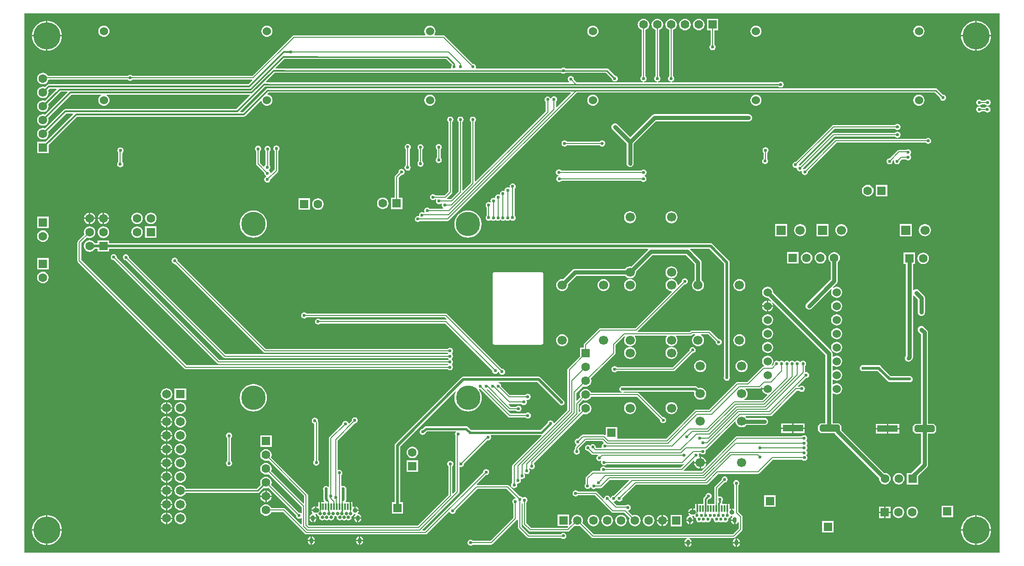
<source format=gbr>
%TF.GenerationSoftware,Altium Limited,Altium NEXUS,2.1.9 (83)*%
G04 Layer_Physical_Order=2*
G04 Layer_Color=16711680*
%FSLAX44Y44*%
%MOMM*%
%TF.FileFunction,Copper,L2,Bot,Signal*%
%TF.Part,Single*%
G01*
G75*
%TA.AperFunction,Conductor*%
%ADD44C,0.3000*%
%ADD45C,0.2540*%
%ADD46C,0.2000*%
%ADD47C,0.5000*%
%ADD48C,0.4000*%
%ADD49C,0.8000*%
%TA.AperFunction,ViaPad*%
%ADD50C,5.0000*%
%TA.AperFunction,ComponentPad*%
%ADD51C,1.5240*%
%ADD52C,1.7000*%
%ADD53R,1.7000X1.7000*%
%ADD54R,1.6500X1.6500*%
%ADD55C,1.6500*%
%ADD56C,0.6000*%
%ADD57O,0.7500X1.0500*%
%ADD58C,0.9000*%
%ADD59O,1.2000X0.9000*%
%ADD60C,0.6500*%
%ADD61C,1.6000*%
%ADD62R,1.6000X1.6000*%
%ADD63R,1.6000X1.6000*%
%ADD64C,4.5000*%
%TA.AperFunction,ViaPad*%
%ADD65C,0.6000*%
%TA.AperFunction,SMDPad,CuDef*%
%ADD66R,3.8000X1.3000*%
G04:AMPARAMS|DCode=67|XSize=3.8mm|YSize=1.3mm|CornerRadius=0mm|HoleSize=0mm|Usage=FLASHONLY|Rotation=180.000|XOffset=0mm|YOffset=0mm|HoleType=Round|Shape=Octagon|*
%AMOCTAGOND67*
4,1,8,-1.9000,0.3250,-1.9000,-0.3250,-1.5750,-0.6500,1.5750,-0.6500,1.9000,-0.3250,1.9000,0.3250,1.5750,0.6500,-1.5750,0.6500,-1.9000,0.3250,0.0*
%
%ADD67OCTAGOND67*%

%ADD68R,0.3000X1.2000*%
G36*
X1798891Y3609D02*
X3609D01*
Y996391D01*
X1798891D01*
Y3609D01*
D02*
G37*
%LPC*%
G36*
X1244800Y986381D02*
X1242048Y986019D01*
X1239484Y984957D01*
X1237283Y983267D01*
X1235593Y981065D01*
X1234531Y978502D01*
X1234169Y975750D01*
X1234531Y972999D01*
X1235593Y970434D01*
X1237283Y968233D01*
X1239484Y966543D01*
X1242048Y965481D01*
X1244800Y965119D01*
X1247551Y965481D01*
X1250116Y966543D01*
X1252317Y968233D01*
X1254007Y970434D01*
X1255069Y972999D01*
X1255431Y975750D01*
X1255069Y978502D01*
X1254007Y981065D01*
X1252317Y983267D01*
X1250116Y984957D01*
X1247551Y986019D01*
X1244800Y986381D01*
D02*
G37*
G36*
X1219400D02*
X1216648Y986019D01*
X1214084Y984957D01*
X1211883Y983267D01*
X1210193Y981065D01*
X1209131Y978502D01*
X1208769Y975750D01*
X1209131Y972999D01*
X1210193Y970434D01*
X1211883Y968233D01*
X1214084Y966543D01*
X1216648Y965481D01*
X1219400Y965119D01*
X1222151Y965481D01*
X1224715Y966543D01*
X1226917Y968233D01*
X1228607Y970434D01*
X1229669Y972999D01*
X1230031Y975750D01*
X1229669Y978502D01*
X1228607Y981065D01*
X1226917Y983267D01*
X1224715Y984957D01*
X1222151Y986019D01*
X1219400Y986381D01*
D02*
G37*
G36*
X1756270Y982525D02*
Y956270D01*
X1782525D01*
X1782285Y959322D01*
X1781273Y963537D01*
X1779614Y967542D01*
X1777349Y971238D01*
X1774534Y974534D01*
X1771238Y977349D01*
X1767542Y979614D01*
X1763537Y981273D01*
X1759321Y982285D01*
X1756270Y982525D01*
D02*
G37*
G36*
X1753730D02*
X1750679Y982285D01*
X1746463Y981273D01*
X1742458Y979614D01*
X1738762Y977349D01*
X1735466Y974534D01*
X1732651Y971238D01*
X1730386Y967542D01*
X1728727Y963537D01*
X1727715Y959322D01*
X1727475Y956270D01*
X1753730D01*
Y982525D01*
D02*
G37*
G36*
X46270D02*
Y956270D01*
X72525D01*
X72285Y959322D01*
X71273Y963537D01*
X69614Y967542D01*
X67349Y971238D01*
X64534Y974534D01*
X61238Y977349D01*
X57542Y979614D01*
X53537Y981273D01*
X49321Y982285D01*
X46270Y982525D01*
D02*
G37*
G36*
X43730D02*
X40679Y982285D01*
X36463Y981273D01*
X32459Y979614D01*
X28762Y977349D01*
X25466Y974534D01*
X22651Y971238D01*
X20386Y967542D01*
X18727Y963537D01*
X17715Y959322D01*
X17475Y956270D01*
X43730D01*
Y982525D01*
D02*
G37*
G36*
X1650000Y973748D02*
X1647348Y973399D01*
X1644876Y972375D01*
X1642754Y970746D01*
X1641125Y968624D01*
X1640101Y966152D01*
X1639752Y963500D01*
X1640101Y960848D01*
X1641125Y958376D01*
X1642754Y956254D01*
X1644876Y954625D01*
X1647348Y953602D01*
X1650000Y953252D01*
X1652652Y953602D01*
X1655124Y954625D01*
X1657246Y956254D01*
X1658875Y958376D01*
X1659899Y960848D01*
X1660248Y963500D01*
X1659899Y966152D01*
X1658875Y968624D01*
X1657246Y970746D01*
X1655124Y972375D01*
X1652652Y973399D01*
X1650000Y973748D01*
D02*
G37*
G36*
X1350000D02*
X1347348Y973399D01*
X1344876Y972375D01*
X1342754Y970746D01*
X1341125Y968624D01*
X1340101Y966152D01*
X1339752Y963500D01*
X1340101Y960848D01*
X1341125Y958376D01*
X1342754Y956254D01*
X1344876Y954625D01*
X1347348Y953602D01*
X1350000Y953252D01*
X1352652Y953602D01*
X1355124Y954625D01*
X1357246Y956254D01*
X1358875Y958376D01*
X1359899Y960848D01*
X1360248Y963500D01*
X1359899Y966152D01*
X1358875Y968624D01*
X1357246Y970746D01*
X1355124Y972375D01*
X1352652Y973399D01*
X1350000Y973748D01*
D02*
G37*
G36*
X1050000D02*
X1047348Y973399D01*
X1044876Y972375D01*
X1042754Y970746D01*
X1041125Y968624D01*
X1040101Y966152D01*
X1039752Y963500D01*
X1040101Y960848D01*
X1041125Y958376D01*
X1042754Y956254D01*
X1044876Y954625D01*
X1047348Y953602D01*
X1050000Y953252D01*
X1052652Y953602D01*
X1055124Y954625D01*
X1057246Y956254D01*
X1058875Y958376D01*
X1059899Y960848D01*
X1060248Y963500D01*
X1059899Y966152D01*
X1058875Y968624D01*
X1057246Y970746D01*
X1055124Y972375D01*
X1052652Y973399D01*
X1050000Y973748D01*
D02*
G37*
G36*
X450000D02*
X447348Y973399D01*
X444876Y972375D01*
X442754Y970746D01*
X441125Y968624D01*
X440102Y966152D01*
X439752Y963500D01*
X440102Y960848D01*
X441125Y958376D01*
X442754Y956254D01*
X444876Y954625D01*
X447348Y953602D01*
X450000Y953252D01*
X452652Y953602D01*
X455124Y954625D01*
X457246Y956254D01*
X458875Y958376D01*
X459898Y960848D01*
X460248Y963500D01*
X459898Y966152D01*
X458875Y968624D01*
X457246Y970746D01*
X455124Y972375D01*
X452652Y973399D01*
X450000Y973748D01*
D02*
G37*
G36*
X150000D02*
X147348Y973399D01*
X144876Y972375D01*
X142754Y970746D01*
X141125Y968624D01*
X140101Y966152D01*
X139752Y963500D01*
X140101Y960848D01*
X141125Y958376D01*
X142754Y956254D01*
X144876Y954625D01*
X147348Y953602D01*
X150000Y953252D01*
X152652Y953602D01*
X155124Y954625D01*
X157246Y956254D01*
X158875Y958376D01*
X159899Y960848D01*
X160248Y963500D01*
X159899Y966152D01*
X158875Y968624D01*
X157246Y970746D01*
X155124Y972375D01*
X152652Y973399D01*
X150000Y973748D01*
D02*
G37*
G36*
X1280740Y986290D02*
X1259660D01*
Y965210D01*
X1266591D01*
Y938501D01*
X1266206Y938244D01*
X1264981Y936412D01*
X1264551Y934250D01*
X1264981Y932088D01*
X1266206Y930256D01*
X1268038Y929031D01*
X1270200Y928602D01*
X1272362Y929031D01*
X1274194Y930256D01*
X1275419Y932088D01*
X1275848Y934250D01*
X1275419Y936412D01*
X1274194Y938244D01*
X1273809Y938501D01*
Y965210D01*
X1280740D01*
Y986290D01*
D02*
G37*
G36*
X1782525Y953730D02*
X1756270D01*
Y927475D01*
X1759321Y927715D01*
X1763537Y928727D01*
X1767542Y930386D01*
X1771238Y932651D01*
X1774534Y935466D01*
X1777349Y938762D01*
X1779614Y942458D01*
X1781273Y946463D01*
X1782285Y950678D01*
X1782525Y953730D01*
D02*
G37*
G36*
X1753730D02*
X1727475D01*
X1727715Y950678D01*
X1728727Y946463D01*
X1730386Y942458D01*
X1732651Y938762D01*
X1735466Y935466D01*
X1738762Y932651D01*
X1742458Y930386D01*
X1746463Y928727D01*
X1750679Y927715D01*
X1753730Y927475D01*
Y953730D01*
D02*
G37*
G36*
X72525D02*
X46270D01*
Y927475D01*
X49321Y927715D01*
X53537Y928727D01*
X57542Y930386D01*
X61238Y932651D01*
X64534Y935466D01*
X67349Y938762D01*
X69614Y942458D01*
X71273Y946463D01*
X72285Y950678D01*
X72525Y953730D01*
D02*
G37*
G36*
X43730D02*
X17475D01*
X17715Y950678D01*
X18727Y946463D01*
X20386Y942458D01*
X22651Y938762D01*
X25466Y935466D01*
X28762Y932651D01*
X32459Y930386D01*
X36463Y928727D01*
X40679Y927715D01*
X43730Y927475D01*
Y953730D01*
D02*
G37*
G36*
X1194000Y986381D02*
X1191248Y986019D01*
X1188684Y984957D01*
X1186483Y983267D01*
X1184793Y981065D01*
X1183731Y978502D01*
X1183369Y975750D01*
X1183731Y972999D01*
X1184793Y970434D01*
X1186483Y968233D01*
X1188684Y966543D01*
X1190391Y965837D01*
Y880501D01*
X1190006Y880244D01*
X1188781Y878412D01*
X1188352Y876250D01*
X1188781Y874088D01*
X1190006Y872256D01*
X1191838Y871031D01*
X1193230Y870755D01*
X1193105Y869485D01*
X1169495D01*
X1169370Y870755D01*
X1170762Y871031D01*
X1172594Y872256D01*
X1173819Y874088D01*
X1174249Y876250D01*
X1173819Y878412D01*
X1172594Y880244D01*
X1172209Y880501D01*
Y965837D01*
X1173915Y966543D01*
X1176117Y968233D01*
X1177807Y970434D01*
X1178869Y972999D01*
X1179231Y975750D01*
X1178869Y978502D01*
X1177807Y981065D01*
X1176117Y983267D01*
X1173915Y984957D01*
X1171351Y986019D01*
X1168600Y986381D01*
X1165848Y986019D01*
X1163285Y984957D01*
X1161083Y983267D01*
X1159393Y981065D01*
X1158331Y978502D01*
X1157969Y975750D01*
X1158331Y972999D01*
X1159393Y970434D01*
X1161083Y968233D01*
X1163285Y966543D01*
X1164991Y965837D01*
Y880501D01*
X1164606Y880244D01*
X1163381Y878412D01*
X1162952Y876250D01*
X1163381Y874088D01*
X1164606Y872256D01*
X1166438Y871031D01*
X1167830Y870755D01*
X1167705Y869485D01*
X1144145D01*
X1144020Y870755D01*
X1145412Y871031D01*
X1147244Y872256D01*
X1148469Y874088D01*
X1148898Y876250D01*
X1148469Y878412D01*
X1147244Y880244D01*
X1146809Y880535D01*
Y965837D01*
X1148515Y966543D01*
X1150717Y968233D01*
X1152407Y970434D01*
X1153469Y972999D01*
X1153831Y975750D01*
X1153469Y978502D01*
X1152407Y981065D01*
X1150717Y983267D01*
X1148515Y984957D01*
X1145952Y986019D01*
X1143200Y986381D01*
X1140449Y986019D01*
X1137885Y984957D01*
X1135683Y983267D01*
X1133993Y981065D01*
X1132931Y978502D01*
X1132569Y975750D01*
X1132931Y972999D01*
X1133993Y970434D01*
X1135683Y968233D01*
X1137885Y966543D01*
X1139591Y965837D01*
Y880468D01*
X1139256Y880244D01*
X1138031Y878412D01*
X1137601Y876250D01*
X1138031Y874088D01*
X1139256Y872256D01*
X1141088Y871031D01*
X1142480Y870755D01*
X1142355Y869485D01*
X1020370D01*
X1014808Y875046D01*
X1014899Y875500D01*
X1014469Y877662D01*
X1013244Y879494D01*
X1011412Y880719D01*
X1009250Y881149D01*
X1007088Y880719D01*
X1005256Y879494D01*
X1004031Y877662D01*
X1003602Y875500D01*
X1004031Y873338D01*
X1005256Y871506D01*
X1006380Y870755D01*
X1005995Y869485D01*
X453179Y869485D01*
X452000Y869719D01*
X448579D01*
X448093Y870892D01*
X464081Y886881D01*
X481750D01*
X482929Y887115D01*
X991683Y887115D01*
X991756Y887006D01*
X993588Y885781D01*
X995750Y885351D01*
X997912Y885781D01*
X999744Y887006D01*
X999817Y887115D01*
X1074141D01*
X1084627Y876629D01*
X1084602Y876500D01*
X1085031Y874338D01*
X1086256Y872506D01*
X1088088Y871281D01*
X1090250Y870852D01*
X1092412Y871281D01*
X1094244Y872506D01*
X1095469Y874338D01*
X1095899Y876500D01*
X1095469Y878662D01*
X1094244Y880494D01*
X1092412Y881719D01*
X1090250Y882149D01*
X1090121Y882123D01*
X1078497Y893747D01*
X1077237Y894589D01*
X1075750Y894885D01*
X999817D01*
X999744Y894994D01*
X997912Y896219D01*
X995750Y896648D01*
X993588Y896219D01*
X991756Y894994D01*
X991683Y894885D01*
X834992Y894885D01*
X834281Y896155D01*
X834649Y898000D01*
X834219Y900162D01*
X832994Y901994D01*
X831162Y903219D01*
X829000Y903649D01*
X828546Y903558D01*
X777212Y954892D01*
X776041Y955675D01*
X774660Y955949D01*
X758613D01*
X757987Y957219D01*
X758875Y958376D01*
X759899Y960848D01*
X760248Y963500D01*
X759899Y966152D01*
X758875Y968624D01*
X757246Y970746D01*
X755124Y972375D01*
X752652Y973399D01*
X750000Y973748D01*
X747348Y973399D01*
X744876Y972375D01*
X742754Y970746D01*
X741125Y968624D01*
X740101Y966152D01*
X739752Y963500D01*
X740101Y960848D01*
X741125Y958376D01*
X742013Y957219D01*
X741387Y955949D01*
X499340D01*
X497959Y955675D01*
X496788Y954892D01*
X423255Y881359D01*
X202501D01*
X202244Y881744D01*
X200412Y882969D01*
X198250Y883399D01*
X196088Y882969D01*
X194256Y881744D01*
X193999Y881359D01*
X47083D01*
X46957Y881665D01*
X45267Y883867D01*
X43066Y885557D01*
X40501Y886619D01*
X37750Y886981D01*
X34999Y886619D01*
X32434Y885557D01*
X30233Y883867D01*
X28543Y881665D01*
X27481Y879101D01*
X27119Y876350D01*
X27481Y873598D01*
X28543Y871035D01*
X30233Y868833D01*
X32434Y867143D01*
X34999Y866081D01*
X37750Y865719D01*
X40501Y866081D01*
X43066Y867143D01*
X45267Y868833D01*
X46957Y871034D01*
X48019Y873598D01*
X48090Y874141D01*
X193999D01*
X194256Y873756D01*
X196088Y872532D01*
X198250Y872102D01*
X200412Y872532D01*
X202244Y873756D01*
X202501Y874141D01*
X422362D01*
X422848Y872967D01*
X415830Y865949D01*
X48630D01*
X47054Y865636D01*
X45717Y864743D01*
X41698Y860723D01*
X40501Y861219D01*
X37750Y861581D01*
X34999Y861219D01*
X32434Y860157D01*
X30233Y858467D01*
X28543Y856265D01*
X27481Y853701D01*
X27119Y850950D01*
X27481Y848198D01*
X28543Y845635D01*
X30233Y843433D01*
X32434Y841743D01*
X34999Y840681D01*
X37750Y840319D01*
X40501Y840681D01*
X43066Y841743D01*
X45267Y843433D01*
X46957Y845635D01*
X48019Y848198D01*
X48381Y850950D01*
X48019Y853701D01*
X47523Y854898D01*
X50336Y857711D01*
X62426D01*
X62912Y856537D01*
X41698Y835323D01*
X40501Y835819D01*
X37750Y836181D01*
X34999Y835819D01*
X32434Y834757D01*
X30233Y833067D01*
X28543Y830865D01*
X27481Y828301D01*
X27119Y825550D01*
X27481Y822798D01*
X28543Y820235D01*
X30233Y818033D01*
X32434Y816343D01*
X34999Y815281D01*
X37750Y814919D01*
X40501Y815281D01*
X43066Y816343D01*
X45267Y818033D01*
X46957Y820235D01*
X48019Y822798D01*
X48381Y825550D01*
X48019Y828301D01*
X47523Y829498D01*
X70196Y852171D01*
X82286D01*
X82772Y850997D01*
X41698Y809923D01*
X40501Y810419D01*
X37750Y810781D01*
X34999Y810419D01*
X32434Y809357D01*
X30233Y807667D01*
X28543Y805465D01*
X27481Y802902D01*
X27119Y800150D01*
X27481Y797399D01*
X28543Y794835D01*
X30233Y792633D01*
X32434Y790943D01*
X34999Y789881D01*
X37750Y789519D01*
X40501Y789881D01*
X43066Y790943D01*
X45267Y792633D01*
X46957Y794835D01*
X48019Y797399D01*
X48381Y800150D01*
X48019Y802902D01*
X47523Y804098D01*
X90056Y846631D01*
X144590D01*
X144866Y845419D01*
X144858Y845361D01*
X142754Y843746D01*
X141125Y841624D01*
X140101Y839152D01*
X139752Y836500D01*
X140101Y833848D01*
X141125Y831376D01*
X142754Y829254D01*
X144876Y827625D01*
X147348Y826601D01*
X150000Y826252D01*
X152652Y826601D01*
X155124Y827625D01*
X157246Y829254D01*
X158875Y831376D01*
X159899Y833848D01*
X160248Y836500D01*
X159899Y839152D01*
X158875Y841624D01*
X157246Y843746D01*
X155142Y845361D01*
X155134Y845419D01*
X155410Y846631D01*
X418356D01*
X418842Y845458D01*
X393544Y820159D01*
X79040D01*
X77464Y819846D01*
X76127Y818953D01*
X41698Y784523D01*
X40501Y785019D01*
X37750Y785381D01*
X34999Y785019D01*
X32434Y783957D01*
X30233Y782267D01*
X28543Y780066D01*
X27481Y777502D01*
X27119Y774750D01*
X27481Y771999D01*
X28543Y769435D01*
X30233Y767233D01*
X32434Y765543D01*
X34999Y764481D01*
X37750Y764119D01*
X40501Y764481D01*
X43066Y765543D01*
X45267Y767233D01*
X46957Y769435D01*
X48019Y771999D01*
X48381Y774750D01*
X48019Y777502D01*
X47523Y778698D01*
X80746Y811921D01*
X92836D01*
X93322Y810748D01*
X42465Y759890D01*
X27210D01*
Y738810D01*
X48290D01*
Y754065D01*
X100606Y806381D01*
X407510D01*
X409087Y806694D01*
X410423Y807587D01*
X438572Y835736D01*
X439913Y835281D01*
X440102Y833848D01*
X441125Y831376D01*
X442754Y829254D01*
X444876Y827625D01*
X447348Y826601D01*
X450000Y826252D01*
X452652Y826601D01*
X455124Y827625D01*
X457246Y829254D01*
X458875Y831376D01*
X459898Y833848D01*
X460248Y836500D01*
X459898Y839152D01*
X458875Y841624D01*
X457246Y843746D01*
X455124Y845375D01*
X452652Y846398D01*
X451219Y846587D01*
X450764Y847928D01*
X453451Y850615D01*
X1008852D01*
X1009338Y849442D01*
X983283Y823387D01*
X982109Y823873D01*
Y833999D01*
X982494Y834256D01*
X983719Y836088D01*
X984148Y838250D01*
X983719Y840412D01*
X982494Y842244D01*
X980662Y843469D01*
X978500Y843898D01*
X976338Y843469D01*
X974506Y842244D01*
X973281Y840412D01*
X973223Y840116D01*
X972290Y839964D01*
X971906Y840006D01*
X970744Y841744D01*
X968912Y842969D01*
X966750Y843399D01*
X964588Y842969D01*
X962756Y841744D01*
X961532Y839912D01*
X961102Y837750D01*
X961532Y835588D01*
X962756Y833756D01*
X963141Y833499D01*
Y816086D01*
X833783Y686728D01*
X832609Y687214D01*
Y796499D01*
X832994Y796756D01*
X834219Y798588D01*
X834649Y800750D01*
X834219Y802912D01*
X832994Y804744D01*
X831162Y805969D01*
X829000Y806398D01*
X826838Y805969D01*
X825006Y804744D01*
X823781Y802912D01*
X823352Y800750D01*
X823781Y798588D01*
X825006Y796756D01*
X825391Y796499D01*
Y684757D01*
X811033Y670399D01*
X809859Y670885D01*
Y796499D01*
X810244Y796756D01*
X811469Y798588D01*
X811898Y800750D01*
X811469Y802912D01*
X810244Y804744D01*
X808412Y805969D01*
X806250Y806398D01*
X804088Y805969D01*
X802256Y804744D01*
X801031Y802912D01*
X800602Y800750D01*
X801031Y798588D01*
X802256Y796756D01*
X802641Y796499D01*
Y668427D01*
X788573Y654359D01*
X781709D01*
X781380Y654904D01*
X781234Y655629D01*
X790052Y664448D01*
X790835Y665619D01*
X791109Y667000D01*
Y796499D01*
X791494Y796756D01*
X792719Y798588D01*
X793148Y800750D01*
X792719Y802912D01*
X791494Y804744D01*
X789662Y805969D01*
X787500Y806398D01*
X785338Y805969D01*
X783506Y804744D01*
X782281Y802912D01*
X781852Y800750D01*
X782281Y798588D01*
X783506Y796756D01*
X783891Y796499D01*
Y668495D01*
X777005Y661609D01*
X760001D01*
X759744Y661994D01*
X757912Y663219D01*
X755750Y663649D01*
X753588Y663219D01*
X751756Y661994D01*
X750531Y660162D01*
X750101Y658000D01*
X750531Y655838D01*
X751756Y654006D01*
X753588Y652781D01*
X755750Y652352D01*
X757912Y652781D01*
X759744Y654006D01*
X759995Y654381D01*
X761191Y654357D01*
X761771Y653271D01*
X761531Y652912D01*
X761102Y650750D01*
X761531Y648588D01*
X762756Y646756D01*
X764588Y645531D01*
X766750Y645101D01*
X768912Y645531D01*
X770701Y646727D01*
X770788Y646752D01*
X771370Y646708D01*
X772031Y645412D01*
X771601Y643250D01*
X772031Y641088D01*
X773256Y639256D01*
X773929Y638806D01*
X774188Y637105D01*
X773990Y636859D01*
X749251D01*
X748994Y637244D01*
X747162Y638469D01*
X745000Y638899D01*
X742838Y638469D01*
X741006Y637244D01*
X739781Y635412D01*
X739352Y633250D01*
X739781Y631088D01*
X739782Y631087D01*
X739207Y629662D01*
X738670Y629545D01*
X737662Y630219D01*
X735500Y630648D01*
X733338Y630219D01*
X731506Y628994D01*
X730281Y627162D01*
X729852Y625000D01*
X730002Y624246D01*
X728922Y623166D01*
X727750Y623399D01*
X725588Y622969D01*
X723756Y621744D01*
X722531Y619912D01*
X722102Y617750D01*
X722531Y615588D01*
X723756Y613756D01*
X725588Y612531D01*
X727750Y612102D01*
X729912Y612531D01*
X731744Y613756D01*
X732001Y614141D01*
X782750D01*
X784131Y614415D01*
X785302Y615198D01*
X1020720Y850615D01*
X1679391D01*
X1688627Y841379D01*
X1688602Y841250D01*
X1689031Y839088D01*
X1690256Y837256D01*
X1692088Y836031D01*
X1694250Y835602D01*
X1696412Y836031D01*
X1698244Y837256D01*
X1699469Y839088D01*
X1699899Y841250D01*
X1699469Y843412D01*
X1698244Y845244D01*
X1696412Y846469D01*
X1694250Y846898D01*
X1694121Y846873D01*
X1683747Y857247D01*
X1682487Y858089D01*
X1681000Y858385D01*
X453429D01*
X452250Y858619D01*
X451510D01*
X449934Y858306D01*
X448598Y857413D01*
X405804Y814619D01*
X401314D01*
X400828Y815792D01*
X446516Y861481D01*
X452000D01*
X453179Y861715D01*
X1019150Y861715D01*
X1019200Y861725D01*
X1019250Y861715D01*
X1391366D01*
X1391506Y861506D01*
X1393338Y860281D01*
X1395500Y859852D01*
X1397662Y860281D01*
X1399494Y861506D01*
X1400719Y863338D01*
X1401149Y865500D01*
X1400719Y867662D01*
X1399494Y869494D01*
X1397662Y870719D01*
X1395500Y871149D01*
X1393338Y870719D01*
X1391506Y869494D01*
X1391500Y869485D01*
X1194895D01*
X1194770Y870755D01*
X1196162Y871031D01*
X1197994Y872256D01*
X1199219Y874088D01*
X1199649Y876250D01*
X1199219Y878412D01*
X1197994Y880244D01*
X1197609Y880501D01*
Y965837D01*
X1199315Y966543D01*
X1201517Y968233D01*
X1203207Y970434D01*
X1204269Y972999D01*
X1204631Y975750D01*
X1204269Y978502D01*
X1203207Y981065D01*
X1201517Y983267D01*
X1199315Y984957D01*
X1196751Y986019D01*
X1194000Y986381D01*
D02*
G37*
G36*
X1776500Y837898D02*
X1774338Y837469D01*
X1772506Y836244D01*
X1772249Y835859D01*
X1765251D01*
X1764994Y836244D01*
X1763162Y837469D01*
X1761000Y837898D01*
X1758838Y837469D01*
X1757006Y836244D01*
X1755782Y834412D01*
X1755352Y832250D01*
X1755782Y830088D01*
X1757006Y828256D01*
X1758838Y827031D01*
X1761000Y826601D01*
X1763162Y827031D01*
X1764994Y828256D01*
X1765251Y828641D01*
X1772249D01*
X1772506Y828256D01*
X1774338Y827031D01*
X1776500Y826601D01*
X1778662Y827031D01*
X1780494Y828256D01*
X1781719Y830088D01*
X1782148Y832250D01*
X1781719Y834412D01*
X1780494Y836244D01*
X1778662Y837469D01*
X1776500Y837898D01*
D02*
G37*
G36*
X1650000Y846748D02*
X1647348Y846398D01*
X1644876Y845375D01*
X1642754Y843746D01*
X1641125Y841624D01*
X1640101Y839152D01*
X1639752Y836500D01*
X1640101Y833848D01*
X1641125Y831376D01*
X1642754Y829254D01*
X1644876Y827625D01*
X1647348Y826601D01*
X1650000Y826252D01*
X1652652Y826601D01*
X1655124Y827625D01*
X1657246Y829254D01*
X1658875Y831376D01*
X1659899Y833848D01*
X1660248Y836500D01*
X1659899Y839152D01*
X1658875Y841624D01*
X1657246Y843746D01*
X1655124Y845375D01*
X1652652Y846398D01*
X1650000Y846748D01*
D02*
G37*
G36*
X1350000D02*
X1347348Y846398D01*
X1344876Y845375D01*
X1342754Y843746D01*
X1341125Y841624D01*
X1340101Y839152D01*
X1339752Y836500D01*
X1340101Y833848D01*
X1341125Y831376D01*
X1342754Y829254D01*
X1344876Y827625D01*
X1347348Y826601D01*
X1350000Y826252D01*
X1352652Y826601D01*
X1355124Y827625D01*
X1357246Y829254D01*
X1358875Y831376D01*
X1359899Y833848D01*
X1360248Y836500D01*
X1359899Y839152D01*
X1358875Y841624D01*
X1357246Y843746D01*
X1355124Y845375D01*
X1352652Y846398D01*
X1350000Y846748D01*
D02*
G37*
G36*
X1050000D02*
X1047348Y846398D01*
X1044876Y845375D01*
X1042754Y843746D01*
X1041125Y841624D01*
X1040101Y839152D01*
X1039752Y836500D01*
X1040101Y833848D01*
X1041125Y831376D01*
X1042754Y829254D01*
X1044876Y827625D01*
X1047348Y826601D01*
X1050000Y826252D01*
X1052652Y826601D01*
X1055124Y827625D01*
X1057246Y829254D01*
X1058875Y831376D01*
X1059899Y833848D01*
X1060248Y836500D01*
X1059899Y839152D01*
X1058875Y841624D01*
X1057246Y843746D01*
X1055124Y845375D01*
X1052652Y846398D01*
X1050000Y846748D01*
D02*
G37*
G36*
X750000D02*
X747348Y846398D01*
X744876Y845375D01*
X742754Y843746D01*
X741125Y841624D01*
X740101Y839152D01*
X739752Y836500D01*
X740101Y833848D01*
X741125Y831376D01*
X742754Y829254D01*
X744876Y827625D01*
X747348Y826601D01*
X750000Y826252D01*
X752652Y826601D01*
X755124Y827625D01*
X757246Y829254D01*
X758875Y831376D01*
X759899Y833848D01*
X760248Y836500D01*
X759899Y839152D01*
X758875Y841624D01*
X757246Y843746D01*
X755124Y845375D01*
X752652Y846398D01*
X750000Y846748D01*
D02*
G37*
G36*
X1776000Y825148D02*
X1773838Y824719D01*
X1772006Y823494D01*
X1771749Y823109D01*
X1765251D01*
X1764994Y823494D01*
X1763162Y824719D01*
X1761000Y825148D01*
X1758838Y824719D01*
X1757006Y823494D01*
X1755782Y821662D01*
X1755352Y819500D01*
X1755782Y817338D01*
X1757006Y815506D01*
X1758838Y814281D01*
X1761000Y813851D01*
X1763162Y814281D01*
X1764994Y815506D01*
X1765251Y815891D01*
X1771749D01*
X1772006Y815506D01*
X1773838Y814281D01*
X1776000Y813851D01*
X1778162Y814281D01*
X1779994Y815506D01*
X1781219Y817338D01*
X1781649Y819500D01*
X1781219Y821662D01*
X1779994Y823494D01*
X1778162Y824719D01*
X1776000Y825148D01*
D02*
G37*
G36*
X1610500Y792898D02*
X1608338Y792468D01*
X1606506Y791244D01*
X1606249Y790859D01*
X1492750D01*
X1492750Y790859D01*
X1491369Y790585D01*
X1490198Y789802D01*
X1423454Y723058D01*
X1423000Y723148D01*
X1420838Y722719D01*
X1419006Y721494D01*
X1417781Y719662D01*
X1417352Y717500D01*
X1417781Y715338D01*
X1419006Y713506D01*
X1420838Y712281D01*
X1423000Y711852D01*
X1424276Y712105D01*
X1425356Y711025D01*
X1425352Y711000D01*
X1425782Y708838D01*
X1427006Y707006D01*
X1428838Y705781D01*
X1431000Y705351D01*
X1433162Y705781D01*
X1433334Y705897D01*
X1434477Y705133D01*
X1434352Y704500D01*
X1434781Y702338D01*
X1436006Y700506D01*
X1437838Y699281D01*
X1440000Y698851D01*
X1442162Y699281D01*
X1443994Y700506D01*
X1445219Y702338D01*
X1445648Y704500D01*
X1445558Y704954D01*
X1498745Y758141D01*
X1662749D01*
X1663006Y757756D01*
X1664838Y756531D01*
X1667000Y756102D01*
X1669162Y756531D01*
X1670994Y757756D01*
X1672219Y759588D01*
X1672648Y761750D01*
X1672219Y763912D01*
X1670994Y765744D01*
X1669162Y766969D01*
X1667000Y767399D01*
X1664838Y766969D01*
X1663006Y765744D01*
X1662749Y765359D01*
X1497250D01*
X1495869Y765085D01*
X1494698Y764302D01*
X1440454Y710058D01*
X1440000Y710148D01*
X1437838Y709718D01*
X1437739Y709652D01*
X1436704Y710276D01*
X1436644Y711539D01*
X1494495Y769391D01*
X1606249D01*
X1606506Y769006D01*
X1608338Y767781D01*
X1610500Y767352D01*
X1612662Y767781D01*
X1614494Y769006D01*
X1615719Y770838D01*
X1616149Y773000D01*
X1615719Y775162D01*
X1614494Y776994D01*
X1612662Y778219D01*
X1610500Y778649D01*
X1608338Y778219D01*
X1606506Y776994D01*
X1606249Y776609D01*
X1493000D01*
X1493000Y776609D01*
X1491619Y776335D01*
X1490448Y775552D01*
X1431454Y716558D01*
X1431000Y716648D01*
X1430266Y716503D01*
X1429167Y717434D01*
X1429142Y718538D01*
X1494245Y783641D01*
X1606249D01*
X1606506Y783256D01*
X1608338Y782031D01*
X1610500Y781601D01*
X1612662Y782031D01*
X1614494Y783256D01*
X1615719Y785088D01*
X1616149Y787250D01*
X1615719Y789412D01*
X1614494Y791244D01*
X1612662Y792468D01*
X1610500Y792898D01*
D02*
G37*
G36*
X1336250Y810846D02*
X1163300D01*
X1161593Y810622D01*
X1160002Y809963D01*
X1158636Y808914D01*
X1118400Y768679D01*
X1095164Y791914D01*
X1093798Y792963D01*
X1092207Y793622D01*
X1090500Y793846D01*
X1088793Y793622D01*
X1087202Y792963D01*
X1085836Y791914D01*
X1084787Y790548D01*
X1084128Y788957D01*
X1083904Y787250D01*
X1084128Y785543D01*
X1084787Y783952D01*
X1085836Y782586D01*
X1111654Y756768D01*
Y720000D01*
X1111878Y718293D01*
X1112537Y716702D01*
X1113586Y715336D01*
X1114952Y714287D01*
X1116543Y713628D01*
X1118250Y713404D01*
X1119957Y713628D01*
X1121548Y714287D01*
X1122914Y715336D01*
X1123963Y716702D01*
X1124622Y718293D01*
X1124846Y720000D01*
Y756468D01*
X1166032Y797654D01*
X1336250D01*
X1337957Y797878D01*
X1339548Y798537D01*
X1340914Y799586D01*
X1341963Y800952D01*
X1342622Y802543D01*
X1342846Y804250D01*
X1342622Y805957D01*
X1341963Y807548D01*
X1340914Y808914D01*
X1339548Y809963D01*
X1337957Y810622D01*
X1336250Y810846D01*
D02*
G37*
G36*
X1067000Y762648D02*
X1064838Y762219D01*
X1063006Y760994D01*
X1062582Y760359D01*
X1002001D01*
X1001744Y760744D01*
X999912Y761969D01*
X997750Y762399D01*
X995588Y761969D01*
X993756Y760744D01*
X992531Y758912D01*
X992102Y756750D01*
X992531Y754588D01*
X993756Y752756D01*
X995588Y751531D01*
X997750Y751102D01*
X999912Y751531D01*
X1001744Y752756D01*
X1002001Y753141D01*
X1062916D01*
X1063006Y753006D01*
X1064838Y751781D01*
X1067000Y751351D01*
X1069162Y751781D01*
X1070994Y753006D01*
X1072219Y754838D01*
X1072648Y757000D01*
X1072219Y759162D01*
X1070994Y760994D01*
X1069162Y762219D01*
X1067000Y762648D01*
D02*
G37*
G36*
X1630000Y746149D02*
X1627838Y745719D01*
X1626552Y744859D01*
X1613250D01*
X1613250Y744859D01*
X1611869Y744585D01*
X1610698Y743802D01*
X1596454Y729558D01*
X1596000Y729649D01*
X1593838Y729219D01*
X1592006Y727994D01*
X1590782Y726162D01*
X1590352Y724000D01*
X1590782Y721838D01*
X1592006Y720006D01*
X1593838Y718781D01*
X1596000Y718352D01*
X1598162Y718781D01*
X1599994Y720006D01*
X1601219Y721838D01*
X1601649Y724000D01*
X1601558Y724454D01*
X1603229Y726125D01*
X1604400Y725499D01*
X1604102Y724000D01*
X1604531Y721838D01*
X1605756Y720006D01*
X1607588Y718781D01*
X1609750Y718352D01*
X1611912Y718781D01*
X1613744Y720006D01*
X1614969Y721838D01*
X1615399Y724000D01*
X1615308Y724454D01*
X1618495Y727641D01*
X1625749D01*
X1626006Y727256D01*
X1627838Y726031D01*
X1630000Y725602D01*
X1632162Y726031D01*
X1633994Y727256D01*
X1635219Y729088D01*
X1635648Y731250D01*
X1635219Y733412D01*
X1634117Y735061D01*
X1633994Y735693D01*
Y736057D01*
X1634117Y736690D01*
X1635219Y738338D01*
X1635648Y740500D01*
X1635219Y742662D01*
X1633994Y744494D01*
X1632162Y745719D01*
X1630000Y746149D01*
D02*
G37*
G36*
X766250Y755899D02*
X764088Y755469D01*
X762256Y754244D01*
X761031Y752412D01*
X760602Y750250D01*
X761031Y748088D01*
X762256Y746256D01*
X762641Y745999D01*
Y730501D01*
X762256Y730244D01*
X761031Y728412D01*
X760602Y726250D01*
X761031Y724088D01*
X762256Y722256D01*
X764088Y721031D01*
X766250Y720602D01*
X768412Y721031D01*
X770244Y722256D01*
X771469Y724088D01*
X771898Y726250D01*
X771469Y728412D01*
X770244Y730244D01*
X769859Y730501D01*
Y745999D01*
X770244Y746256D01*
X771469Y748088D01*
X771898Y750250D01*
X771469Y752412D01*
X770244Y754244D01*
X768412Y755469D01*
X766250Y755899D01*
D02*
G37*
G36*
X1367750Y749899D02*
X1365588Y749469D01*
X1363756Y748244D01*
X1362531Y746412D01*
X1362101Y744250D01*
X1362531Y742088D01*
X1363756Y740256D01*
X1364141Y739999D01*
Y729252D01*
X1363006Y728494D01*
X1361781Y726662D01*
X1361351Y724500D01*
X1361781Y722338D01*
X1363006Y720506D01*
X1364838Y719281D01*
X1367000Y718851D01*
X1369162Y719281D01*
X1370994Y720506D01*
X1372219Y722338D01*
X1372648Y724500D01*
X1372219Y726662D01*
X1371359Y727947D01*
Y739999D01*
X1371744Y740256D01*
X1372969Y742088D01*
X1373398Y744250D01*
X1372969Y746412D01*
X1371744Y748244D01*
X1369912Y749469D01*
X1367750Y749899D01*
D02*
G37*
G36*
X732750Y755398D02*
X730588Y754969D01*
X728756Y753744D01*
X727531Y751912D01*
X727102Y749750D01*
X727531Y747588D01*
X728756Y745756D01*
X729141Y745499D01*
Y723751D01*
X728756Y723494D01*
X727531Y721662D01*
X727102Y719500D01*
X727531Y717338D01*
X728756Y715506D01*
X730588Y714281D01*
X732750Y713851D01*
X734912Y714281D01*
X736744Y715506D01*
X737969Y717338D01*
X738399Y719500D01*
X737969Y721662D01*
X736744Y723494D01*
X736359Y723751D01*
Y745499D01*
X736744Y745756D01*
X737969Y747588D01*
X738399Y749750D01*
X737969Y751912D01*
X736744Y753744D01*
X734912Y754969D01*
X732750Y755398D01*
D02*
G37*
G36*
X180500Y749649D02*
X178338Y749219D01*
X176506Y747994D01*
X175281Y746162D01*
X174851Y744000D01*
X175281Y741838D01*
X176391Y740178D01*
Y723001D01*
X176006Y722744D01*
X174781Y720912D01*
X174352Y718750D01*
X174781Y716588D01*
X176006Y714756D01*
X177838Y713531D01*
X180000Y713102D01*
X182162Y713531D01*
X183994Y714756D01*
X185219Y716588D01*
X185648Y718750D01*
X185219Y720912D01*
X183994Y722744D01*
X183609Y723001D01*
Y739415D01*
X184494Y740006D01*
X185719Y741838D01*
X186148Y744000D01*
X185719Y746162D01*
X184494Y747994D01*
X182662Y749219D01*
X180500Y749649D01*
D02*
G37*
G36*
X709250Y756398D02*
X707088Y755969D01*
X705256Y754744D01*
X704031Y752912D01*
X703602Y750750D01*
X704031Y748588D01*
X705256Y746756D01*
X705641Y746499D01*
Y716918D01*
X705006Y716494D01*
X703781Y714662D01*
X703352Y712500D01*
X703781Y710338D01*
X705006Y708506D01*
X706838Y707281D01*
X709000Y706852D01*
X711162Y707281D01*
X712994Y708506D01*
X714219Y710338D01*
X714649Y712500D01*
X714219Y714662D01*
X712994Y716494D01*
X712859Y716584D01*
Y746499D01*
X713244Y746756D01*
X714469Y748588D01*
X714899Y750750D01*
X714469Y752912D01*
X713244Y754744D01*
X711412Y755969D01*
X709250Y756398D01*
D02*
G37*
G36*
X467500Y753148D02*
X465338Y752719D01*
X463506Y751494D01*
X462281Y749662D01*
X461852Y747500D01*
X462281Y745338D01*
X463506Y743506D01*
X463891Y743249D01*
Y708745D01*
X457644Y702498D01*
X456266Y702916D01*
X455969Y704412D01*
X454744Y706244D01*
X453633Y706986D01*
Y708514D01*
X454744Y709256D01*
X455969Y711088D01*
X456399Y713250D01*
X455969Y715412D01*
X454859Y717072D01*
Y742499D01*
X455244Y742756D01*
X456469Y744588D01*
X456898Y746750D01*
X456469Y748912D01*
X455244Y750744D01*
X453412Y751969D01*
X451250Y752399D01*
X449088Y751969D01*
X447256Y750744D01*
X446031Y748912D01*
X445602Y746750D01*
X446031Y744588D01*
X447256Y742756D01*
X447641Y742499D01*
Y717835D01*
X446756Y717244D01*
X445531Y715412D01*
X445359Y714542D01*
X443980Y714124D01*
X437359Y720745D01*
Y742749D01*
X437744Y743006D01*
X438969Y744838D01*
X439398Y747000D01*
X438969Y749162D01*
X437744Y750994D01*
X435912Y752219D01*
X433750Y752648D01*
X431588Y752219D01*
X429756Y750994D01*
X428531Y749162D01*
X428102Y747000D01*
X428531Y744838D01*
X429756Y743006D01*
X430141Y742749D01*
Y719250D01*
X430415Y717869D01*
X431198Y716698D01*
X445192Y702704D01*
X445102Y702250D01*
X445531Y700088D01*
X446756Y698256D01*
X448588Y697031D01*
X448634Y697022D01*
Y695728D01*
X448588Y695719D01*
X446756Y694494D01*
X445531Y692662D01*
X445102Y690500D01*
X445531Y688338D01*
X446756Y686506D01*
X448588Y685281D01*
X450750Y684852D01*
X452912Y685281D01*
X454744Y686506D01*
X455969Y688338D01*
X456399Y690500D01*
X456308Y690954D01*
X470052Y704698D01*
X470835Y705869D01*
X471109Y707250D01*
Y743249D01*
X471494Y743506D01*
X472719Y745338D01*
X473148Y747500D01*
X472719Y749662D01*
X471494Y751494D01*
X469662Y752719D01*
X467500Y753148D01*
D02*
G37*
G36*
X697750Y709899D02*
X695588Y709469D01*
X693756Y708244D01*
X692531Y706412D01*
X692102Y704250D01*
X692192Y703796D01*
X686198Y697802D01*
X685415Y696631D01*
X685141Y695250D01*
Y657040D01*
X678210D01*
Y635960D01*
X699290D01*
Y657040D01*
X692359D01*
Y693755D01*
X697296Y698692D01*
X697750Y698602D01*
X699912Y699031D01*
X701744Y700256D01*
X702969Y702088D01*
X703399Y704250D01*
X702969Y706412D01*
X701744Y708244D01*
X699912Y709469D01*
X697750Y709899D01*
D02*
G37*
G36*
X987500Y709148D02*
X985338Y708718D01*
X983506Y707494D01*
X982281Y705662D01*
X981852Y703500D01*
X982281Y701338D01*
X983506Y699506D01*
X985338Y698281D01*
X986262Y698098D01*
Y696803D01*
X985838Y696719D01*
X984006Y695494D01*
X982781Y693662D01*
X982352Y691500D01*
X982781Y689338D01*
X984006Y687506D01*
X985838Y686281D01*
X988000Y685852D01*
X990162Y686281D01*
X991994Y687506D01*
X992251Y687891D01*
X1138749D01*
X1139006Y687506D01*
X1140838Y686281D01*
X1143000Y685852D01*
X1145162Y686281D01*
X1146994Y687506D01*
X1148219Y689338D01*
X1148649Y691500D01*
X1148219Y693662D01*
X1146994Y695494D01*
X1145198Y696694D01*
X1145171Y696863D01*
X1145241Y697998D01*
X1145412Y698031D01*
X1147244Y699256D01*
X1148469Y701088D01*
X1148898Y703250D01*
X1148469Y705412D01*
X1147244Y707244D01*
X1145412Y708469D01*
X1143250Y708898D01*
X1141088Y708469D01*
X1139256Y707244D01*
X1139166Y707109D01*
X991751D01*
X991494Y707494D01*
X989662Y708718D01*
X987500Y709148D01*
D02*
G37*
G36*
X902250Y683399D02*
X900088Y682969D01*
X898256Y681744D01*
X897031Y679912D01*
X896601Y677750D01*
X896874Y676381D01*
X895731Y675617D01*
X895205Y675968D01*
X893044Y676398D01*
X890882Y675968D01*
X889050Y674744D01*
X887825Y672912D01*
X887395Y670750D01*
X887478Y670334D01*
X886342Y669532D01*
X884500Y669899D01*
X882338Y669469D01*
X880506Y668244D01*
X879281Y666412D01*
X878851Y664250D01*
X879028Y663361D01*
X877885Y662598D01*
X877704Y662719D01*
X875543Y663148D01*
X873381Y662719D01*
X871549Y661494D01*
X870324Y659662D01*
X869894Y657500D01*
X869977Y657085D01*
X868841Y656282D01*
X867000Y656648D01*
X864838Y656219D01*
X863006Y654994D01*
X861781Y653162D01*
X861351Y651000D01*
X861721Y649142D01*
X860939Y648424D01*
X860692Y648302D01*
X860349Y648531D01*
X858187Y648961D01*
X856026Y648531D01*
X854193Y647307D01*
X852969Y645474D01*
X852539Y643313D01*
X852969Y641151D01*
X854193Y639318D01*
X854609Y639040D01*
Y624480D01*
X854256Y624244D01*
X853031Y622412D01*
X852601Y620250D01*
X853031Y618088D01*
X854256Y616256D01*
X856088Y615031D01*
X858250Y614602D01*
X860412Y615031D01*
X861599Y615825D01*
X863006Y616006D01*
X864838Y614781D01*
X867000Y614352D01*
X869162Y614781D01*
X870335Y615566D01*
X871549Y616036D01*
X873381Y614812D01*
X875543Y614382D01*
X877704Y614812D01*
X879537Y616036D01*
X880299D01*
X882132Y614812D01*
X884293Y614382D01*
X886455Y614812D01*
X888287Y616036D01*
X889050D01*
X890882Y614812D01*
X893044Y614382D01*
X895205Y614812D01*
X897038Y616036D01*
X898571Y616045D01*
X900088Y615031D01*
X902250Y614602D01*
X904412Y615031D01*
X906244Y616256D01*
X907469Y618088D01*
X907898Y620250D01*
X907469Y622412D01*
X906244Y624244D01*
X905859Y624501D01*
Y673499D01*
X906244Y673756D01*
X907469Y675588D01*
X907898Y677750D01*
X907469Y679912D01*
X906244Y681744D01*
X904412Y682969D01*
X902250Y683399D01*
D02*
G37*
G36*
X1591790Y680540D02*
X1570710D01*
Y659460D01*
X1591790D01*
Y680540D01*
D02*
G37*
G36*
X1555850Y680631D02*
X1553098Y680269D01*
X1550535Y679207D01*
X1548333Y677517D01*
X1546643Y675315D01*
X1545581Y672751D01*
X1545219Y670000D01*
X1545581Y667249D01*
X1546643Y664685D01*
X1548333Y662483D01*
X1550535Y660793D01*
X1553098Y659731D01*
X1555850Y659369D01*
X1558602Y659731D01*
X1561165Y660793D01*
X1563367Y662483D01*
X1565057Y664685D01*
X1566119Y667249D01*
X1566481Y670000D01*
X1566119Y672751D01*
X1565057Y675315D01*
X1563367Y677517D01*
X1561165Y679207D01*
X1558602Y680269D01*
X1555850Y680631D01*
D02*
G37*
G36*
X663350Y657131D02*
X660599Y656769D01*
X658035Y655707D01*
X655833Y654017D01*
X654143Y651815D01*
X653081Y649251D01*
X652719Y646500D01*
X653081Y643748D01*
X654143Y641184D01*
X655833Y638983D01*
X658035Y637293D01*
X660599Y636231D01*
X663350Y635869D01*
X666102Y636231D01*
X668665Y637293D01*
X670867Y638983D01*
X672557Y641184D01*
X673619Y643748D01*
X673981Y646500D01*
X673619Y649251D01*
X672557Y651815D01*
X670867Y654017D01*
X668665Y655707D01*
X666102Y656769D01*
X663350Y657131D01*
D02*
G37*
G36*
X529140Y655790D02*
X508060D01*
Y634710D01*
X529140D01*
Y655790D01*
D02*
G37*
G36*
X544000Y655881D02*
X541249Y655519D01*
X538685Y654457D01*
X536483Y652767D01*
X534793Y650565D01*
X533731Y648001D01*
X533369Y645250D01*
X533731Y642498D01*
X534793Y639935D01*
X536483Y637733D01*
X538685Y636043D01*
X541249Y634981D01*
X544000Y634619D01*
X546752Y634981D01*
X549315Y636043D01*
X551517Y637733D01*
X553207Y639935D01*
X554269Y642498D01*
X554631Y645250D01*
X554269Y648001D01*
X553207Y650565D01*
X551517Y652767D01*
X549315Y654457D01*
X546752Y655519D01*
X544000Y655881D01*
D02*
G37*
G36*
X150270Y629364D02*
Y620170D01*
X159464D01*
X159269Y621651D01*
X158207Y624216D01*
X156517Y626417D01*
X154316Y628107D01*
X151751Y629169D01*
X150270Y629364D01*
D02*
G37*
G36*
X124870D02*
Y620170D01*
X134064D01*
X133869Y621651D01*
X132807Y624216D01*
X131117Y626417D01*
X128916Y628107D01*
X126351Y629169D01*
X124870Y629364D01*
D02*
G37*
G36*
X147730D02*
X146249Y629169D01*
X143685Y628107D01*
X141483Y626417D01*
X139793Y624216D01*
X138731Y621651D01*
X138536Y620170D01*
X147730D01*
Y629364D01*
D02*
G37*
G36*
X122330D02*
X120849Y629169D01*
X118285Y628107D01*
X116083Y626417D01*
X114393Y624216D01*
X113331Y621651D01*
X113136Y620170D01*
X122330D01*
Y629364D01*
D02*
G37*
G36*
X1194600Y632185D02*
X1191718Y631806D01*
X1189032Y630693D01*
X1186726Y628924D01*
X1184957Y626618D01*
X1183844Y623932D01*
X1183465Y621050D01*
X1183844Y618168D01*
X1184957Y615482D01*
X1186726Y613176D01*
X1189032Y611407D01*
X1191718Y610294D01*
X1194600Y609915D01*
X1197482Y610294D01*
X1200168Y611407D01*
X1202474Y613176D01*
X1204243Y615482D01*
X1205356Y618168D01*
X1205735Y621050D01*
X1205356Y623932D01*
X1204243Y626618D01*
X1202474Y628924D01*
X1200168Y630693D01*
X1197482Y631806D01*
X1194600Y632185D01*
D02*
G37*
G36*
X1118400D02*
X1115518Y631806D01*
X1112832Y630693D01*
X1110526Y628924D01*
X1108757Y626618D01*
X1107644Y623932D01*
X1107265Y621050D01*
X1107644Y618168D01*
X1108757Y615482D01*
X1110526Y613176D01*
X1112832Y611407D01*
X1115518Y610294D01*
X1118400Y609915D01*
X1121282Y610294D01*
X1123968Y611407D01*
X1126274Y613176D01*
X1128043Y615482D01*
X1129156Y618168D01*
X1129535Y621050D01*
X1129156Y623932D01*
X1128043Y626618D01*
X1126274Y628924D01*
X1123968Y630693D01*
X1121282Y631806D01*
X1118400Y632185D01*
D02*
G37*
G36*
X236250Y629781D02*
X233498Y629419D01*
X230935Y628357D01*
X228733Y626667D01*
X227043Y624465D01*
X225981Y621902D01*
X225619Y619150D01*
X225981Y616399D01*
X227043Y613834D01*
X228733Y611633D01*
X230935Y609943D01*
X233498Y608881D01*
X236250Y608519D01*
X239002Y608881D01*
X241565Y609943D01*
X243767Y611633D01*
X245457Y613834D01*
X246519Y616399D01*
X246881Y619150D01*
X246519Y621902D01*
X245457Y624465D01*
X243767Y626667D01*
X241565Y628357D01*
X239002Y629419D01*
X236250Y629781D01*
D02*
G37*
G36*
X210850D02*
X208099Y629419D01*
X205534Y628357D01*
X203333Y626667D01*
X201643Y624465D01*
X200581Y621902D01*
X200219Y619150D01*
X200581Y616399D01*
X201643Y613834D01*
X203333Y611633D01*
X205534Y609943D01*
X208099Y608881D01*
X210850Y608519D01*
X213601Y608881D01*
X216166Y609943D01*
X218367Y611633D01*
X220057Y613834D01*
X221119Y616399D01*
X221481Y619150D01*
X221119Y621902D01*
X220057Y624465D01*
X218367Y626667D01*
X216166Y628357D01*
X213601Y629419D01*
X210850Y629781D01*
D02*
G37*
G36*
X159464Y617630D02*
X150270D01*
Y608436D01*
X151751Y608631D01*
X154316Y609693D01*
X156517Y611383D01*
X158207Y613585D01*
X159269Y616148D01*
X159464Y617630D01*
D02*
G37*
G36*
X134064D02*
X124870D01*
Y608436D01*
X126351Y608631D01*
X128916Y609693D01*
X131117Y611383D01*
X132807Y613585D01*
X133869Y616148D01*
X134064Y617630D01*
D02*
G37*
G36*
X147730D02*
X138536D01*
X138731Y616148D01*
X139793Y613585D01*
X141483Y611383D01*
X143685Y609693D01*
X146249Y608631D01*
X147730Y608436D01*
Y617630D01*
D02*
G37*
G36*
X122330D02*
X113136D01*
X113331Y616148D01*
X114393Y613585D01*
X116083Y611383D01*
X118285Y609693D01*
X120849Y608631D01*
X122330Y608436D01*
Y617630D01*
D02*
G37*
G36*
X48290Y622190D02*
X27210D01*
Y601110D01*
X48290D01*
Y622190D01*
D02*
G37*
G36*
X1637040Y608290D02*
X1614960D01*
Y586210D01*
X1637040D01*
Y608290D01*
D02*
G37*
G36*
X1483290D02*
X1461210D01*
Y586210D01*
X1483290D01*
Y608290D01*
D02*
G37*
G36*
X1407290D02*
X1385210D01*
Y586210D01*
X1407290D01*
Y608290D01*
D02*
G37*
G36*
X1661000Y608385D02*
X1658118Y608006D01*
X1655432Y606893D01*
X1653126Y605124D01*
X1651357Y602818D01*
X1650244Y600132D01*
X1649865Y597250D01*
X1650244Y594368D01*
X1651357Y591682D01*
X1653126Y589376D01*
X1655432Y587607D01*
X1658118Y586494D01*
X1661000Y586115D01*
X1663882Y586494D01*
X1666568Y587607D01*
X1668874Y589376D01*
X1670643Y591682D01*
X1671756Y594368D01*
X1672135Y597250D01*
X1671756Y600132D01*
X1670643Y602818D01*
X1668874Y605124D01*
X1666568Y606893D01*
X1663882Y608006D01*
X1661000Y608385D01*
D02*
G37*
G36*
X1507250D02*
X1504368Y608006D01*
X1501682Y606893D01*
X1499376Y605124D01*
X1497607Y602818D01*
X1496494Y600132D01*
X1496115Y597250D01*
X1496494Y594368D01*
X1497607Y591682D01*
X1499376Y589376D01*
X1501682Y587607D01*
X1504368Y586494D01*
X1507250Y586115D01*
X1510132Y586494D01*
X1512818Y587607D01*
X1515124Y589376D01*
X1516893Y591682D01*
X1518006Y594368D01*
X1518385Y597250D01*
X1518006Y600132D01*
X1516893Y602818D01*
X1515124Y605124D01*
X1512818Y606893D01*
X1510132Y608006D01*
X1507250Y608385D01*
D02*
G37*
G36*
X1431250D02*
X1428368Y608006D01*
X1425682Y606893D01*
X1423376Y605124D01*
X1421607Y602818D01*
X1420494Y600132D01*
X1420115Y597250D01*
X1420494Y594368D01*
X1421607Y591682D01*
X1423376Y589376D01*
X1425682Y587607D01*
X1428368Y586494D01*
X1431250Y586115D01*
X1434132Y586494D01*
X1436818Y587607D01*
X1439124Y589376D01*
X1440893Y591682D01*
X1442006Y594368D01*
X1442385Y597250D01*
X1442006Y600132D01*
X1440893Y602818D01*
X1439124Y605124D01*
X1436818Y606893D01*
X1434132Y608006D01*
X1431250Y608385D01*
D02*
G37*
G36*
X820000Y633661D02*
X815091Y633178D01*
X810371Y631746D01*
X806021Y629421D01*
X802208Y626292D01*
X799079Y622479D01*
X796754Y618129D01*
X795322Y613409D01*
X794839Y608500D01*
X795322Y603591D01*
X796754Y598871D01*
X799079Y594521D01*
X802208Y590708D01*
X806021Y587579D01*
X810371Y585254D01*
X815091Y583822D01*
X820000Y583339D01*
X824909Y583822D01*
X829629Y585254D01*
X833979Y587579D01*
X837792Y590708D01*
X840921Y594521D01*
X843246Y598871D01*
X844678Y603591D01*
X845161Y608500D01*
X844678Y613409D01*
X843246Y618129D01*
X840921Y622479D01*
X837792Y626292D01*
X833979Y629421D01*
X829629Y631746D01*
X824909Y633178D01*
X820000Y633661D01*
D02*
G37*
G36*
X425000D02*
X420091Y633178D01*
X415371Y631746D01*
X411021Y629421D01*
X407208Y626292D01*
X404079Y622479D01*
X401754Y618129D01*
X400322Y613409D01*
X399839Y608500D01*
X400322Y603591D01*
X401754Y598871D01*
X404079Y594521D01*
X407208Y590708D01*
X411021Y587579D01*
X415371Y585254D01*
X420091Y583822D01*
X425000Y583339D01*
X429909Y583822D01*
X434629Y585254D01*
X438979Y587579D01*
X442792Y590708D01*
X445921Y594521D01*
X448246Y598871D01*
X449678Y603591D01*
X450161Y608500D01*
X449678Y613409D01*
X448246Y618129D01*
X445921Y622479D01*
X442792Y626292D01*
X438979Y629421D01*
X434629Y631746D01*
X429909Y633178D01*
X425000Y633661D01*
D02*
G37*
G36*
X246790Y604290D02*
X225710D01*
Y583210D01*
X246790D01*
Y604290D01*
D02*
G37*
G36*
X210850Y604381D02*
X208099Y604019D01*
X205534Y602957D01*
X203333Y601267D01*
X201643Y599066D01*
X200581Y596502D01*
X200219Y593750D01*
X200581Y590998D01*
X201643Y588434D01*
X203333Y586233D01*
X205534Y584543D01*
X208099Y583481D01*
X210850Y583119D01*
X213601Y583481D01*
X216166Y584543D01*
X218367Y586233D01*
X220057Y588434D01*
X221119Y590998D01*
X221481Y593750D01*
X221119Y596502D01*
X220057Y599066D01*
X218367Y601267D01*
X216166Y602957D01*
X213601Y604019D01*
X210850Y604381D01*
D02*
G37*
G36*
X149000Y604131D02*
X146249Y603769D01*
X143685Y602707D01*
X141483Y601017D01*
X139793Y598815D01*
X138731Y596251D01*
X138369Y593500D01*
X138731Y590748D01*
X139793Y588185D01*
X141483Y585983D01*
X143685Y584293D01*
X146249Y583231D01*
X149000Y582869D01*
X151751Y583231D01*
X154316Y584293D01*
X156517Y585983D01*
X158207Y588185D01*
X159269Y590748D01*
X159631Y593500D01*
X159269Y596251D01*
X158207Y598815D01*
X156517Y601017D01*
X154316Y602707D01*
X151751Y603769D01*
X149000Y604131D01*
D02*
G37*
G36*
X123600D02*
X120849Y603769D01*
X118285Y602707D01*
X116083Y601017D01*
X114393Y598815D01*
X113331Y596251D01*
X112969Y593500D01*
X113331Y590748D01*
X114038Y589042D01*
X102198Y577202D01*
X101415Y576031D01*
X101141Y574650D01*
Y541000D01*
X101415Y539619D01*
X102198Y538448D01*
X298448Y342198D01*
X299619Y341415D01*
X301000Y341141D01*
X782749D01*
X783006Y340756D01*
X784838Y339532D01*
X787000Y339101D01*
X789162Y339532D01*
X790994Y340756D01*
X792219Y342588D01*
X792648Y344750D01*
X792219Y346912D01*
X790994Y348744D01*
X790626Y348990D01*
Y350260D01*
X790994Y350506D01*
X792219Y352338D01*
X792648Y354500D01*
X792219Y356662D01*
X790994Y358494D01*
X790070Y359111D01*
Y360639D01*
X790994Y361256D01*
X792219Y363088D01*
X792648Y365250D01*
X792219Y367412D01*
X790994Y369244D01*
X790626Y369490D01*
Y370760D01*
X790994Y371006D01*
X792219Y372838D01*
X792648Y375000D01*
X792219Y377162D01*
X790994Y378994D01*
X789162Y380219D01*
X787000Y380648D01*
X784838Y380219D01*
X783006Y378994D01*
X782749Y378609D01*
X447745D01*
X285808Y540546D01*
X285898Y541000D01*
X285469Y543162D01*
X284244Y544994D01*
X282412Y546219D01*
X280250Y546648D01*
X278088Y546219D01*
X276256Y544994D01*
X275032Y543162D01*
X274601Y541000D01*
X275032Y538838D01*
X276256Y537006D01*
X278088Y535782D01*
X280250Y535351D01*
X280704Y535442D01*
X443698Y372448D01*
X444869Y371665D01*
X446250Y371391D01*
X782749D01*
X783006Y371006D01*
X783022Y370995D01*
X783119Y369614D01*
X782365Y368859D01*
X373995D01*
X196058Y546796D01*
X196148Y547250D01*
X195719Y549412D01*
X194494Y551244D01*
X192662Y552469D01*
X190500Y552898D01*
X188338Y552469D01*
X186506Y551244D01*
X185281Y549412D01*
X184851Y547250D01*
X185281Y545088D01*
X186506Y543256D01*
X188338Y542032D01*
X190500Y541601D01*
X190954Y541692D01*
X369948Y362698D01*
X371119Y361915D01*
X372500Y361641D01*
X782749D01*
X783006Y361256D01*
X783930Y360639D01*
Y359111D01*
X783006Y358494D01*
X782749Y358109D01*
X362495D01*
X173558Y547046D01*
X173648Y547500D01*
X173219Y549662D01*
X171994Y551494D01*
X170162Y552719D01*
X168000Y553148D01*
X165838Y552719D01*
X164006Y551494D01*
X162781Y549662D01*
X162351Y547500D01*
X162781Y545338D01*
X164006Y543506D01*
X165838Y542281D01*
X168000Y541852D01*
X168454Y541942D01*
X358448Y351948D01*
X359619Y351165D01*
X361000Y350891D01*
X782749D01*
X783006Y350506D01*
X783022Y350495D01*
X783119Y349114D01*
X782365Y348359D01*
X302495D01*
X108359Y542495D01*
Y573155D01*
X119142Y583938D01*
X120849Y583231D01*
X123600Y582869D01*
X126351Y583231D01*
X128916Y584293D01*
X131117Y585983D01*
X132807Y588185D01*
X133869Y590748D01*
X134231Y593500D01*
X133869Y596251D01*
X132807Y598815D01*
X131117Y601017D01*
X128916Y602707D01*
X126351Y603769D01*
X123600Y604131D01*
D02*
G37*
G36*
X37750Y596881D02*
X34999Y596519D01*
X32434Y595457D01*
X30233Y593767D01*
X28543Y591566D01*
X27481Y589002D01*
X27119Y586250D01*
X27481Y583498D01*
X28543Y580935D01*
X30233Y578733D01*
X32434Y577043D01*
X34999Y575981D01*
X37750Y575619D01*
X40501Y575981D01*
X43066Y577043D01*
X45267Y578733D01*
X46957Y580935D01*
X48019Y583498D01*
X48381Y586250D01*
X48019Y589002D01*
X46957Y591566D01*
X45267Y593767D01*
X43066Y595457D01*
X40501Y596519D01*
X37750Y596881D01*
D02*
G37*
G36*
X1428390Y556790D02*
X1407310D01*
Y535710D01*
X1428390D01*
Y556790D01*
D02*
G37*
G36*
X1468650Y556881D02*
X1465898Y556519D01*
X1463335Y555457D01*
X1461133Y553767D01*
X1459443Y551566D01*
X1458381Y549002D01*
X1458019Y546250D01*
X1458381Y543498D01*
X1459443Y540935D01*
X1461133Y538733D01*
X1463335Y537043D01*
X1465898Y535981D01*
X1468650Y535619D01*
X1471402Y535981D01*
X1473965Y537043D01*
X1476167Y538733D01*
X1477857Y540935D01*
X1478919Y543498D01*
X1479281Y546250D01*
X1478919Y549002D01*
X1477857Y551566D01*
X1476167Y553767D01*
X1473965Y555457D01*
X1471402Y556519D01*
X1468650Y556881D01*
D02*
G37*
G36*
X1443250D02*
X1440499Y556519D01*
X1437935Y555457D01*
X1435733Y553767D01*
X1434043Y551566D01*
X1432981Y549002D01*
X1432619Y546250D01*
X1432981Y543498D01*
X1434043Y540935D01*
X1435733Y538733D01*
X1437935Y537043D01*
X1440499Y535981D01*
X1443250Y535619D01*
X1446001Y535981D01*
X1448566Y537043D01*
X1450767Y538733D01*
X1452457Y540935D01*
X1453519Y543498D01*
X1453881Y546250D01*
X1453519Y549002D01*
X1452457Y551566D01*
X1450767Y553767D01*
X1448566Y555457D01*
X1446001Y556519D01*
X1443250Y556881D01*
D02*
G37*
G36*
X1657900Y556131D02*
X1655148Y555769D01*
X1652585Y554707D01*
X1650383Y553017D01*
X1648693Y550816D01*
X1647631Y548251D01*
X1647269Y545500D01*
X1647631Y542748D01*
X1648693Y540185D01*
X1650383Y537983D01*
X1652585Y536293D01*
X1655148Y535231D01*
X1657900Y534869D01*
X1660652Y535231D01*
X1663215Y536293D01*
X1665417Y537983D01*
X1667107Y540185D01*
X1668169Y542748D01*
X1668531Y545500D01*
X1668169Y548251D01*
X1667107Y550816D01*
X1665417Y553017D01*
X1663215Y554707D01*
X1660652Y555769D01*
X1657900Y556131D01*
D02*
G37*
G36*
X48290Y545990D02*
X27210D01*
Y524910D01*
X48290D01*
Y545990D01*
D02*
G37*
G36*
X37750Y520681D02*
X34999Y520319D01*
X32434Y519257D01*
X30233Y517567D01*
X28543Y515365D01*
X27481Y512802D01*
X27119Y510050D01*
X27481Y507299D01*
X28543Y504735D01*
X30233Y502533D01*
X32434Y500843D01*
X34999Y499781D01*
X37750Y499419D01*
X40501Y499781D01*
X43066Y500843D01*
X45267Y502533D01*
X46957Y504735D01*
X48019Y507299D01*
X48381Y510050D01*
X48019Y512802D01*
X46957Y515365D01*
X45267Y517567D01*
X43066Y519257D01*
X40501Y520319D01*
X37750Y520681D01*
D02*
G37*
G36*
X1194600Y530585D02*
X1191718Y530206D01*
X1189032Y529093D01*
X1186726Y527324D01*
X1184957Y525018D01*
X1183844Y522332D01*
X1183465Y519450D01*
X1183844Y516568D01*
X1184957Y513882D01*
X1186726Y511576D01*
X1189032Y509807D01*
X1191718Y508694D01*
X1193912Y508405D01*
X1194025Y508390D01*
Y507110D01*
X1193912Y507095D01*
X1191718Y506806D01*
X1189032Y505693D01*
X1186726Y503924D01*
X1184957Y501618D01*
X1183844Y498932D01*
X1183465Y496050D01*
X1183844Y493168D01*
X1184957Y490482D01*
X1186726Y488176D01*
X1189032Y486407D01*
X1191718Y485294D01*
X1194082Y484983D01*
X1194594Y483698D01*
X1127755Y416859D01*
X1064000D01*
X1062619Y416585D01*
X1061448Y415802D01*
X1033948Y388302D01*
X1033165Y387131D01*
X1032891Y385750D01*
Y380940D01*
X1025960D01*
Y364964D01*
X1004093Y343097D01*
X1003310Y341926D01*
X1003035Y340545D01*
Y266122D01*
X978814Y241901D01*
X977436Y242318D01*
X977219Y243412D01*
X975994Y245244D01*
X974162Y246469D01*
X972000Y246898D01*
X969838Y246469D01*
X968006Y245244D01*
X966781Y243412D01*
X966574Y242371D01*
X953333Y229129D01*
X826794D01*
X825912Y229719D01*
X824871Y229926D01*
X820023Y234773D01*
X818521Y235777D01*
X816750Y236129D01*
X816750Y236129D01*
X742500D01*
X742500Y236129D01*
X740729Y235777D01*
X739227Y234773D01*
X739227Y234773D01*
X735629Y231176D01*
X734588Y230968D01*
X732756Y229744D01*
X731532Y227912D01*
X731102Y225750D01*
X731532Y223588D01*
X732756Y221756D01*
X734588Y220531D01*
X736750Y220102D01*
X738912Y220531D01*
X740744Y221756D01*
X741969Y223588D01*
X742176Y224629D01*
X744417Y226871D01*
X797580D01*
X797910Y225601D01*
X796781Y223912D01*
X796351Y221750D01*
X796781Y219588D01*
X797101Y219111D01*
Y116495D01*
X792283Y111677D01*
X791109Y112163D01*
Y162499D01*
X791494Y162756D01*
X792719Y164588D01*
X793148Y166750D01*
X792719Y168912D01*
X791494Y170744D01*
X789662Y171969D01*
X787500Y172398D01*
X785338Y171969D01*
X783506Y170744D01*
X782281Y168912D01*
X781852Y166750D01*
X782281Y164588D01*
X783506Y162756D01*
X783891Y162499D01*
Y109705D01*
X727374Y53189D01*
X527756D01*
X525735Y55211D01*
Y109425D01*
X525460Y110806D01*
X524678Y111977D01*
X457812Y178842D01*
X458519Y180548D01*
X458881Y183300D01*
X458519Y186052D01*
X457457Y188615D01*
X455767Y190817D01*
X453565Y192507D01*
X451002Y193569D01*
X448250Y193931D01*
X445499Y193569D01*
X442934Y192507D01*
X440733Y190817D01*
X439043Y188615D01*
X437981Y186052D01*
X437619Y183300D01*
X437981Y180548D01*
X439043Y177985D01*
X440733Y175783D01*
X442934Y174093D01*
X445499Y173031D01*
X448250Y172669D01*
X451002Y173031D01*
X452708Y173738D01*
X518516Y107930D01*
Y94398D01*
X517343Y93912D01*
X457812Y153442D01*
X458519Y155148D01*
X458881Y157900D01*
X458519Y160651D01*
X457457Y163215D01*
X455767Y165417D01*
X453565Y167107D01*
X451002Y168169D01*
X448250Y168531D01*
X445499Y168169D01*
X442934Y167107D01*
X440733Y165417D01*
X439043Y163215D01*
X437981Y160651D01*
X437619Y157900D01*
X437981Y155148D01*
X439043Y152584D01*
X440733Y150383D01*
X442934Y148693D01*
X445499Y147631D01*
X448250Y147269D01*
X451002Y147631D01*
X452708Y148338D01*
X513976Y87070D01*
Y76511D01*
X512706Y75854D01*
X511412Y76719D01*
X509250Y77148D01*
X508796Y77058D01*
X457812Y128042D01*
X458519Y129748D01*
X458881Y132500D01*
X458519Y135252D01*
X457457Y137815D01*
X455767Y140017D01*
X453565Y141707D01*
X451002Y142769D01*
X448250Y143131D01*
X445499Y142769D01*
X442934Y141707D01*
X440733Y140017D01*
X439043Y137815D01*
X437981Y135252D01*
X437619Y132500D01*
X437981Y129748D01*
X438574Y128318D01*
X431481Y121225D01*
X300741D01*
X300096Y122782D01*
X298366Y125035D01*
X296112Y126765D01*
X293488Y127852D01*
X290671Y128223D01*
X287854Y127852D01*
X285229Y126765D01*
X282975Y125035D01*
X281246Y122782D01*
X280159Y120157D01*
X279788Y117340D01*
X280159Y114523D01*
X281246Y111898D01*
X282975Y109644D01*
X285229Y107915D01*
X287854Y106828D01*
X290671Y106457D01*
X293488Y106828D01*
X296112Y107915D01*
X298366Y109644D01*
X300096Y111898D01*
X300741Y113455D01*
X433090D01*
X434577Y113751D01*
X435837Y114593D01*
X444068Y122824D01*
X445499Y122231D01*
X448250Y121869D01*
X451002Y122231D01*
X452708Y122938D01*
X503692Y71954D01*
X503601Y71500D01*
X504031Y69338D01*
X505256Y67506D01*
X507088Y66281D01*
X509250Y65851D01*
X511412Y66281D01*
X512706Y67146D01*
X513976Y66489D01*
Y55788D01*
X512803Y55302D01*
X483852Y84252D01*
X482681Y85035D01*
X481300Y85309D01*
X458163D01*
X457457Y87015D01*
X455767Y89217D01*
X453565Y90907D01*
X451002Y91969D01*
X448250Y92331D01*
X445499Y91969D01*
X442934Y90907D01*
X440733Y89217D01*
X439043Y87015D01*
X437981Y84452D01*
X437619Y81700D01*
X437981Y78948D01*
X439043Y76385D01*
X440733Y74183D01*
X442934Y72493D01*
X445499Y71431D01*
X448250Y71069D01*
X451002Y71431D01*
X453565Y72493D01*
X455767Y74183D01*
X457457Y76385D01*
X458163Y78091D01*
X479805D01*
X519948Y37948D01*
X521119Y37165D01*
X522500Y36891D01*
X742250D01*
X743631Y37165D01*
X744802Y37948D01*
X785315Y78461D01*
X786243Y78180D01*
X786615Y77964D01*
X787756Y76256D01*
X789588Y75031D01*
X791750Y74601D01*
X793912Y75031D01*
X795744Y76256D01*
X796969Y78088D01*
X797399Y80250D01*
X797308Y80704D01*
X837285Y120681D01*
X891292D01*
X907530Y104443D01*
X906977Y103200D01*
X905208Y102849D01*
X903376Y101624D01*
X902151Y99792D01*
X901721Y97630D01*
X902151Y95468D01*
X903376Y93636D01*
X903761Y93379D01*
Y67865D01*
X861255Y25359D01*
X829251D01*
X828994Y25744D01*
X827162Y26969D01*
X825000Y27399D01*
X822838Y26969D01*
X821006Y25744D01*
X819781Y23912D01*
X819352Y21750D01*
X819781Y19588D01*
X821006Y17756D01*
X822838Y16531D01*
X825000Y16101D01*
X827162Y16531D01*
X828994Y17756D01*
X829251Y18141D01*
X862750D01*
X864131Y18415D01*
X865302Y19198D01*
X909922Y63818D01*
X909958Y63871D01*
X911684Y64177D01*
X911896Y64024D01*
Y50245D01*
X912170Y48864D01*
X912953Y47693D01*
X929198Y31448D01*
X930369Y30665D01*
X931750Y30391D01*
X991416D01*
X991506Y30256D01*
X993338Y29031D01*
X995500Y28602D01*
X997662Y29031D01*
X999494Y30256D01*
X1000719Y32088D01*
X1001149Y34250D01*
X1000719Y36412D01*
X999494Y38244D01*
X997662Y39469D01*
X995500Y39899D01*
X993338Y39469D01*
X991506Y38244D01*
X991082Y37609D01*
X933245D01*
X919115Y51740D01*
Y94124D01*
X920385Y94738D01*
X920436Y94697D01*
Y56205D01*
X920711Y54824D01*
X921493Y53653D01*
X932158Y42988D01*
X933329Y42205D01*
X934710Y41931D01*
X1003790D01*
X1005171Y42205D01*
X1006342Y42988D01*
X1016542Y53188D01*
X1018249Y52481D01*
X1021000Y52119D01*
X1023752Y52481D01*
X1025458Y53188D01*
X1047198Y31448D01*
X1048369Y30665D01*
X1049750Y30391D01*
X1222099D01*
X1222380Y29121D01*
X1220575Y27915D01*
X1219185Y25834D01*
X1218697Y23380D01*
Y23150D01*
X1225110D01*
X1231523D01*
Y23380D01*
X1231035Y25834D01*
X1229645Y27915D01*
X1227840Y29121D01*
X1228121Y30391D01*
X1309000D01*
X1310381Y30665D01*
X1311552Y31448D01*
X1324302Y44198D01*
X1325085Y45369D01*
X1325359Y46750D01*
Y69000D01*
X1325085Y70381D01*
X1324302Y71552D01*
X1317609Y78245D01*
Y127249D01*
X1317994Y127506D01*
X1319218Y129338D01*
X1319648Y131500D01*
X1319218Y133662D01*
X1317994Y135494D01*
X1316162Y136719D01*
X1314000Y137149D01*
X1311838Y136719D01*
X1310006Y135494D01*
X1308781Y133662D01*
X1308351Y131500D01*
X1308781Y129338D01*
X1310006Y127506D01*
X1310391Y127249D01*
Y84421D01*
X1309252Y83859D01*
X1309160Y83929D01*
X1307448Y84639D01*
X1306880Y84714D01*
Y77780D01*
X1304340D01*
Y84713D01*
X1303772Y84639D01*
X1302458Y84095D01*
X1302208Y84120D01*
X1301480Y84505D01*
X1301150Y84832D01*
Y92920D01*
X1298380D01*
Y84380D01*
X1296151D01*
Y92920D01*
X1288463D01*
X1287658Y94190D01*
X1287869Y95250D01*
Y97443D01*
X1288969Y99088D01*
X1289398Y101250D01*
X1288969Y103412D01*
X1287744Y105244D01*
X1285912Y106468D01*
X1283750Y106898D01*
X1281949Y106540D01*
X1280679Y107272D01*
Y121325D01*
X1292046Y132692D01*
X1292500Y132601D01*
X1294662Y133031D01*
X1296494Y134256D01*
X1297719Y136088D01*
X1298148Y138250D01*
X1297719Y140412D01*
X1296494Y142244D01*
X1294662Y143469D01*
X1292500Y143898D01*
X1290338Y143469D01*
X1288506Y142244D01*
X1287281Y140412D01*
X1286852Y138250D01*
X1286942Y137796D01*
X1274518Y125372D01*
X1273736Y124201D01*
X1273461Y122820D01*
Y92920D01*
X1261229D01*
Y100154D01*
X1263221Y102145D01*
X1265162Y102531D01*
X1266994Y103756D01*
X1268219Y105588D01*
X1268649Y107750D01*
X1268219Y109912D01*
X1266994Y111744D01*
X1265162Y112969D01*
X1263000Y113399D01*
X1260838Y112969D01*
X1259006Y111744D01*
X1257781Y109912D01*
X1257395Y107971D01*
X1254197Y104773D01*
X1253305Y103436D01*
X1252991Y101860D01*
Y92920D01*
X1243069D01*
Y84380D01*
X1240840D01*
Y92920D01*
X1238070D01*
Y85549D01*
X1237051Y84723D01*
X1236800Y84658D01*
X1235110Y84881D01*
X1234880D01*
Y77780D01*
X1233610D01*
Y76510D01*
X1225176D01*
X1225251Y75942D01*
X1225961Y74230D01*
X1227089Y72759D01*
X1227517Y72430D01*
X1227201Y71073D01*
X1225856Y70805D01*
X1223775Y69415D01*
X1222385Y67334D01*
X1221897Y64880D01*
Y64650D01*
X1228310D01*
X1234723D01*
Y64880D01*
X1234235Y67334D01*
X1232845Y69415D01*
X1233239Y70679D01*
X1235110D01*
X1236153Y70817D01*
X1236392Y69618D01*
X1237616Y67786D01*
X1239448Y66561D01*
X1240283Y66396D01*
X1239961Y64780D01*
X1240391Y62618D01*
X1241616Y60786D01*
X1243448Y59562D01*
X1245610Y59131D01*
X1247772Y59562D01*
X1248556Y60086D01*
X1249610Y60782D01*
X1250664Y60086D01*
X1251448Y59562D01*
X1253610Y59131D01*
X1255772Y59562D01*
X1256556Y60086D01*
X1257610Y60782D01*
X1258664Y60086D01*
X1259448Y59562D01*
X1261610Y59131D01*
X1263772Y59562D01*
X1265604Y60786D01*
X1266829Y62618D01*
X1267259Y64780D01*
X1266937Y66396D01*
X1267772Y66561D01*
X1268556Y67086D01*
X1269610Y67782D01*
X1270664Y67086D01*
X1271448Y66561D01*
X1272283Y66396D01*
X1271962Y64780D01*
X1272392Y62618D01*
X1273616Y60786D01*
X1275448Y59562D01*
X1277610Y59131D01*
X1279772Y59562D01*
X1280556Y60086D01*
X1281610Y60782D01*
X1282664Y60086D01*
X1283448Y59562D01*
X1285610Y59131D01*
X1287772Y59562D01*
X1288556Y60086D01*
X1289610Y60782D01*
X1290664Y60086D01*
X1291448Y59562D01*
X1293610Y59131D01*
X1295772Y59562D01*
X1297604Y60786D01*
X1298829Y62618D01*
X1299259Y64780D01*
X1298937Y66396D01*
X1299772Y66561D01*
X1301604Y67786D01*
X1302829Y69618D01*
X1303006Y70512D01*
X1303772Y70921D01*
X1305610Y70679D01*
X1306073Y70740D01*
X1306532Y69520D01*
X1306375Y69415D01*
X1304985Y67334D01*
X1304497Y64880D01*
Y64650D01*
X1310910D01*
Y63380D01*
X1312180D01*
Y55719D01*
X1313364Y55955D01*
X1315445Y57345D01*
X1316835Y59426D01*
X1316871Y59605D01*
X1318141Y59480D01*
Y48245D01*
X1307505Y37609D01*
X1051245D01*
X1030562Y58292D01*
X1031269Y59998D01*
X1031631Y62750D01*
X1031269Y65501D01*
X1030207Y68065D01*
X1028517Y70267D01*
X1026315Y71957D01*
X1023752Y73019D01*
X1021000Y73381D01*
X1018249Y73019D01*
X1015685Y71957D01*
X1013483Y70267D01*
X1011793Y68065D01*
X1010731Y65501D01*
X1010369Y62750D01*
X1010731Y59998D01*
X1011438Y58292D01*
X1007313Y54168D01*
X1006140Y54654D01*
Y73290D01*
X985060D01*
Y52210D01*
X1003696D01*
X1004182Y51037D01*
X1002295Y49149D01*
X936205D01*
X927654Y57700D01*
Y96004D01*
X928039Y96261D01*
X929264Y98093D01*
X929694Y100255D01*
X929264Y102416D01*
X928039Y104249D01*
X926207Y105473D01*
X924045Y105903D01*
X921883Y105473D01*
X920278Y104401D01*
X919499Y105566D01*
X917667Y106791D01*
X915505Y107221D01*
X915051Y107130D01*
X895340Y126842D01*
X894168Y127625D01*
X892787Y127899D01*
X836550D01*
X836024Y129169D01*
X853046Y146192D01*
X853500Y146102D01*
X855662Y146531D01*
X857494Y147756D01*
X858719Y149588D01*
X859148Y151750D01*
X858719Y153912D01*
X857494Y155744D01*
X855662Y156968D01*
X853500Y157399D01*
X851338Y156968D01*
X849506Y155744D01*
X848281Y153912D01*
X847851Y151750D01*
X847942Y151296D01*
X740755Y44109D01*
X736583D01*
X736097Y45283D01*
X803262Y112448D01*
X804045Y113619D01*
X804319Y115000D01*
Y160634D01*
X805589Y161432D01*
X807250Y161101D01*
X809412Y161532D01*
X811244Y162756D01*
X812469Y164588D01*
X812898Y166750D01*
X812808Y167204D01*
X855920Y210316D01*
X857000Y210102D01*
X859162Y210531D01*
X860994Y211756D01*
X862218Y213588D01*
X862648Y215750D01*
X862218Y217912D01*
X861758Y218601D01*
X862437Y219871D01*
X954989D01*
X955402Y219243D01*
X955549Y218636D01*
X902448Y165534D01*
X901665Y164363D01*
X901391Y162982D01*
Y132001D01*
X901006Y131744D01*
X899781Y129912D01*
X899352Y127750D01*
X899781Y125588D01*
X901006Y123756D01*
X902838Y122531D01*
X905000Y122101D01*
X907162Y122531D01*
X908994Y123756D01*
X910219Y125588D01*
X910648Y127750D01*
X910332Y129339D01*
X911272Y130447D01*
X911750Y130351D01*
X913912Y130781D01*
X915744Y132006D01*
X916969Y133838D01*
X917399Y136000D01*
X916979Y138111D01*
X917153Y138386D01*
X917811Y139187D01*
X919500Y138851D01*
X921662Y139281D01*
X923494Y140506D01*
X924718Y142338D01*
X925148Y144500D01*
X924718Y146662D01*
X923693Y148196D01*
X923769Y148554D01*
X925024Y149126D01*
X925236Y149101D01*
X926088Y148532D01*
X928250Y148102D01*
X930412Y148532D01*
X932244Y149756D01*
X933469Y151588D01*
X933898Y153750D01*
X933469Y155912D01*
X932244Y157744D01*
X932073Y157858D01*
X932114Y158678D01*
X933403Y159034D01*
X933756Y158506D01*
X935588Y157281D01*
X937750Y156852D01*
X939912Y157281D01*
X941744Y158506D01*
X942969Y160338D01*
X943399Y162500D01*
X942969Y164662D01*
X941744Y166494D01*
X941359Y166751D01*
Y168555D01*
X1032042Y259238D01*
X1033748Y258531D01*
X1036500Y258169D01*
X1039251Y258531D01*
X1041815Y259593D01*
X1044017Y261283D01*
X1045707Y263484D01*
X1046769Y266049D01*
X1047131Y268800D01*
X1046769Y271551D01*
X1045707Y274116D01*
X1044017Y276317D01*
X1041815Y278007D01*
X1039251Y279069D01*
X1036500Y279431D01*
X1033748Y279069D01*
X1031184Y278007D01*
X1028983Y276317D01*
X1027293Y274116D01*
X1026231Y271551D01*
X1025869Y268800D01*
X1026231Y266049D01*
X1026938Y264342D01*
X1025047Y262452D01*
X1023874Y262938D01*
Y276470D01*
X1032042Y284638D01*
X1033748Y283931D01*
X1036500Y283569D01*
X1039251Y283931D01*
X1041815Y284993D01*
X1044017Y286683D01*
X1045707Y288885D01*
X1046413Y290591D01*
X1131055D01*
X1173692Y247954D01*
X1173602Y247500D01*
X1174031Y245338D01*
X1175256Y243506D01*
X1177088Y242281D01*
X1179250Y241852D01*
X1181412Y242281D01*
X1183244Y243506D01*
X1184469Y245338D01*
X1184899Y247500D01*
X1184469Y249662D01*
X1183244Y251494D01*
X1181412Y252719D01*
X1179250Y253148D01*
X1178796Y253058D01*
X1135102Y296752D01*
X1133931Y297535D01*
X1132550Y297809D01*
X1105775D01*
X1105596Y299079D01*
X1106044Y299208D01*
X1106412Y299281D01*
X1106498Y299339D01*
X1106575Y299361D01*
X1235571D01*
X1235709Y299305D01*
X1236640Y298091D01*
X1236365Y296000D01*
X1236744Y293118D01*
X1237857Y290432D01*
X1239626Y288126D01*
X1241932Y286357D01*
X1244618Y285244D01*
X1247500Y284865D01*
X1250382Y285244D01*
X1253068Y286357D01*
X1255374Y288126D01*
X1257143Y290432D01*
X1258256Y293118D01*
X1258635Y296000D01*
X1258256Y298882D01*
X1257143Y301568D01*
X1255374Y303874D01*
X1253068Y305643D01*
X1250382Y306756D01*
X1247500Y307135D01*
X1244618Y306756D01*
X1244189Y306578D01*
X1242634Y308134D01*
X1240966Y309248D01*
X1239000Y309639D01*
X1106531D01*
X1106412Y309719D01*
X1104250Y310149D01*
X1102088Y309719D01*
X1100256Y308494D01*
X1099031Y306662D01*
X1098602Y304500D01*
X1099031Y302338D01*
X1100256Y300506D01*
X1102088Y299281D01*
X1103104Y299079D01*
X1102979Y297809D01*
X1046413D01*
X1045707Y299515D01*
X1044017Y301717D01*
X1041815Y303407D01*
X1039251Y304469D01*
X1036500Y304831D01*
X1033748Y304469D01*
X1031184Y303407D01*
X1028983Y301717D01*
X1027293Y299515D01*
X1026231Y296952D01*
X1025869Y294200D01*
X1026231Y291448D01*
X1026938Y289742D01*
X1020507Y283312D01*
X1019334Y283798D01*
Y297330D01*
X1032042Y310038D01*
X1033748Y309331D01*
X1036500Y308969D01*
X1039251Y309331D01*
X1041815Y310393D01*
X1044017Y312083D01*
X1045707Y314284D01*
X1046769Y316849D01*
X1047131Y319600D01*
X1046769Y322351D01*
X1046062Y324058D01*
X1090552Y368548D01*
X1091335Y369719D01*
X1091609Y371100D01*
Y385755D01*
X1108211Y402357D01*
X1108883Y402269D01*
X1109445Y400915D01*
X1108757Y400018D01*
X1107644Y397332D01*
X1107265Y394450D01*
X1107644Y391568D01*
X1108757Y388882D01*
X1110526Y386576D01*
X1112832Y384807D01*
X1115518Y383694D01*
X1117711Y383405D01*
X1117825Y383390D01*
Y382110D01*
X1117711Y382095D01*
X1115518Y381806D01*
X1112832Y380693D01*
X1110526Y378924D01*
X1108757Y376618D01*
X1107644Y373932D01*
X1107265Y371050D01*
X1107644Y368168D01*
X1108757Y365482D01*
X1110526Y363176D01*
X1112832Y361407D01*
X1115518Y360294D01*
X1118400Y359915D01*
X1121282Y360294D01*
X1123968Y361407D01*
X1126274Y363176D01*
X1128043Y365482D01*
X1129156Y368168D01*
X1129535Y371050D01*
X1129156Y373932D01*
X1128043Y376618D01*
X1126274Y378924D01*
X1123968Y380693D01*
X1121282Y381806D01*
X1119089Y382095D01*
X1118975Y382110D01*
Y383390D01*
X1119089Y383405D01*
X1121282Y383694D01*
X1123968Y384807D01*
X1126274Y386576D01*
X1128043Y388882D01*
X1129156Y391568D01*
X1129535Y394450D01*
X1129156Y397332D01*
X1128043Y400018D01*
X1126821Y401611D01*
X1127447Y402881D01*
X1185553D01*
X1186179Y401611D01*
X1184957Y400018D01*
X1183844Y397332D01*
X1183465Y394450D01*
X1183844Y391568D01*
X1184957Y388882D01*
X1186726Y386576D01*
X1189032Y384807D01*
X1191718Y383694D01*
X1193912Y383405D01*
X1194025Y383390D01*
Y382110D01*
X1193912Y382095D01*
X1191718Y381806D01*
X1189032Y380693D01*
X1186726Y378924D01*
X1184957Y376618D01*
X1183844Y373932D01*
X1183465Y371050D01*
X1183844Y368168D01*
X1184957Y365482D01*
X1186726Y363176D01*
X1189032Y361407D01*
X1191718Y360294D01*
X1194600Y359915D01*
X1197482Y360294D01*
X1200168Y361407D01*
X1202474Y363176D01*
X1204243Y365482D01*
X1205356Y368168D01*
X1205735Y371050D01*
X1205356Y373932D01*
X1204243Y376618D01*
X1202474Y378924D01*
X1200168Y380693D01*
X1197482Y381806D01*
X1195289Y382095D01*
X1195175Y382110D01*
Y383390D01*
X1195288Y383405D01*
X1197482Y383694D01*
X1200168Y384807D01*
X1202474Y386576D01*
X1204243Y388882D01*
X1205356Y391568D01*
X1205735Y394450D01*
X1205356Y397332D01*
X1204243Y400018D01*
X1203021Y401611D01*
X1203647Y402881D01*
X1229490D01*
X1230871Y403155D01*
X1232042Y403938D01*
X1233495Y405391D01*
X1237645D01*
X1237898Y404121D01*
X1237832Y404093D01*
X1235526Y402324D01*
X1233757Y400018D01*
X1232644Y397332D01*
X1232265Y394450D01*
X1232644Y391568D01*
X1233757Y388882D01*
X1235526Y386576D01*
X1237832Y384807D01*
X1240518Y383694D01*
X1243400Y383315D01*
X1246282Y383694D01*
X1248968Y384807D01*
X1251274Y386576D01*
X1253043Y388882D01*
X1254156Y391568D01*
X1254535Y394450D01*
X1254156Y397332D01*
X1253043Y400018D01*
X1251274Y402324D01*
X1248968Y404093D01*
X1248902Y404121D01*
X1249155Y405391D01*
X1262255D01*
X1275942Y391704D01*
X1275852Y391250D01*
X1276281Y389088D01*
X1277506Y387256D01*
X1279338Y386031D01*
X1281500Y385602D01*
X1283662Y386031D01*
X1285494Y387256D01*
X1286719Y389088D01*
X1287148Y391250D01*
X1286719Y393412D01*
X1285494Y395244D01*
X1283662Y396469D01*
X1281500Y396898D01*
X1281046Y396808D01*
X1266302Y411552D01*
X1265131Y412335D01*
X1263750Y412609D01*
X1232000D01*
X1230619Y412335D01*
X1229448Y411552D01*
X1227995Y410099D01*
X1133000D01*
X1132474Y411369D01*
X1218546Y497442D01*
X1219000Y497351D01*
X1221162Y497781D01*
X1222994Y499006D01*
X1224219Y500838D01*
X1224649Y503000D01*
X1224219Y505162D01*
X1222994Y506994D01*
X1221162Y508219D01*
X1219000Y508648D01*
X1216838Y508219D01*
X1215006Y506994D01*
X1213781Y505162D01*
X1213352Y503000D01*
X1213442Y502546D01*
X1206952Y496056D01*
X1205667Y496568D01*
X1205356Y498932D01*
X1204243Y501618D01*
X1202474Y503924D01*
X1200168Y505693D01*
X1197482Y506806D01*
X1195289Y507095D01*
X1195175Y507110D01*
Y508390D01*
X1195288Y508405D01*
X1197482Y508694D01*
X1200168Y509807D01*
X1202474Y511576D01*
X1204243Y513882D01*
X1205356Y516568D01*
X1205735Y519450D01*
X1205356Y522332D01*
X1204243Y525018D01*
X1202474Y527324D01*
X1200168Y529093D01*
X1197482Y530206D01*
X1194600Y530585D01*
D02*
G37*
G36*
X1319600Y507185D02*
X1316718Y506806D01*
X1314032Y505693D01*
X1311726Y503924D01*
X1309957Y501618D01*
X1308844Y498932D01*
X1308465Y496050D01*
X1308844Y493168D01*
X1309957Y490482D01*
X1311726Y488176D01*
X1314032Y486407D01*
X1316718Y485294D01*
X1319600Y484915D01*
X1322482Y485294D01*
X1325168Y486407D01*
X1327474Y488176D01*
X1329243Y490482D01*
X1330356Y493168D01*
X1330735Y496050D01*
X1330356Y498932D01*
X1329243Y501618D01*
X1327474Y503924D01*
X1325168Y505693D01*
X1322482Y506806D01*
X1319600Y507185D01*
D02*
G37*
G36*
X1069600D02*
X1066718Y506806D01*
X1064032Y505693D01*
X1061726Y503924D01*
X1059957Y501618D01*
X1058844Y498932D01*
X1058465Y496050D01*
X1058844Y493168D01*
X1059957Y490482D01*
X1061726Y488176D01*
X1064032Y486407D01*
X1066718Y485294D01*
X1069600Y484915D01*
X1072482Y485294D01*
X1075168Y486407D01*
X1077474Y488176D01*
X1079243Y490482D01*
X1080356Y493168D01*
X1080735Y496050D01*
X1080356Y498932D01*
X1079243Y501618D01*
X1077474Y503924D01*
X1075168Y505693D01*
X1072482Y506806D01*
X1069600Y507185D01*
D02*
G37*
G36*
X1494050Y556881D02*
X1491299Y556519D01*
X1488734Y555457D01*
X1486533Y553767D01*
X1484843Y551566D01*
X1483781Y549002D01*
X1483419Y546250D01*
X1483781Y543498D01*
X1484843Y540935D01*
X1486533Y538733D01*
X1487454Y538026D01*
Y506532D01*
X1443086Y462164D01*
X1442037Y460798D01*
X1441378Y459207D01*
X1441154Y457500D01*
X1441378Y455793D01*
X1442037Y454202D01*
X1443086Y452836D01*
X1444452Y451787D01*
X1446043Y451128D01*
X1447750Y450904D01*
X1449457Y451128D01*
X1451048Y451787D01*
X1452414Y452836D01*
X1489251Y489672D01*
X1490208Y488833D01*
X1489625Y488074D01*
X1488602Y485602D01*
X1488252Y482950D01*
X1488602Y480298D01*
X1489625Y477826D01*
X1491254Y475704D01*
X1493376Y474075D01*
X1495848Y473051D01*
X1498500Y472702D01*
X1501152Y473051D01*
X1503624Y474075D01*
X1505746Y475704D01*
X1507375Y477826D01*
X1508398Y480298D01*
X1508748Y482950D01*
X1508398Y485602D01*
X1507375Y488074D01*
X1505746Y490196D01*
X1503624Y491825D01*
X1501152Y492849D01*
X1498500Y493198D01*
X1495848Y492849D01*
X1493376Y491825D01*
X1492617Y491242D01*
X1491778Y492199D01*
X1498714Y499136D01*
X1499763Y500502D01*
X1500422Y502093D01*
X1500646Y503800D01*
Y538026D01*
X1501567Y538733D01*
X1503257Y540935D01*
X1504319Y543498D01*
X1504681Y546250D01*
X1504319Y549002D01*
X1503257Y551566D01*
X1501567Y553767D01*
X1499366Y555457D01*
X1496801Y556519D01*
X1494050Y556881D01*
D02*
G37*
G36*
X1371500Y493198D02*
X1368848Y492849D01*
X1366376Y491825D01*
X1364254Y490196D01*
X1362625Y488074D01*
X1361602Y485602D01*
X1361252Y482950D01*
X1361602Y480298D01*
X1362625Y477826D01*
X1364254Y475704D01*
X1366376Y474075D01*
X1368848Y473051D01*
X1371500Y472702D01*
X1372312Y472809D01*
X1378652Y466469D01*
X1377813Y465513D01*
X1376624Y466425D01*
X1374152Y467449D01*
X1372770Y467631D01*
Y458820D01*
X1381581D01*
X1381398Y460202D01*
X1380375Y462674D01*
X1379463Y463863D01*
X1380419Y464702D01*
X1477744Y367378D01*
Y241540D01*
X1468980D01*
X1464460Y237020D01*
Y227980D01*
X1468980Y223460D01*
X1494380D01*
X1494380Y223459D01*
X1495429Y222092D01*
X1576871Y140651D01*
X1576719Y139500D01*
X1577081Y136749D01*
X1578143Y134185D01*
X1579833Y131983D01*
X1582034Y130293D01*
X1584599Y129231D01*
X1587350Y128869D01*
X1590101Y129231D01*
X1592665Y130293D01*
X1594867Y131983D01*
X1596557Y134185D01*
X1597619Y136749D01*
X1597981Y139500D01*
X1597619Y142252D01*
X1596557Y144816D01*
X1594867Y147017D01*
X1592665Y148707D01*
X1590101Y149769D01*
X1587350Y150131D01*
X1586199Y149979D01*
X1507540Y228639D01*
Y237020D01*
X1503020Y241540D01*
X1490936D01*
Y296546D01*
X1492206Y297173D01*
X1493376Y296275D01*
X1495848Y295252D01*
X1498500Y294902D01*
X1501152Y295252D01*
X1503624Y296275D01*
X1505746Y297904D01*
X1507375Y300026D01*
X1508398Y302498D01*
X1508748Y305150D01*
X1508398Y307802D01*
X1507375Y310274D01*
X1505746Y312396D01*
X1503624Y314025D01*
X1501152Y315049D01*
X1498500Y315398D01*
X1495848Y315049D01*
X1493376Y314025D01*
X1492206Y313127D01*
X1490936Y313754D01*
Y321946D01*
X1492206Y322573D01*
X1493376Y321675D01*
X1495848Y320652D01*
X1498500Y320302D01*
X1501152Y320652D01*
X1503624Y321675D01*
X1505746Y323304D01*
X1507375Y325426D01*
X1508398Y327898D01*
X1508748Y330550D01*
X1508398Y333202D01*
X1507375Y335674D01*
X1505746Y337796D01*
X1503624Y339425D01*
X1501152Y340448D01*
X1498500Y340798D01*
X1495848Y340448D01*
X1493376Y339425D01*
X1492206Y338527D01*
X1490936Y339154D01*
Y347346D01*
X1492206Y347973D01*
X1493376Y347075D01*
X1495848Y346051D01*
X1498500Y345702D01*
X1501152Y346051D01*
X1503624Y347075D01*
X1505746Y348704D01*
X1507375Y350826D01*
X1508398Y353298D01*
X1508748Y355950D01*
X1508398Y358602D01*
X1507375Y361074D01*
X1505746Y363196D01*
X1503624Y364825D01*
X1501152Y365849D01*
X1498500Y366198D01*
X1495848Y365849D01*
X1493376Y364825D01*
X1492206Y363927D01*
X1490936Y364553D01*
Y370110D01*
X1490712Y371817D01*
X1490053Y373408D01*
X1489004Y374774D01*
X1381641Y482138D01*
X1381748Y482950D01*
X1381398Y485602D01*
X1380375Y488074D01*
X1378746Y490196D01*
X1376624Y491825D01*
X1374152Y492849D01*
X1371500Y493198D01*
D02*
G37*
G36*
X1370230Y467631D02*
X1368848Y467449D01*
X1366376Y466425D01*
X1364254Y464796D01*
X1362625Y462674D01*
X1361602Y460202D01*
X1361420Y458820D01*
X1370230D01*
Y467631D01*
D02*
G37*
G36*
X1381581Y456280D02*
X1372770D01*
Y447469D01*
X1374152Y447651D01*
X1376624Y448675D01*
X1378746Y450304D01*
X1380375Y452426D01*
X1381398Y454898D01*
X1381581Y456280D01*
D02*
G37*
G36*
X1370230D02*
X1361420D01*
X1361602Y454898D01*
X1362625Y452426D01*
X1364254Y450304D01*
X1366376Y448675D01*
X1368848Y447651D01*
X1370230Y447469D01*
Y456280D01*
D02*
G37*
G36*
X1498500Y467798D02*
X1495848Y467449D01*
X1493376Y466425D01*
X1491254Y464796D01*
X1489625Y462674D01*
X1488602Y460202D01*
X1488252Y457550D01*
X1488602Y454898D01*
X1489625Y452426D01*
X1491254Y450304D01*
X1493376Y448675D01*
X1495848Y447651D01*
X1498500Y447302D01*
X1501152Y447651D01*
X1503624Y448675D01*
X1505746Y450304D01*
X1507375Y452426D01*
X1508398Y454898D01*
X1508748Y457550D01*
X1508398Y460202D01*
X1507375Y462674D01*
X1505746Y464796D01*
X1503624Y466425D01*
X1501152Y467449D01*
X1498500Y467798D01*
D02*
G37*
G36*
X1643040Y556040D02*
X1621960D01*
Y534960D01*
X1625904D01*
Y365927D01*
X1625037Y364798D01*
X1624378Y363207D01*
X1624154Y361500D01*
X1624378Y359793D01*
X1625037Y358202D01*
X1626086Y356836D01*
X1627452Y355787D01*
X1629043Y355128D01*
X1630750Y354904D01*
X1632457Y355128D01*
X1634048Y355787D01*
X1635414Y356836D01*
X1637164Y358586D01*
X1638213Y359952D01*
X1638872Y361543D01*
X1639096Y363250D01*
Y476864D01*
X1640244Y477301D01*
X1640366Y477305D01*
X1647904Y469768D01*
Y446000D01*
X1648128Y444293D01*
X1648787Y442702D01*
X1649836Y441336D01*
X1651202Y440287D01*
X1652793Y439628D01*
X1654500Y439404D01*
X1656207Y439628D01*
X1657798Y440287D01*
X1659164Y441336D01*
X1660213Y442702D01*
X1660872Y444293D01*
X1661096Y446000D01*
Y472500D01*
X1660872Y474207D01*
X1660213Y475798D01*
X1659164Y477164D01*
X1649664Y486664D01*
X1648298Y487713D01*
X1646707Y488372D01*
X1645000Y488596D01*
X1643293Y488372D01*
X1641702Y487713D01*
X1640366Y486688D01*
X1640220Y486708D01*
X1639096Y487136D01*
Y534960D01*
X1643040D01*
Y556040D01*
D02*
G37*
G36*
X518600Y445899D02*
X516438Y445469D01*
X514606Y444244D01*
X513381Y442412D01*
X512952Y440250D01*
X513381Y438088D01*
X514606Y436256D01*
X516438Y435031D01*
X518600Y434602D01*
X520762Y435031D01*
X522594Y436256D01*
X522851Y436641D01*
X777505D01*
X780425Y433720D01*
X779800Y432550D01*
X779500Y432609D01*
X548251D01*
X547994Y432994D01*
X546162Y434219D01*
X544000Y434649D01*
X541838Y434219D01*
X540006Y432994D01*
X538781Y431162D01*
X538352Y429000D01*
X538781Y426838D01*
X540006Y425006D01*
X541838Y423781D01*
X544000Y423352D01*
X546162Y423781D01*
X547994Y425006D01*
X548251Y425391D01*
X778005D01*
X864692Y338704D01*
X864602Y338250D01*
X865031Y336088D01*
X866256Y334256D01*
X868088Y333031D01*
X870250Y332602D01*
X872412Y333031D01*
X874244Y334256D01*
X875373Y335945D01*
X875706Y336138D01*
X876820Y336373D01*
X877187Y336070D01*
X877532Y334338D01*
X878756Y332506D01*
X880588Y331281D01*
X882750Y330852D01*
X884912Y331281D01*
X886744Y332506D01*
X887969Y334338D01*
X888399Y336500D01*
X887969Y338662D01*
X886744Y340494D01*
X884912Y341718D01*
X882750Y342149D01*
X882296Y342058D01*
X781552Y442802D01*
X780381Y443585D01*
X779000Y443859D01*
X522851D01*
X522594Y444244D01*
X520762Y445469D01*
X518600Y445899D01*
D02*
G37*
G36*
X1498500Y442398D02*
X1495848Y442048D01*
X1493376Y441025D01*
X1491254Y439396D01*
X1489625Y437274D01*
X1488602Y434802D01*
X1488252Y432150D01*
X1488602Y429498D01*
X1489625Y427026D01*
X1491254Y424904D01*
X1493376Y423275D01*
X1495848Y422252D01*
X1498500Y421902D01*
X1501152Y422252D01*
X1503624Y423275D01*
X1505746Y424904D01*
X1507375Y427026D01*
X1508398Y429498D01*
X1508748Y432150D01*
X1508398Y434802D01*
X1507375Y437274D01*
X1505746Y439396D01*
X1503624Y441025D01*
X1501152Y442048D01*
X1498500Y442398D01*
D02*
G37*
G36*
X1371500D02*
X1368848Y442048D01*
X1366376Y441025D01*
X1364254Y439396D01*
X1362625Y437274D01*
X1361602Y434802D01*
X1361252Y432150D01*
X1361602Y429498D01*
X1362625Y427026D01*
X1364254Y424904D01*
X1366376Y423275D01*
X1368848Y422252D01*
X1371500Y421902D01*
X1374152Y422252D01*
X1376624Y423275D01*
X1378746Y424904D01*
X1380375Y427026D01*
X1381398Y429498D01*
X1381748Y432150D01*
X1381398Y434802D01*
X1380375Y437274D01*
X1378746Y439396D01*
X1376624Y441025D01*
X1374152Y442048D01*
X1371500Y442398D01*
D02*
G37*
G36*
X1498500Y416998D02*
X1495848Y416648D01*
X1493376Y415625D01*
X1491254Y413996D01*
X1489625Y411874D01*
X1488602Y409402D01*
X1488252Y406750D01*
X1488602Y404098D01*
X1489625Y401626D01*
X1491254Y399504D01*
X1493376Y397875D01*
X1495848Y396852D01*
X1498500Y396502D01*
X1501152Y396852D01*
X1503624Y397875D01*
X1505746Y399504D01*
X1507375Y401626D01*
X1508398Y404098D01*
X1508748Y406750D01*
X1508398Y409402D01*
X1507375Y411874D01*
X1505746Y413996D01*
X1503624Y415625D01*
X1501152Y416648D01*
X1498500Y416998D01*
D02*
G37*
G36*
X1371500D02*
X1368848Y416648D01*
X1366376Y415625D01*
X1364254Y413996D01*
X1362625Y411874D01*
X1361602Y409402D01*
X1361252Y406750D01*
X1361602Y404098D01*
X1362625Y401626D01*
X1364254Y399504D01*
X1366376Y397875D01*
X1368848Y396852D01*
X1371500Y396502D01*
X1374152Y396852D01*
X1376624Y397875D01*
X1378746Y399504D01*
X1380375Y401626D01*
X1381398Y404098D01*
X1381748Y406750D01*
X1381398Y409402D01*
X1380375Y411874D01*
X1378746Y413996D01*
X1376624Y415625D01*
X1374152Y416648D01*
X1371500Y416998D01*
D02*
G37*
G36*
X955000Y519859D02*
X868750D01*
X867369Y519585D01*
X866198Y518802D01*
X865415Y517631D01*
X865141Y516250D01*
Y390000D01*
X865415Y388619D01*
X866198Y387448D01*
X867369Y386665D01*
X868750Y386391D01*
X955000D01*
X956381Y386665D01*
X957552Y387448D01*
X958335Y388619D01*
X958609Y390000D01*
Y516250D01*
X958335Y517631D01*
X957552Y518802D01*
X956381Y519585D01*
X955000Y519859D01*
D02*
G37*
G36*
X1319600Y405585D02*
X1316718Y405206D01*
X1314032Y404093D01*
X1311726Y402324D01*
X1309957Y400018D01*
X1308844Y397332D01*
X1308465Y394450D01*
X1308844Y391568D01*
X1309957Y388882D01*
X1311726Y386576D01*
X1314032Y384807D01*
X1316718Y383694D01*
X1319600Y383315D01*
X1322482Y383694D01*
X1325168Y384807D01*
X1327474Y386576D01*
X1329243Y388882D01*
X1330356Y391568D01*
X1330735Y394450D01*
X1330356Y397332D01*
X1329243Y400018D01*
X1327474Y402324D01*
X1325168Y404093D01*
X1322482Y405206D01*
X1319600Y405585D01*
D02*
G37*
G36*
X993400D02*
X990518Y405206D01*
X987832Y404093D01*
X985526Y402324D01*
X983757Y400018D01*
X982644Y397332D01*
X982265Y394450D01*
X982644Y391568D01*
X983757Y388882D01*
X985526Y386576D01*
X987832Y384807D01*
X990518Y383694D01*
X993400Y383315D01*
X996282Y383694D01*
X998968Y384807D01*
X1001274Y386576D01*
X1003043Y388882D01*
X1004156Y391568D01*
X1004535Y394450D01*
X1004156Y397332D01*
X1003043Y400018D01*
X1001274Y402324D01*
X998968Y404093D01*
X996282Y405206D01*
X993400Y405585D01*
D02*
G37*
G36*
X1498500Y391598D02*
X1495848Y391249D01*
X1493376Y390225D01*
X1491254Y388596D01*
X1489625Y386474D01*
X1488602Y384002D01*
X1488252Y381350D01*
X1488602Y378698D01*
X1489625Y376226D01*
X1491254Y374104D01*
X1493376Y372475D01*
X1495848Y371451D01*
X1498500Y371102D01*
X1501152Y371451D01*
X1503624Y372475D01*
X1505746Y374104D01*
X1507375Y376226D01*
X1508398Y378698D01*
X1508748Y381350D01*
X1508398Y384002D01*
X1507375Y386474D01*
X1505746Y388596D01*
X1503624Y390225D01*
X1501152Y391249D01*
X1498500Y391598D01*
D02*
G37*
G36*
X1371500D02*
X1368848Y391249D01*
X1366376Y390225D01*
X1364254Y388596D01*
X1362625Y386474D01*
X1361602Y384002D01*
X1361252Y381350D01*
X1361602Y378698D01*
X1362625Y376226D01*
X1364254Y374104D01*
X1366376Y372475D01*
X1368848Y371451D01*
X1371500Y371102D01*
X1374152Y371451D01*
X1376624Y372475D01*
X1378746Y374104D01*
X1380375Y376226D01*
X1381398Y378698D01*
X1381748Y381350D01*
X1381398Y384002D01*
X1380375Y386474D01*
X1378746Y388596D01*
X1376624Y390225D01*
X1374152Y391249D01*
X1371500Y391598D01*
D02*
G37*
G36*
X1233500Y382149D02*
X1231338Y381719D01*
X1229506Y380494D01*
X1228281Y378662D01*
X1227851Y376500D01*
X1227942Y376046D01*
X1196755Y344859D01*
X1094251D01*
X1093994Y345244D01*
X1092162Y346469D01*
X1090000Y346898D01*
X1087838Y346469D01*
X1086006Y345244D01*
X1084781Y343412D01*
X1084352Y341250D01*
X1084781Y339088D01*
X1086006Y337256D01*
X1087838Y336031D01*
X1090000Y335602D01*
X1092162Y336031D01*
X1093994Y337256D01*
X1094251Y337641D01*
X1198250D01*
X1199631Y337915D01*
X1200802Y338698D01*
X1233046Y370942D01*
X1233500Y370852D01*
X1235662Y371282D01*
X1237494Y372506D01*
X1238719Y374338D01*
X1239148Y376500D01*
X1238719Y378662D01*
X1237494Y380494D01*
X1235662Y381719D01*
X1233500Y382149D01*
D02*
G37*
G36*
X1575750Y348899D02*
X1573588Y348469D01*
X1573469Y348389D01*
X1549031D01*
X1548912Y348469D01*
X1546750Y348899D01*
X1544588Y348469D01*
X1542756Y347244D01*
X1541531Y345412D01*
X1541102Y343250D01*
X1541531Y341088D01*
X1542756Y339256D01*
X1544588Y338032D01*
X1546750Y337602D01*
X1548912Y338032D01*
X1549031Y338111D01*
X1573469D01*
X1573588Y338032D01*
X1573729Y338003D01*
X1592366Y319366D01*
X1594034Y318252D01*
X1596000Y317861D01*
X1606969D01*
X1607088Y317781D01*
X1609250Y317351D01*
X1611412Y317781D01*
X1611531Y317861D01*
X1630719D01*
X1630838Y317781D01*
X1633000Y317351D01*
X1635162Y317781D01*
X1636994Y319006D01*
X1638219Y320838D01*
X1638649Y323000D01*
X1638219Y325162D01*
X1636994Y326994D01*
X1635162Y328218D01*
X1633000Y328648D01*
X1630838Y328218D01*
X1630719Y328139D01*
X1611531D01*
X1611412Y328218D01*
X1609250Y328648D01*
X1607088Y328218D01*
X1606969Y328139D01*
X1598129D01*
X1580997Y345271D01*
X1580969Y345412D01*
X1579744Y347244D01*
X1577912Y348469D01*
X1575750Y348899D01*
D02*
G37*
G36*
X1323700Y357935D02*
X1320818Y357556D01*
X1318132Y356443D01*
X1315826Y354674D01*
X1314057Y352368D01*
X1312944Y349682D01*
X1312565Y346800D01*
X1312944Y343918D01*
X1314057Y341232D01*
X1315826Y338926D01*
X1318132Y337157D01*
X1320818Y336044D01*
X1323700Y335665D01*
X1326582Y336044D01*
X1329268Y337157D01*
X1331574Y338926D01*
X1333343Y341232D01*
X1334456Y343918D01*
X1334835Y346800D01*
X1334456Y349682D01*
X1333343Y352368D01*
X1331574Y354674D01*
X1329268Y356443D01*
X1326582Y357556D01*
X1323700Y357935D01*
D02*
G37*
G36*
X1247500D02*
X1244618Y357556D01*
X1241932Y356443D01*
X1239626Y354674D01*
X1237857Y352368D01*
X1236744Y349682D01*
X1236365Y346800D01*
X1236744Y343918D01*
X1237857Y341232D01*
X1239626Y338926D01*
X1241932Y337157D01*
X1244618Y336044D01*
X1247500Y335665D01*
X1250382Y336044D01*
X1253068Y337157D01*
X1255374Y338926D01*
X1257143Y341232D01*
X1258256Y343918D01*
X1258635Y346800D01*
X1258256Y349682D01*
X1257143Y352368D01*
X1255374Y354674D01*
X1253068Y356443D01*
X1250382Y357556D01*
X1247500Y357935D01*
D02*
G37*
G36*
X1371500Y366198D02*
X1368848Y365849D01*
X1366376Y364825D01*
X1364254Y363196D01*
X1362625Y361074D01*
X1361602Y358602D01*
X1361252Y355950D01*
X1361602Y353298D01*
X1362625Y350826D01*
X1364254Y348704D01*
X1365328Y347879D01*
X1364897Y346609D01*
X1364500D01*
X1363119Y346335D01*
X1361948Y345552D01*
X1333795Y317399D01*
X1316290D01*
X1314909Y317125D01*
X1313738Y316342D01*
X1264045Y266649D01*
X1239870D01*
X1238488Y266375D01*
X1237317Y265592D01*
X1184743Y213018D01*
X1095877D01*
X1094790Y213460D01*
Y234540D01*
X1073710D01*
Y220256D01*
X1072440Y219816D01*
X1071545Y220415D01*
X1070164Y220689D01*
X1031205D01*
X1029824Y220415D01*
X1028653Y219632D01*
X1022329Y213308D01*
X1021875Y213398D01*
X1019713Y212969D01*
X1017881Y211744D01*
X1016656Y209912D01*
X1016227Y207750D01*
X1016656Y205588D01*
X1017881Y203756D01*
X1019514Y202665D01*
X1019936Y201291D01*
X1017698Y199052D01*
X1016915Y197881D01*
X1016641Y196500D01*
Y193751D01*
X1016256Y193494D01*
X1015031Y191662D01*
X1014602Y189500D01*
X1015031Y187338D01*
X1016256Y185506D01*
X1018088Y184281D01*
X1020250Y183852D01*
X1022412Y184281D01*
X1024244Y185506D01*
X1025469Y187338D01*
X1025899Y189500D01*
X1025469Y191662D01*
X1024244Y193494D01*
X1023859Y193751D01*
Y195005D01*
X1037785Y208931D01*
X1066788D01*
X1069768Y205951D01*
X1069358Y204565D01*
X1067756Y203494D01*
X1066531Y201662D01*
X1066102Y199500D01*
X1066432Y197839D01*
X1065634Y196569D01*
X1056215D01*
X1055380Y197504D01*
X1055450Y197854D01*
X1055020Y200016D01*
X1053795Y201848D01*
X1051963Y203073D01*
X1049801Y203503D01*
X1047640Y203073D01*
X1045807Y201848D01*
X1044846Y200410D01*
X1043202Y201509D01*
X1041040Y201938D01*
X1038878Y201509D01*
X1037046Y200284D01*
X1035821Y198452D01*
X1035391Y196290D01*
X1035821Y194128D01*
X1037046Y192296D01*
X1038878Y191071D01*
X1041040Y190641D01*
X1041494Y190732D01*
X1047488Y184738D01*
X1048659Y183955D01*
X1050040Y183681D01*
X1058742D01*
X1059128Y182411D01*
X1057756Y181494D01*
X1056531Y179662D01*
X1056102Y177500D01*
X1056531Y175338D01*
X1057756Y173506D01*
X1059588Y172281D01*
X1061750Y171852D01*
X1063912Y172281D01*
X1064375Y172591D01*
X1065291Y171676D01*
X1065281Y171662D01*
X1064852Y169500D01*
X1065281Y167338D01*
X1066506Y165506D01*
X1068338Y164281D01*
X1070500Y163852D01*
X1072662Y164281D01*
X1074494Y165506D01*
X1074751Y165891D01*
X1213999D01*
X1215380Y166165D01*
X1216551Y166948D01*
X1231991Y182388D01*
X1233341Y181942D01*
X1233373Y181727D01*
X1212005Y160359D01*
X1073501D01*
X1073244Y160744D01*
X1071412Y161969D01*
X1069250Y162398D01*
X1067088Y161969D01*
X1065256Y160744D01*
X1064032Y158912D01*
X1063602Y156750D01*
X1063953Y154984D01*
X1063204Y153714D01*
X1049855D01*
X1048474Y153440D01*
X1047303Y152657D01*
X1037698Y143052D01*
X1036915Y141881D01*
X1036641Y140500D01*
Y130501D01*
X1036256Y130244D01*
X1035031Y128412D01*
X1034602Y126250D01*
X1035031Y124088D01*
X1036256Y122256D01*
X1038088Y121031D01*
X1040250Y120602D01*
X1042412Y121031D01*
X1044244Y122256D01*
X1045086Y123516D01*
X1045296Y123572D01*
X1046538Y123453D01*
X1047505Y122007D01*
X1049337Y120782D01*
X1051499Y120352D01*
X1053661Y120782D01*
X1055493Y122007D01*
X1055556Y122101D01*
X1064435D01*
X1065816Y122375D01*
X1066987Y123158D01*
X1081245Y137416D01*
X1115902D01*
X1116388Y136242D01*
X1088704Y108558D01*
X1088250Y108649D01*
X1086088Y108219D01*
X1084256Y106994D01*
X1083031Y105162D01*
X1082897Y104488D01*
X1081603D01*
X1081469Y105162D01*
X1080244Y106994D01*
X1078412Y108219D01*
X1076250Y108649D01*
X1074088Y108219D01*
X1072256Y106994D01*
X1071031Y105162D01*
X1070709Y103541D01*
X1069393Y103061D01*
X1057402Y115052D01*
X1056231Y115835D01*
X1054850Y116109D01*
X1022501D01*
X1022244Y116494D01*
X1020412Y117719D01*
X1018250Y118148D01*
X1016088Y117719D01*
X1014256Y116494D01*
X1013031Y114662D01*
X1012601Y112500D01*
X1013031Y110338D01*
X1014256Y108506D01*
X1016088Y107281D01*
X1018250Y106852D01*
X1020412Y107281D01*
X1022244Y108506D01*
X1022501Y108891D01*
X1053355D01*
X1084123Y78123D01*
X1085294Y77340D01*
X1086675Y77066D01*
X1086675Y77066D01*
X1107430D01*
X1117538Y66958D01*
X1116831Y65251D01*
X1116469Y62500D01*
X1116831Y59749D01*
X1117893Y57185D01*
X1119583Y54983D01*
X1121785Y53293D01*
X1124349Y52231D01*
X1127100Y51869D01*
X1129852Y52231D01*
X1132415Y53293D01*
X1134617Y54983D01*
X1136307Y57185D01*
X1137369Y59749D01*
X1137731Y62500D01*
X1137369Y65251D01*
X1136307Y67815D01*
X1134617Y70017D01*
X1132415Y71707D01*
X1129852Y72769D01*
X1127100Y73131D01*
X1124349Y72769D01*
X1122642Y72062D01*
X1114957Y79747D01*
X1115375Y81125D01*
X1116162Y81281D01*
X1117994Y82506D01*
X1119219Y84338D01*
X1119649Y86500D01*
X1119219Y88662D01*
X1117994Y90494D01*
X1116162Y91719D01*
X1114000Y92149D01*
X1111838Y91719D01*
X1110006Y90494D01*
X1109916Y90359D01*
X1093995D01*
X1088187Y96168D01*
X1088708Y97443D01*
X1090412Y97781D01*
X1092244Y99006D01*
X1092736Y99742D01*
X1094264D01*
X1094756Y99006D01*
X1096588Y97781D01*
X1098750Y97352D01*
X1100912Y97781D01*
X1102744Y99006D01*
X1103969Y100838D01*
X1104398Y103000D01*
X1104308Y103454D01*
X1129190Y128336D01*
X1258877D01*
X1260258Y128610D01*
X1261429Y129393D01*
X1280461Y148425D01*
X1353784D01*
X1355165Y148699D01*
X1356336Y149482D01*
X1381495Y174641D01*
X1434999D01*
X1435256Y174256D01*
X1437088Y173032D01*
X1439250Y172602D01*
X1441412Y173032D01*
X1443244Y174256D01*
X1444469Y176088D01*
X1444899Y178250D01*
X1444469Y180412D01*
X1443244Y182244D01*
X1442994Y182411D01*
Y183256D01*
X1444218Y185088D01*
X1444648Y187250D01*
X1444218Y189412D01*
X1443134Y191035D01*
X1442994Y192011D01*
Y192057D01*
X1443161Y192660D01*
X1444289Y194348D01*
X1444719Y196510D01*
X1444289Y198671D01*
X1443401Y200000D01*
X1443137Y200814D01*
X1443374Y201824D01*
X1444218Y203088D01*
X1444648Y205250D01*
X1444218Y207412D01*
X1443271Y208830D01*
X1443015Y209402D01*
X1443175Y210651D01*
X1443969Y211838D01*
X1444398Y214000D01*
X1443969Y216162D01*
X1442744Y217994D01*
X1440912Y219219D01*
X1438750Y219648D01*
X1436588Y219219D01*
X1434756Y217994D01*
X1434499Y217609D01*
X1315250D01*
X1313869Y217335D01*
X1312698Y216552D01*
X1249860Y153714D01*
X1217365D01*
X1216839Y154984D01*
X1236524Y174670D01*
X1237601Y173951D01*
X1236744Y171882D01*
X1236532Y170270D01*
X1246230D01*
Y179968D01*
X1245884Y179923D01*
X1245517Y180289D01*
X1245018Y181090D01*
X1245398Y183000D01*
X1245026Y184871D01*
X1245725Y186141D01*
X1247999D01*
X1248256Y185756D01*
X1250088Y184531D01*
X1252250Y184102D01*
X1254412Y184531D01*
X1256244Y185756D01*
X1257469Y187588D01*
X1257898Y189750D01*
X1257566Y191421D01*
X1257554Y192000D01*
X1258372Y192846D01*
X1258921Y192955D01*
X1260092Y193738D01*
X1311315Y244961D01*
X1312656Y244506D01*
X1312944Y242318D01*
X1314057Y239632D01*
X1315826Y237326D01*
X1318132Y235557D01*
X1320818Y234444D01*
X1323700Y234065D01*
X1326582Y234444D01*
X1329268Y235557D01*
X1331574Y237326D01*
X1332401Y238404D01*
X1365750D01*
X1367457Y238628D01*
X1369048Y239287D01*
X1370414Y240336D01*
X1371463Y241702D01*
X1372122Y243293D01*
X1372346Y245000D01*
X1372122Y246707D01*
X1371463Y248298D01*
X1370414Y249664D01*
X1369048Y250713D01*
X1367457Y251372D01*
X1365750Y251596D01*
X1332708D01*
X1331574Y253074D01*
X1330861Y253621D01*
X1331292Y254891D01*
X1376920D01*
X1378302Y255165D01*
X1379473Y255948D01*
X1425166Y301641D01*
X1430249D01*
X1430506Y301256D01*
X1432338Y300032D01*
X1434500Y299601D01*
X1436662Y300032D01*
X1438494Y301256D01*
X1439719Y303088D01*
X1440148Y305250D01*
X1439719Y307412D01*
X1438494Y309244D01*
X1436662Y310469D01*
X1434500Y310898D01*
X1432338Y310469D01*
X1430506Y309244D01*
X1430249Y308859D01*
X1427623D01*
X1427137Y310033D01*
X1442046Y324942D01*
X1442500Y324851D01*
X1444662Y325281D01*
X1446494Y326506D01*
X1447719Y328338D01*
X1448148Y330500D01*
X1447719Y332662D01*
X1446494Y334494D01*
X1444662Y335719D01*
X1442500Y336148D01*
X1441341Y335918D01*
X1440359Y336724D01*
Y346999D01*
X1440744Y347256D01*
X1441969Y349088D01*
X1442399Y351250D01*
X1441969Y353412D01*
X1440744Y355244D01*
X1438912Y356469D01*
X1436750Y356898D01*
X1434588Y356469D01*
X1432756Y355244D01*
X1432264Y354507D01*
X1430736D01*
X1430244Y355244D01*
X1428412Y356469D01*
X1426250Y356898D01*
X1424088Y356469D01*
X1422256Y355244D01*
X1422010Y354876D01*
X1420740D01*
X1420494Y355244D01*
X1418662Y356469D01*
X1416500Y356898D01*
X1414338Y356469D01*
X1412517Y355251D01*
X1412220Y355063D01*
X1411281D01*
X1410983Y355251D01*
X1409162Y356469D01*
X1407000Y356898D01*
X1404838Y356469D01*
X1403017Y355251D01*
X1402720Y355063D01*
X1401781D01*
X1401483Y355251D01*
X1399662Y356469D01*
X1397500Y356898D01*
X1395338Y356469D01*
X1393690Y355367D01*
X1393056Y355244D01*
X1392693D01*
X1392061Y355367D01*
X1390412Y356469D01*
X1388250Y356898D01*
X1386088Y356469D01*
X1384256Y355244D01*
X1383031Y353412D01*
X1382601Y351250D01*
X1382692Y350796D01*
X1379206Y347310D01*
X1379061Y347344D01*
X1378746Y348704D01*
X1380375Y350826D01*
X1381398Y353298D01*
X1381748Y355950D01*
X1381398Y358602D01*
X1380375Y361074D01*
X1378746Y363196D01*
X1376624Y364825D01*
X1374152Y365849D01*
X1371500Y366198D01*
D02*
G37*
G36*
X123600Y578731D02*
X120849Y578369D01*
X118285Y577307D01*
X116083Y575617D01*
X114393Y573415D01*
X113331Y570852D01*
X112969Y568100D01*
X113331Y565349D01*
X114393Y562785D01*
X116083Y560583D01*
X118285Y558893D01*
X120849Y557831D01*
X123600Y557469D01*
X126351Y557831D01*
X128916Y558893D01*
X131117Y560583D01*
X132807Y562785D01*
X132880Y562961D01*
X138460D01*
Y557560D01*
X159540D01*
Y562961D01*
X1150786D01*
X1151312Y561691D01*
X1119996Y530375D01*
X1118400Y530585D01*
X1115518Y530206D01*
X1112832Y529093D01*
X1110526Y527324D01*
X1109546Y526046D01*
X1016800D01*
X1015093Y525822D01*
X1013502Y525163D01*
X1012136Y524114D01*
X994996Y506975D01*
X993400Y507185D01*
X990518Y506806D01*
X987832Y505693D01*
X985526Y503924D01*
X983757Y501618D01*
X982644Y498932D01*
X982265Y496050D01*
X982644Y493168D01*
X983757Y490482D01*
X985526Y488176D01*
X987832Y486407D01*
X990518Y485294D01*
X993400Y484915D01*
X996282Y485294D01*
X998968Y486407D01*
X1001274Y488176D01*
X1003043Y490482D01*
X1004156Y493168D01*
X1004535Y496050D01*
X1004325Y497646D01*
X1019532Y512854D01*
X1109546D01*
X1110526Y511576D01*
X1112832Y509807D01*
X1115518Y508694D01*
X1117711Y508405D01*
X1117825Y508390D01*
Y507110D01*
X1117711Y507095D01*
X1115518Y506806D01*
X1112832Y505693D01*
X1110526Y503924D01*
X1108757Y501618D01*
X1107644Y498932D01*
X1107265Y496050D01*
X1107644Y493168D01*
X1108757Y490482D01*
X1110526Y488176D01*
X1112832Y486407D01*
X1115518Y485294D01*
X1118400Y484915D01*
X1121282Y485294D01*
X1123968Y486407D01*
X1126274Y488176D01*
X1128043Y490482D01*
X1129156Y493168D01*
X1129535Y496050D01*
X1129156Y498932D01*
X1128043Y501618D01*
X1126274Y503924D01*
X1123968Y505693D01*
X1121282Y506806D01*
X1119089Y507095D01*
X1118975Y507110D01*
Y508390D01*
X1119089Y508405D01*
X1121282Y508694D01*
X1123968Y509807D01*
X1126274Y511576D01*
X1128043Y513882D01*
X1129156Y516568D01*
X1129535Y519450D01*
X1129325Y521046D01*
X1159182Y550904D01*
X1220768D01*
X1236804Y534868D01*
Y504904D01*
X1235526Y503924D01*
X1233757Y501618D01*
X1232644Y498932D01*
X1232265Y496050D01*
X1232644Y493168D01*
X1233757Y490482D01*
X1235526Y488176D01*
X1237832Y486407D01*
X1240518Y485294D01*
X1243400Y484915D01*
X1246282Y485294D01*
X1248968Y486407D01*
X1251274Y488176D01*
X1253043Y490482D01*
X1254156Y493168D01*
X1254535Y496050D01*
X1254156Y498932D01*
X1253043Y501618D01*
X1251274Y503924D01*
X1249996Y504904D01*
Y537600D01*
X1249772Y539307D01*
X1249113Y540898D01*
X1248064Y542264D01*
X1228637Y561691D01*
X1229164Y562961D01*
X1264271D01*
X1291361Y535872D01*
Y327781D01*
X1291281Y327662D01*
X1290851Y325500D01*
X1291281Y323338D01*
X1292506Y321506D01*
X1294338Y320281D01*
X1296500Y319851D01*
X1298662Y320281D01*
X1300494Y321506D01*
X1301719Y323338D01*
X1302148Y325500D01*
X1301719Y327662D01*
X1301639Y327781D01*
Y538000D01*
X1301248Y539967D01*
X1300134Y541634D01*
X1270034Y571734D01*
X1268366Y572848D01*
X1266400Y573239D01*
X159540D01*
Y578640D01*
X138460D01*
Y573239D01*
X132880D01*
X132807Y573415D01*
X131117Y575617D01*
X128916Y577307D01*
X126351Y578369D01*
X123600Y578731D01*
D02*
G37*
G36*
X301461Y305930D02*
X279881D01*
Y284350D01*
X301461D01*
Y305930D01*
D02*
G37*
G36*
X265271Y306023D02*
X262454Y305652D01*
X259829Y304565D01*
X257575Y302836D01*
X255846Y300582D01*
X254758Y297957D01*
X254388Y295140D01*
X254758Y292323D01*
X255846Y289698D01*
X257575Y287444D01*
X259829Y285715D01*
X262454Y284628D01*
X265271Y284257D01*
X268088Y284628D01*
X270712Y285715D01*
X272966Y287444D01*
X274696Y289698D01*
X275783Y292323D01*
X276154Y295140D01*
X275783Y297957D01*
X274696Y300582D01*
X272966Y302836D01*
X270712Y304565D01*
X268088Y305652D01*
X265271Y306023D01*
D02*
G37*
G36*
X950000Y327389D02*
X811500D01*
X809533Y326998D01*
X807866Y325884D01*
X686616Y204634D01*
X685502Y202966D01*
X685111Y201000D01*
Y96140D01*
X679710D01*
Y75060D01*
X700790D01*
Y96140D01*
X695389D01*
Y198871D01*
X796726Y300208D01*
X797757Y299444D01*
X797054Y298129D01*
X795622Y293409D01*
X795139Y288500D01*
X795622Y283591D01*
X797054Y278871D01*
X799379Y274521D01*
X802508Y270708D01*
X806321Y267579D01*
X810671Y265254D01*
X815391Y263822D01*
X820300Y263339D01*
X825209Y263822D01*
X829929Y265254D01*
X834279Y267579D01*
X838092Y270708D01*
X841221Y274521D01*
X843546Y278871D01*
X844978Y283591D01*
X845461Y288500D01*
X844978Y293409D01*
X843546Y298129D01*
X841221Y302479D01*
X840159Y303772D01*
X840853Y304929D01*
X842500Y304601D01*
X842954Y304692D01*
X894198Y253448D01*
X895369Y252665D01*
X896750Y252391D01*
X896750Y252391D01*
X925999D01*
X926256Y252006D01*
X928088Y250781D01*
X930250Y250352D01*
X932412Y250781D01*
X934244Y252006D01*
X935469Y253838D01*
X935899Y256000D01*
X935469Y258162D01*
X934244Y259994D01*
X932412Y261219D01*
X930250Y261649D01*
X928088Y261219D01*
X926256Y259994D01*
X925999Y259609D01*
X898245D01*
X854758Y303096D01*
X855144Y304407D01*
X856033Y304613D01*
X894698Y265948D01*
X895869Y265165D01*
X897250Y264891D01*
X908749D01*
X909006Y264506D01*
X910838Y263281D01*
X913000Y262852D01*
X915162Y263281D01*
X916994Y264506D01*
X918219Y266338D01*
X918649Y268500D01*
X918219Y270662D01*
X916994Y272494D01*
X915162Y273719D01*
X913000Y274149D01*
X910838Y273719D01*
X909006Y272494D01*
X908749Y272109D01*
X898745D01*
X894825Y276030D01*
X895450Y277200D01*
X895750Y277141D01*
X918749D01*
X919006Y276756D01*
X920838Y275532D01*
X923000Y275102D01*
X925162Y275532D01*
X926994Y276756D01*
X928219Y278588D01*
X928649Y280750D01*
X928219Y282912D01*
X927373Y284178D01*
X927383Y284203D01*
X928212Y285207D01*
X930000Y284851D01*
X932162Y285281D01*
X933994Y286506D01*
X935219Y288338D01*
X935648Y290500D01*
X935219Y292662D01*
X933994Y294494D01*
X932162Y295719D01*
X930000Y296148D01*
X927838Y295719D01*
X926006Y294494D01*
X925749Y294109D01*
X897245D01*
X881141Y310213D01*
X881149Y310250D01*
X880719Y312412D01*
X879494Y314244D01*
X877662Y315469D01*
X876552Y315689D01*
X876364Y316108D01*
X876275Y317039D01*
X876363Y317111D01*
X947871D01*
X987003Y277979D01*
X987031Y277838D01*
X988256Y276006D01*
X990088Y274781D01*
X992250Y274352D01*
X994412Y274781D01*
X996244Y276006D01*
X997469Y277838D01*
X997898Y280000D01*
X997469Y282162D01*
X996244Y283994D01*
X994412Y285219D01*
X994271Y285247D01*
X953634Y325884D01*
X951966Y326998D01*
X950000Y327389D01*
D02*
G37*
G36*
X266541Y280456D02*
Y271010D01*
X275987D01*
X275783Y272557D01*
X274696Y275182D01*
X272966Y277435D01*
X270712Y279165D01*
X268088Y280252D01*
X266541Y280456D01*
D02*
G37*
G36*
X264001D02*
X262454Y280252D01*
X259829Y279165D01*
X257575Y277435D01*
X255846Y275182D01*
X254758Y272557D01*
X254555Y271010D01*
X264001D01*
Y280456D01*
D02*
G37*
G36*
X425000Y313661D02*
X420091Y313178D01*
X415371Y311746D01*
X411021Y309421D01*
X407208Y306292D01*
X404079Y302479D01*
X401754Y298129D01*
X400322Y293409D01*
X399839Y288500D01*
X400322Y283591D01*
X401754Y278871D01*
X404079Y274521D01*
X407208Y270708D01*
X411021Y267579D01*
X415371Y265254D01*
X420091Y263822D01*
X425000Y263339D01*
X429909Y263822D01*
X434629Y265254D01*
X438979Y267579D01*
X442792Y270708D01*
X445921Y274521D01*
X448246Y278871D01*
X449678Y283591D01*
X450161Y288500D01*
X449678Y293409D01*
X448246Y298129D01*
X445921Y302479D01*
X442792Y306292D01*
X438979Y309421D01*
X434629Y311746D01*
X429909Y313178D01*
X425000Y313661D01*
D02*
G37*
G36*
X275987Y268470D02*
X266541D01*
Y259024D01*
X268088Y259228D01*
X270712Y260315D01*
X272966Y262045D01*
X274696Y264298D01*
X275783Y266923D01*
X275987Y268470D01*
D02*
G37*
G36*
X264001D02*
X254555D01*
X254758Y266923D01*
X255846Y264298D01*
X257575Y262045D01*
X259829Y260315D01*
X262454Y259228D01*
X264001Y259024D01*
Y268470D01*
D02*
G37*
G36*
X290671Y280623D02*
X287854Y280252D01*
X285229Y279165D01*
X282975Y277435D01*
X281246Y275182D01*
X280159Y272557D01*
X279788Y269740D01*
X280159Y266923D01*
X281246Y264298D01*
X282975Y262045D01*
X285229Y260315D01*
X287854Y259228D01*
X290671Y258857D01*
X293488Y259228D01*
X296112Y260315D01*
X298366Y262045D01*
X300096Y264298D01*
X301183Y266923D01*
X301554Y269740D01*
X301183Y272557D01*
X300096Y275182D01*
X298366Y277435D01*
X296112Y279165D01*
X293488Y280252D01*
X290671Y280623D01*
D02*
G37*
G36*
X1194600Y280585D02*
X1191718Y280206D01*
X1189032Y279093D01*
X1186726Y277324D01*
X1184957Y275018D01*
X1183844Y272332D01*
X1183465Y269450D01*
X1183844Y266568D01*
X1184957Y263882D01*
X1186726Y261576D01*
X1189032Y259807D01*
X1191718Y258694D01*
X1194600Y258315D01*
X1197482Y258694D01*
X1200168Y259807D01*
X1202474Y261576D01*
X1204243Y263882D01*
X1205356Y266568D01*
X1205735Y269450D01*
X1205356Y272332D01*
X1204243Y275018D01*
X1202474Y277324D01*
X1200168Y279093D01*
X1197482Y280206D01*
X1194600Y280585D01*
D02*
G37*
G36*
X1118400D02*
X1115518Y280206D01*
X1112832Y279093D01*
X1110526Y277324D01*
X1108757Y275018D01*
X1107644Y272332D01*
X1107265Y269450D01*
X1107644Y266568D01*
X1108757Y263882D01*
X1110526Y261576D01*
X1112832Y259807D01*
X1115518Y258694D01*
X1118400Y258315D01*
X1121282Y258694D01*
X1123968Y259807D01*
X1126274Y261576D01*
X1128043Y263882D01*
X1129156Y266568D01*
X1129535Y269450D01*
X1129156Y272332D01*
X1128043Y275018D01*
X1126274Y277324D01*
X1123968Y279093D01*
X1121282Y280206D01*
X1118400Y280585D01*
D02*
G37*
G36*
X266541Y255056D02*
Y245610D01*
X275987D01*
X275783Y247157D01*
X274696Y249782D01*
X272966Y252036D01*
X270712Y253765D01*
X268088Y254852D01*
X266541Y255056D01*
D02*
G37*
G36*
X264001D02*
X262454Y254852D01*
X259829Y253765D01*
X257575Y252036D01*
X255846Y249782D01*
X254758Y247157D01*
X254555Y245610D01*
X264001D01*
Y255056D01*
D02*
G37*
G36*
X611750Y252649D02*
X609588Y252218D01*
X607756Y250994D01*
X606531Y249162D01*
X606101Y247000D01*
X606192Y246546D01*
X601101Y241455D01*
X599885Y241824D01*
X599719Y242662D01*
X598494Y244494D01*
X596662Y245719D01*
X594500Y246148D01*
X592338Y245719D01*
X590506Y244494D01*
X589281Y242662D01*
X588852Y240500D01*
X588942Y240046D01*
X565198Y216302D01*
X564415Y215131D01*
X564141Y213750D01*
Y124940D01*
X562871Y124555D01*
X562744Y124744D01*
X560912Y125969D01*
X558750Y126398D01*
X556588Y125969D01*
X554756Y124744D01*
X553531Y122912D01*
X553102Y120750D01*
X553531Y118588D01*
X553611Y118469D01*
Y102000D01*
X554002Y100034D01*
X555116Y98366D01*
X555669Y97813D01*
X555183Y96640D01*
X549459D01*
Y88100D01*
X547230D01*
Y96640D01*
X544460D01*
Y89269D01*
X543441Y88443D01*
X543190Y88378D01*
X541500Y88601D01*
X541270D01*
Y81500D01*
X540000D01*
Y80230D01*
X531567D01*
X531641Y79662D01*
X532351Y77950D01*
X533479Y76479D01*
X533907Y76150D01*
X533591Y74793D01*
X532246Y74525D01*
X530165Y73135D01*
X528775Y71054D01*
X528287Y68600D01*
Y68370D01*
X534700D01*
X541113D01*
Y68600D01*
X540625Y71054D01*
X539235Y73135D01*
X539628Y74399D01*
X541500D01*
X542295Y74504D01*
X542546Y73241D01*
X543826Y71326D01*
X545741Y70046D01*
X546379Y69919D01*
X546097Y68500D01*
X546546Y66241D01*
X547826Y64326D01*
X549741Y63046D01*
X552000Y62597D01*
X554259Y63046D01*
X556000Y64209D01*
X557741Y63046D01*
X560000Y62597D01*
X562259Y63046D01*
X564000Y64209D01*
X565741Y63046D01*
X568000Y62597D01*
X570259Y63046D01*
X572174Y64326D01*
X573454Y66241D01*
X573903Y68500D01*
X573621Y69919D01*
X574259Y70046D01*
X576000Y71209D01*
X577741Y70046D01*
X578379Y69919D01*
X578097Y68500D01*
X578546Y66241D01*
X579826Y64326D01*
X581741Y63046D01*
X584000Y62597D01*
X586259Y63046D01*
X588000Y64209D01*
X589741Y63046D01*
X592000Y62597D01*
X594259Y63046D01*
X596000Y64209D01*
X597741Y63046D01*
X600000Y62597D01*
X602259Y63046D01*
X604174Y64326D01*
X605454Y66241D01*
X605904Y68500D01*
X605621Y69919D01*
X606259Y70046D01*
X608174Y71326D01*
X609454Y73241D01*
X609682Y74384D01*
X610162Y74641D01*
X612000Y74399D01*
X612463Y74460D01*
X612922Y73240D01*
X612765Y73135D01*
X611375Y71054D01*
X610887Y68600D01*
Y68370D01*
X617300D01*
X623713D01*
Y68600D01*
X623225Y71054D01*
X621835Y73135D01*
X619754Y74525D01*
X617300Y75013D01*
X617161Y74986D01*
X616623Y76173D01*
X617021Y76479D01*
X618149Y77950D01*
X618859Y79662D01*
X618934Y80230D01*
X612000D01*
Y81500D01*
X610730D01*
Y88434D01*
X610162Y88359D01*
X608848Y87815D01*
X608598Y87840D01*
X607870Y88225D01*
X607540Y88552D01*
Y96640D01*
X604770D01*
Y88100D01*
X602541D01*
Y96640D01*
X595409D01*
X594747Y97910D01*
X595498Y99033D01*
X595889Y101000D01*
Y118469D01*
X595969Y118588D01*
X596399Y120750D01*
X595969Y122912D01*
X594744Y124744D01*
X592912Y125969D01*
X590750Y126398D01*
X588588Y125969D01*
X588229Y125729D01*
X587109Y126327D01*
Y146166D01*
X587244Y146256D01*
X588469Y148088D01*
X588899Y150250D01*
X588469Y152412D01*
X587244Y154244D01*
X585412Y155469D01*
X583250Y155899D01*
X581408Y155532D01*
X580137Y156244D01*
Y210283D01*
X611296Y241442D01*
X611750Y241352D01*
X613912Y241781D01*
X615744Y243006D01*
X616969Y244838D01*
X617398Y247000D01*
X616969Y249162D01*
X615744Y250994D01*
X613912Y252218D01*
X611750Y252649D01*
D02*
G37*
G36*
X1439540Y241540D02*
X1419270D01*
Y233770D01*
X1439540D01*
Y241540D01*
D02*
G37*
G36*
X1416730D02*
X1396460D01*
Y233770D01*
X1416730D01*
Y241540D01*
D02*
G37*
G36*
X275987Y243070D02*
X266541D01*
Y233624D01*
X268088Y233828D01*
X270712Y234915D01*
X272966Y236644D01*
X274696Y238898D01*
X275783Y241523D01*
X275987Y243070D01*
D02*
G37*
G36*
X264001D02*
X254555D01*
X254758Y241523D01*
X255846Y238898D01*
X257575Y236644D01*
X259829Y234915D01*
X262454Y233828D01*
X264001Y233624D01*
Y243070D01*
D02*
G37*
G36*
X290671Y255223D02*
X287854Y254852D01*
X285229Y253765D01*
X282975Y252036D01*
X281246Y249782D01*
X280159Y247157D01*
X279788Y244340D01*
X280159Y241523D01*
X281246Y238898D01*
X282975Y236644D01*
X285229Y234915D01*
X287854Y233828D01*
X290671Y233457D01*
X293488Y233828D01*
X296112Y234915D01*
X298366Y236644D01*
X300096Y238898D01*
X301183Y241523D01*
X301554Y244340D01*
X301183Y247157D01*
X300096Y249782D01*
X298366Y252036D01*
X296112Y253765D01*
X293488Y254852D01*
X290671Y255223D01*
D02*
G37*
G36*
X1613790Y240790D02*
X1593520D01*
Y233020D01*
X1613790D01*
Y240790D01*
D02*
G37*
G36*
X1590980D02*
X1570710D01*
Y233020D01*
X1590980D01*
Y240790D01*
D02*
G37*
G36*
X1439540Y231230D02*
X1419270D01*
Y223460D01*
X1439540D01*
Y231230D01*
D02*
G37*
G36*
X1416730D02*
X1396460D01*
Y223460D01*
X1416730D01*
Y231230D01*
D02*
G37*
G36*
X1613790Y230480D02*
X1593520D01*
Y222710D01*
X1613790D01*
Y230480D01*
D02*
G37*
G36*
X1590980D02*
X1570710D01*
Y222710D01*
X1590980D01*
Y230480D01*
D02*
G37*
G36*
X266541Y229656D02*
Y220210D01*
X275987D01*
X275783Y221757D01*
X274696Y224382D01*
X272966Y226635D01*
X270712Y228365D01*
X268088Y229452D01*
X266541Y229656D01*
D02*
G37*
G36*
X264001D02*
X262454Y229452D01*
X259829Y228365D01*
X257575Y226635D01*
X255846Y224382D01*
X254758Y221757D01*
X254555Y220210D01*
X264001D01*
Y229656D01*
D02*
G37*
G36*
X275987Y217670D02*
X266541D01*
Y208224D01*
X268088Y208428D01*
X270712Y209515D01*
X272966Y211245D01*
X274696Y213498D01*
X275783Y216123D01*
X275987Y217670D01*
D02*
G37*
G36*
X264001D02*
X254555D01*
X254758Y216123D01*
X255846Y213498D01*
X257575Y211245D01*
X259829Y209515D01*
X262454Y208428D01*
X264001Y208224D01*
Y217670D01*
D02*
G37*
G36*
X290671Y229823D02*
X287854Y229452D01*
X285229Y228365D01*
X282975Y226635D01*
X281246Y224382D01*
X280159Y221757D01*
X279788Y218940D01*
X280159Y216123D01*
X281246Y213498D01*
X282975Y211245D01*
X285229Y209515D01*
X287854Y208428D01*
X290671Y208057D01*
X293488Y208428D01*
X296112Y209515D01*
X298366Y211245D01*
X300096Y213498D01*
X301183Y216123D01*
X301554Y218940D01*
X301183Y221757D01*
X300096Y224382D01*
X298366Y226635D01*
X296112Y228365D01*
X293488Y229452D01*
X290671Y229823D01*
D02*
G37*
G36*
X458790Y219240D02*
X437710D01*
Y198160D01*
X458790D01*
Y219240D01*
D02*
G37*
G36*
X266541Y204256D02*
Y194810D01*
X275987D01*
X275783Y196357D01*
X274696Y198982D01*
X272966Y201236D01*
X270712Y202965D01*
X268088Y204052D01*
X266541Y204256D01*
D02*
G37*
G36*
X264001D02*
X262454Y204052D01*
X259829Y202965D01*
X257575Y201236D01*
X255846Y198982D01*
X254758Y196357D01*
X254555Y194810D01*
X264001D01*
Y204256D01*
D02*
G37*
G36*
X275987Y192270D02*
X266541D01*
Y182824D01*
X268088Y183028D01*
X270712Y184115D01*
X272966Y185844D01*
X274696Y188098D01*
X275783Y190723D01*
X275987Y192270D01*
D02*
G37*
G36*
X264001D02*
X254555D01*
X254758Y190723D01*
X255846Y188098D01*
X257575Y185844D01*
X259829Y184115D01*
X262454Y183028D01*
X264001Y182824D01*
Y192270D01*
D02*
G37*
G36*
X290671Y204423D02*
X287854Y204052D01*
X285229Y202965D01*
X282975Y201236D01*
X281246Y198982D01*
X280159Y196357D01*
X279788Y193540D01*
X280159Y190723D01*
X281246Y188098D01*
X282975Y185844D01*
X285229Y184115D01*
X287854Y183028D01*
X290671Y182657D01*
X293488Y183028D01*
X296112Y184115D01*
X298366Y185844D01*
X300096Y188098D01*
X301183Y190723D01*
X301554Y193540D01*
X301183Y196357D01*
X300096Y198982D01*
X298366Y201236D01*
X296112Y202965D01*
X293488Y204052D01*
X290671Y204423D01*
D02*
G37*
G36*
X717750Y198631D02*
X714998Y198269D01*
X712434Y197207D01*
X710233Y195517D01*
X708543Y193316D01*
X707481Y190751D01*
X707119Y188000D01*
X707481Y185249D01*
X708543Y182684D01*
X710233Y180483D01*
X712434Y178793D01*
X714998Y177731D01*
X717750Y177369D01*
X720501Y177731D01*
X723065Y178793D01*
X725267Y180483D01*
X726957Y182684D01*
X728019Y185249D01*
X728381Y188000D01*
X728019Y190751D01*
X726957Y193316D01*
X725267Y195517D01*
X723065Y197207D01*
X720501Y198269D01*
X717750Y198631D01*
D02*
G37*
G36*
X1248770Y179968D02*
Y170270D01*
X1258468D01*
X1258256Y171882D01*
X1257143Y174568D01*
X1255374Y176874D01*
X1253068Y178643D01*
X1250382Y179756D01*
X1248770Y179968D01*
D02*
G37*
G36*
X266541Y178856D02*
Y169410D01*
X275987D01*
X275783Y170957D01*
X274696Y173582D01*
X272966Y175835D01*
X270712Y177565D01*
X268088Y178652D01*
X266541Y178856D01*
D02*
G37*
G36*
X264001D02*
X262454Y178652D01*
X259829Y177565D01*
X257575Y175835D01*
X255846Y173582D01*
X254758Y170957D01*
X254555Y169410D01*
X264001D01*
Y178856D01*
D02*
G37*
G36*
X538250Y251898D02*
X536088Y251469D01*
X534256Y250244D01*
X533031Y248412D01*
X532602Y246250D01*
X533031Y244088D01*
X534256Y242256D01*
X536088Y241031D01*
X537241Y240802D01*
Y173601D01*
X536856Y173344D01*
X535631Y171512D01*
X535201Y169350D01*
X535631Y167188D01*
X536856Y165356D01*
X538688Y164131D01*
X540850Y163701D01*
X543012Y164131D01*
X544844Y165356D01*
X546069Y167188D01*
X546498Y169350D01*
X546069Y171512D01*
X544844Y173344D01*
X544459Y173601D01*
Y243650D01*
X544185Y245031D01*
X543777Y245641D01*
X543899Y246250D01*
X543469Y248412D01*
X542244Y250244D01*
X540412Y251469D01*
X538250Y251898D01*
D02*
G37*
G36*
X380250Y224398D02*
X378088Y223969D01*
X376256Y222744D01*
X375031Y220912D01*
X374602Y218750D01*
X375031Y216588D01*
X376256Y214756D01*
X376641Y214499D01*
Y172251D01*
X376256Y171994D01*
X375031Y170162D01*
X374602Y168000D01*
X375031Y165838D01*
X376256Y164006D01*
X378088Y162781D01*
X380250Y162351D01*
X382412Y162781D01*
X384244Y164006D01*
X385468Y165838D01*
X385899Y168000D01*
X385468Y170162D01*
X384244Y171994D01*
X383859Y172251D01*
Y214499D01*
X384244Y214756D01*
X385468Y216588D01*
X385899Y218750D01*
X385468Y220912D01*
X384244Y222744D01*
X382412Y223969D01*
X380250Y224398D01*
D02*
G37*
G36*
X1246230Y167730D02*
X1236532D01*
X1236744Y166118D01*
X1237857Y163432D01*
X1239626Y161126D01*
X1241932Y159357D01*
X1244618Y158244D01*
X1246230Y158032D01*
Y167730D01*
D02*
G37*
G36*
X1258468D02*
X1248770D01*
Y158032D01*
X1250382Y158244D01*
X1253068Y159357D01*
X1255374Y161126D01*
X1257143Y163432D01*
X1258256Y166118D01*
X1258468Y167730D01*
D02*
G37*
G36*
X275987Y166870D02*
X266541D01*
Y157424D01*
X268088Y157628D01*
X270712Y158715D01*
X272966Y160445D01*
X274696Y162698D01*
X275783Y165323D01*
X275987Y166870D01*
D02*
G37*
G36*
X264001D02*
X254555D01*
X254758Y165323D01*
X255846Y162698D01*
X257575Y160445D01*
X259829Y158715D01*
X262454Y157628D01*
X264001Y157424D01*
Y166870D01*
D02*
G37*
G36*
X290671Y179023D02*
X287854Y178652D01*
X285229Y177565D01*
X282975Y175835D01*
X281246Y173582D01*
X280159Y170957D01*
X279788Y168140D01*
X280159Y165323D01*
X281246Y162698D01*
X282975Y160445D01*
X285229Y158715D01*
X287854Y157628D01*
X290671Y157257D01*
X293488Y157628D01*
X296112Y158715D01*
X298366Y160445D01*
X300096Y162698D01*
X301183Y165323D01*
X301554Y168140D01*
X301183Y170957D01*
X300096Y173582D01*
X298366Y175835D01*
X296112Y177565D01*
X293488Y178652D01*
X290671Y179023D01*
D02*
G37*
G36*
X728290Y173140D02*
X707210D01*
Y152060D01*
X728290D01*
Y173140D01*
D02*
G37*
G36*
X266541Y153456D02*
Y144010D01*
X275987D01*
X275783Y145557D01*
X274696Y148182D01*
X272966Y150435D01*
X270712Y152165D01*
X268088Y153252D01*
X266541Y153456D01*
D02*
G37*
G36*
X264001D02*
X262454Y153252D01*
X259829Y152165D01*
X257575Y150435D01*
X255846Y148182D01*
X254758Y145557D01*
X254555Y144010D01*
X264001D01*
Y153456D01*
D02*
G37*
G36*
X275987Y141470D02*
X266541D01*
Y132024D01*
X268088Y132228D01*
X270712Y133315D01*
X272966Y135044D01*
X274696Y137298D01*
X275783Y139923D01*
X275987Y141470D01*
D02*
G37*
G36*
X264001D02*
X254555D01*
X254758Y139923D01*
X255846Y137298D01*
X257575Y135044D01*
X259829Y133315D01*
X262454Y132228D01*
X264001Y132024D01*
Y141470D01*
D02*
G37*
G36*
X290671Y153623D02*
X287854Y153252D01*
X285229Y152165D01*
X282975Y150435D01*
X281246Y148182D01*
X280159Y145557D01*
X279788Y142740D01*
X280159Y139923D01*
X281246Y137298D01*
X282975Y135044D01*
X285229Y133315D01*
X287854Y132228D01*
X290671Y131857D01*
X293488Y132228D01*
X296112Y133315D01*
X298366Y135044D01*
X300096Y137298D01*
X301183Y139923D01*
X301554Y142740D01*
X301183Y145557D01*
X300096Y148182D01*
X298366Y150435D01*
X296112Y152165D01*
X293488Y153252D01*
X290671Y153623D01*
D02*
G37*
G36*
X1654500Y420846D02*
X1652793Y420622D01*
X1651202Y419963D01*
X1649836Y418914D01*
X1648787Y417548D01*
X1648128Y415957D01*
X1647904Y414250D01*
X1648128Y412543D01*
X1648787Y410952D01*
X1649836Y409586D01*
X1653654Y405768D01*
Y240790D01*
X1643230D01*
X1638710Y236270D01*
Y227230D01*
X1643230Y222710D01*
X1653654D01*
Y168082D01*
X1635611Y150040D01*
X1627610D01*
Y139679D01*
X1627554Y139250D01*
X1627610Y138821D01*
Y128960D01*
X1648690D01*
Y144461D01*
X1664914Y160686D01*
X1665963Y162052D01*
X1666622Y163643D01*
X1666846Y165350D01*
Y222710D01*
X1677270D01*
X1681790Y227230D01*
Y236270D01*
X1677270Y240790D01*
X1666846D01*
Y408500D01*
X1666622Y410207D01*
X1665963Y411798D01*
X1664914Y413164D01*
X1659164Y418914D01*
X1657798Y419963D01*
X1656207Y420622D01*
X1654500Y420846D01*
D02*
G37*
G36*
X1612750Y150131D02*
X1609998Y149769D01*
X1607435Y148707D01*
X1605233Y147017D01*
X1603543Y144816D01*
X1602481Y142252D01*
X1602119Y139500D01*
X1602481Y136749D01*
X1603543Y134185D01*
X1605233Y131983D01*
X1607435Y130293D01*
X1609998Y129231D01*
X1612750Y128869D01*
X1615502Y129231D01*
X1618065Y130293D01*
X1620267Y131983D01*
X1621957Y134185D01*
X1623019Y136749D01*
X1623381Y139500D01*
X1623019Y142252D01*
X1621957Y144816D01*
X1620267Y147017D01*
X1618065Y148707D01*
X1615502Y149769D01*
X1612750Y150131D01*
D02*
G37*
G36*
X266541Y128056D02*
Y118610D01*
X275987D01*
X275783Y120157D01*
X274696Y122782D01*
X272966Y125035D01*
X270712Y126765D01*
X268088Y127852D01*
X266541Y128056D01*
D02*
G37*
G36*
X264001D02*
X262454Y127852D01*
X259829Y126765D01*
X257575Y125035D01*
X255846Y122782D01*
X254758Y120157D01*
X254555Y118610D01*
X264001D01*
Y128056D01*
D02*
G37*
G36*
X449520Y117564D02*
Y108370D01*
X458714D01*
X458519Y109852D01*
X457457Y112415D01*
X455767Y114617D01*
X453565Y116307D01*
X451002Y117369D01*
X449520Y117564D01*
D02*
G37*
G36*
X446980D02*
X445499Y117369D01*
X442934Y116307D01*
X440733Y114617D01*
X439043Y112415D01*
X437981Y109852D01*
X437786Y108370D01*
X446980D01*
Y117564D01*
D02*
G37*
G36*
X275987Y116070D02*
X266541D01*
Y106624D01*
X268088Y106828D01*
X270712Y107915D01*
X272966Y109644D01*
X274696Y111898D01*
X275783Y114523D01*
X275987Y116070D01*
D02*
G37*
G36*
X264001D02*
X254555D01*
X254758Y114523D01*
X255846Y111898D01*
X257575Y109644D01*
X259829Y107915D01*
X262454Y106828D01*
X264001Y106624D01*
Y116070D01*
D02*
G37*
G36*
X458714Y105830D02*
X449520D01*
Y96636D01*
X451002Y96831D01*
X453565Y97893D01*
X455767Y99583D01*
X457457Y101784D01*
X458519Y104348D01*
X458714Y105830D01*
D02*
G37*
G36*
X446980D02*
X437786D01*
X437981Y104348D01*
X439043Y101784D01*
X440733Y99583D01*
X442934Y97893D01*
X445499Y96831D01*
X446980Y96636D01*
Y105830D01*
D02*
G37*
G36*
X266541Y102656D02*
Y93210D01*
X275987D01*
X275783Y94757D01*
X274696Y97382D01*
X272966Y99635D01*
X270712Y101365D01*
X268088Y102452D01*
X266541Y102656D01*
D02*
G37*
G36*
X264001D02*
X262454Y102452D01*
X259829Y101365D01*
X257575Y99635D01*
X255846Y97382D01*
X254758Y94757D01*
X254555Y93210D01*
X264001D01*
Y102656D01*
D02*
G37*
G36*
X1386290Y108790D02*
X1365210D01*
Y87710D01*
X1386290D01*
Y108790D01*
D02*
G37*
G36*
X613270Y88434D02*
Y82770D01*
X618934D01*
X618859Y83338D01*
X618149Y85050D01*
X617021Y86521D01*
X615550Y87649D01*
X613838Y88359D01*
X613270Y88434D01*
D02*
G37*
G36*
X538730Y88601D02*
X538500D01*
X536662Y88359D01*
X534950Y87649D01*
X533479Y86521D01*
X532351Y85050D01*
X531641Y83338D01*
X531567Y82770D01*
X538730D01*
Y88601D01*
D02*
G37*
G36*
X275987Y90670D02*
X266541D01*
Y81224D01*
X268088Y81428D01*
X270712Y82515D01*
X272966Y84244D01*
X274696Y86498D01*
X275783Y89123D01*
X275987Y90670D01*
D02*
G37*
G36*
X264001D02*
X254555D01*
X254758Y89123D01*
X255846Y86498D01*
X257575Y84244D01*
X259829Y82515D01*
X262454Y81428D01*
X264001Y81224D01*
Y90670D01*
D02*
G37*
G36*
X290671Y102823D02*
X287854Y102452D01*
X285229Y101365D01*
X282975Y99635D01*
X281246Y97382D01*
X280159Y94757D01*
X279788Y91940D01*
X280159Y89123D01*
X281246Y86498D01*
X282975Y84244D01*
X285229Y82515D01*
X287854Y81428D01*
X290671Y81057D01*
X293488Y81428D01*
X296112Y82515D01*
X298366Y84244D01*
X300096Y86498D01*
X301183Y89123D01*
X301554Y91940D01*
X301183Y94757D01*
X300096Y97382D01*
X298366Y99635D01*
X296112Y101365D01*
X293488Y102452D01*
X290671Y102823D01*
D02*
G37*
G36*
X1232340Y84881D02*
X1232110D01*
X1230272Y84639D01*
X1228560Y83929D01*
X1227089Y82801D01*
X1225961Y81330D01*
X1225251Y79618D01*
X1225176Y79050D01*
X1232340D01*
Y84881D01*
D02*
G37*
G36*
X1597640Y88290D02*
X1588370D01*
Y79020D01*
X1597640D01*
Y88290D01*
D02*
G37*
G36*
X1585830D02*
X1576560D01*
Y79020D01*
X1585830D01*
Y88290D01*
D02*
G37*
G36*
X1712790Y89790D02*
X1691710D01*
Y68710D01*
X1712790D01*
Y89790D01*
D02*
G37*
G36*
X266541Y77256D02*
Y67810D01*
X275987D01*
X275783Y69357D01*
X274696Y71982D01*
X272966Y74236D01*
X270712Y75965D01*
X268088Y77052D01*
X266541Y77256D01*
D02*
G37*
G36*
X264001D02*
X262454Y77052D01*
X259829Y75965D01*
X257575Y74236D01*
X255846Y71982D01*
X254758Y69357D01*
X254555Y67810D01*
X264001D01*
Y77256D01*
D02*
G37*
G36*
X1597640Y76480D02*
X1588370D01*
Y67210D01*
X1597640D01*
Y76480D01*
D02*
G37*
G36*
X1585830D02*
X1576560D01*
Y67210D01*
X1585830D01*
Y76480D01*
D02*
G37*
G36*
X1637900Y88381D02*
X1635148Y88019D01*
X1632585Y86957D01*
X1630383Y85267D01*
X1628693Y83066D01*
X1627631Y80501D01*
X1627269Y77750D01*
X1627631Y74998D01*
X1628693Y72435D01*
X1630383Y70233D01*
X1632585Y68543D01*
X1635148Y67481D01*
X1637900Y67119D01*
X1640652Y67481D01*
X1643215Y68543D01*
X1645417Y70233D01*
X1647107Y72435D01*
X1648169Y74998D01*
X1648531Y77750D01*
X1648169Y80501D01*
X1647107Y83066D01*
X1645417Y85267D01*
X1643215Y86957D01*
X1640652Y88019D01*
X1637900Y88381D01*
D02*
G37*
G36*
X1612500D02*
X1609749Y88019D01*
X1607184Y86957D01*
X1604983Y85267D01*
X1603293Y83066D01*
X1602231Y80501D01*
X1601869Y77750D01*
X1602231Y74998D01*
X1603293Y72435D01*
X1604983Y70233D01*
X1607184Y68543D01*
X1609749Y67481D01*
X1612500Y67119D01*
X1615251Y67481D01*
X1617816Y68543D01*
X1620017Y70233D01*
X1621707Y72435D01*
X1622769Y74998D01*
X1623131Y77750D01*
X1622769Y80501D01*
X1621707Y83066D01*
X1620017Y85267D01*
X1617816Y86957D01*
X1615251Y88019D01*
X1612500Y88381D01*
D02*
G37*
G36*
X1179170Y72964D02*
Y63770D01*
X1188364D01*
X1188169Y65251D01*
X1187107Y67815D01*
X1185417Y70017D01*
X1183215Y71707D01*
X1180651Y72769D01*
X1179170Y72964D01*
D02*
G37*
G36*
X1176630D02*
X1175148Y72769D01*
X1172585Y71707D01*
X1170383Y70017D01*
X1168693Y67815D01*
X1167631Y65251D01*
X1167436Y63770D01*
X1176630D01*
Y72964D01*
D02*
G37*
G36*
X623713Y65830D02*
X618570D01*
Y59439D01*
X619754Y59675D01*
X621835Y61065D01*
X623225Y63146D01*
X623713Y65600D01*
Y65830D01*
D02*
G37*
G36*
X541113D02*
X535970D01*
Y59439D01*
X537154Y59675D01*
X539235Y61065D01*
X540625Y63146D01*
X541113Y65600D01*
Y65830D01*
D02*
G37*
G36*
X616030D02*
X610887D01*
Y65600D01*
X611375Y63146D01*
X612765Y61065D01*
X614846Y59675D01*
X616030Y59439D01*
Y65830D01*
D02*
G37*
G36*
X533430D02*
X528287D01*
Y65600D01*
X528775Y63146D01*
X530165Y61065D01*
X532246Y59675D01*
X533430Y59439D01*
Y65830D01*
D02*
G37*
G36*
X275987Y65270D02*
X266541D01*
Y55824D01*
X268088Y56028D01*
X270712Y57115D01*
X272966Y58844D01*
X274696Y61098D01*
X275783Y63723D01*
X275987Y65270D01*
D02*
G37*
G36*
X264001D02*
X254555D01*
X254758Y63723D01*
X255846Y61098D01*
X257575Y58844D01*
X259829Y57115D01*
X262454Y56028D01*
X264001Y55824D01*
Y65270D01*
D02*
G37*
G36*
X1234723Y62110D02*
X1229580D01*
Y55719D01*
X1230764Y55955D01*
X1232845Y57345D01*
X1234235Y59426D01*
X1234723Y61880D01*
Y62110D01*
D02*
G37*
G36*
X1309640D02*
X1304497D01*
Y61880D01*
X1304985Y59426D01*
X1306375Y57345D01*
X1308456Y55955D01*
X1309640Y55719D01*
Y62110D01*
D02*
G37*
G36*
X1227040D02*
X1221897D01*
Y61880D01*
X1222385Y59426D01*
X1223775Y57345D01*
X1225856Y55955D01*
X1227040Y55719D01*
Y62110D01*
D02*
G37*
G36*
X290671Y77423D02*
X287854Y77052D01*
X285229Y75965D01*
X282975Y74236D01*
X281246Y71982D01*
X280159Y69357D01*
X279788Y66540D01*
X280159Y63723D01*
X281246Y61098D01*
X282975Y58844D01*
X285229Y57115D01*
X287854Y56028D01*
X290671Y55657D01*
X293488Y56028D01*
X296112Y57115D01*
X298366Y58844D01*
X300096Y61098D01*
X301183Y63723D01*
X301554Y66540D01*
X301183Y69357D01*
X300096Y71982D01*
X298366Y74236D01*
X296112Y75965D01*
X293488Y77052D01*
X290671Y77423D01*
D02*
G37*
G36*
X1188364Y61230D02*
X1179170D01*
Y52036D01*
X1180651Y52231D01*
X1183215Y53293D01*
X1185417Y54983D01*
X1187107Y57185D01*
X1188169Y59749D01*
X1188364Y61230D01*
D02*
G37*
G36*
X1176630D02*
X1167436D01*
X1167631Y59749D01*
X1168693Y57185D01*
X1170383Y54983D01*
X1172585Y53293D01*
X1175148Y52231D01*
X1176630Y52036D01*
Y61230D01*
D02*
G37*
G36*
X1213840Y73040D02*
X1192760D01*
Y51960D01*
X1213840D01*
Y73040D01*
D02*
G37*
G36*
X1152500Y73131D02*
X1149749Y72769D01*
X1147185Y71707D01*
X1144983Y70017D01*
X1143293Y67815D01*
X1142231Y65251D01*
X1141869Y62500D01*
X1142231Y59749D01*
X1143293Y57185D01*
X1144983Y54983D01*
X1147185Y53293D01*
X1149749Y52231D01*
X1152500Y51869D01*
X1155251Y52231D01*
X1157815Y53293D01*
X1160017Y54983D01*
X1161707Y57185D01*
X1162769Y59749D01*
X1163131Y62500D01*
X1162769Y65251D01*
X1161707Y67815D01*
X1160017Y70017D01*
X1157815Y71707D01*
X1155251Y72769D01*
X1152500Y73131D01*
D02*
G37*
G36*
X1101700D02*
X1098949Y72769D01*
X1096385Y71707D01*
X1094183Y70017D01*
X1092493Y67815D01*
X1091431Y65251D01*
X1091069Y62500D01*
X1091431Y59749D01*
X1092493Y57185D01*
X1094183Y54983D01*
X1096385Y53293D01*
X1098949Y52231D01*
X1101700Y51869D01*
X1104452Y52231D01*
X1107016Y53293D01*
X1109217Y54983D01*
X1110907Y57185D01*
X1111969Y59749D01*
X1112331Y62500D01*
X1111969Y65251D01*
X1110907Y67815D01*
X1109217Y70017D01*
X1107016Y71707D01*
X1104452Y72769D01*
X1101700Y73131D01*
D02*
G37*
G36*
X1076300D02*
X1073549Y72769D01*
X1070984Y71707D01*
X1068783Y70017D01*
X1067093Y67815D01*
X1066031Y65251D01*
X1065669Y62500D01*
X1066031Y59749D01*
X1067093Y57185D01*
X1068783Y54983D01*
X1070984Y53293D01*
X1073549Y52231D01*
X1076300Y51869D01*
X1079052Y52231D01*
X1081616Y53293D01*
X1083817Y54983D01*
X1085507Y57185D01*
X1086569Y59749D01*
X1086931Y62500D01*
X1086569Y65251D01*
X1085507Y67815D01*
X1083817Y70017D01*
X1081616Y71707D01*
X1079052Y72769D01*
X1076300Y73131D01*
D02*
G37*
G36*
X1050900D02*
X1048148Y72769D01*
X1045584Y71707D01*
X1043383Y70017D01*
X1041693Y67815D01*
X1040631Y65251D01*
X1040269Y62500D01*
X1040631Y59749D01*
X1041693Y57185D01*
X1043383Y54983D01*
X1045584Y53293D01*
X1048148Y52231D01*
X1050900Y51869D01*
X1053652Y52231D01*
X1056216Y53293D01*
X1058417Y54983D01*
X1060107Y57185D01*
X1061169Y59749D01*
X1061531Y62500D01*
X1061169Y65251D01*
X1060107Y67815D01*
X1058417Y70017D01*
X1056216Y71707D01*
X1053652Y72769D01*
X1050900Y73131D01*
D02*
G37*
G36*
X1756270Y72525D02*
Y46270D01*
X1782525D01*
X1782285Y49321D01*
X1781273Y53537D01*
X1779614Y57542D01*
X1777349Y61238D01*
X1774534Y64534D01*
X1771238Y67349D01*
X1767542Y69614D01*
X1763537Y71273D01*
X1759321Y72285D01*
X1756270Y72525D01*
D02*
G37*
G36*
X1753730D02*
X1750679Y72285D01*
X1746463Y71273D01*
X1742458Y69614D01*
X1738762Y67349D01*
X1735466Y64534D01*
X1732651Y61238D01*
X1730386Y57542D01*
X1728727Y53537D01*
X1727715Y49321D01*
X1727475Y46270D01*
X1753730D01*
Y72525D01*
D02*
G37*
G36*
X46270D02*
Y46270D01*
X72525D01*
X72285Y49321D01*
X71273Y53537D01*
X69614Y57542D01*
X67349Y61238D01*
X64534Y64534D01*
X61238Y67349D01*
X57542Y69614D01*
X53537Y71273D01*
X49321Y72285D01*
X46270Y72525D01*
D02*
G37*
G36*
X43730D02*
X40679Y72285D01*
X36463Y71273D01*
X32459Y69614D01*
X28762Y67349D01*
X25466Y64534D01*
X22651Y61238D01*
X20386Y57542D01*
X18727Y53537D01*
X17715Y49321D01*
X17475Y46270D01*
X43730D01*
Y72525D01*
D02*
G37*
G36*
X1493040Y61540D02*
X1471960D01*
Y40460D01*
X1493040D01*
Y61540D01*
D02*
G37*
G36*
X621770Y33261D02*
Y26870D01*
X626913D01*
Y27100D01*
X626425Y29554D01*
X625035Y31635D01*
X622954Y33025D01*
X621770Y33261D01*
D02*
G37*
G36*
X532770Y33261D02*
Y26870D01*
X537913D01*
Y27100D01*
X537425Y29554D01*
X536035Y31635D01*
X533954Y33025D01*
X532770Y33261D01*
D02*
G37*
G36*
X530230Y33261D02*
X529046Y33025D01*
X526965Y31635D01*
X525575Y29554D01*
X525087Y27100D01*
Y26870D01*
X530230D01*
Y33261D01*
D02*
G37*
G36*
X619230D02*
X618046Y33025D01*
X615965Y31635D01*
X614575Y29554D01*
X614087Y27100D01*
Y26870D01*
X619230D01*
Y33261D01*
D02*
G37*
G36*
X1315380Y29541D02*
Y23150D01*
X1320523D01*
Y23380D01*
X1320035Y25834D01*
X1318645Y27915D01*
X1316564Y29305D01*
X1315380Y29541D01*
D02*
G37*
G36*
X1312840Y29541D02*
X1311656Y29305D01*
X1309575Y27915D01*
X1308185Y25834D01*
X1307697Y23380D01*
Y23150D01*
X1312840D01*
Y29541D01*
D02*
G37*
G36*
X530230Y24330D02*
X525087D01*
Y24100D01*
X525575Y21646D01*
X526965Y19565D01*
X529046Y18175D01*
X530230Y17939D01*
Y24330D01*
D02*
G37*
G36*
X626913D02*
X621770D01*
Y17939D01*
X622954Y18175D01*
X625035Y19565D01*
X626425Y21646D01*
X626913Y24100D01*
Y24330D01*
D02*
G37*
G36*
X619230D02*
X614087D01*
Y24100D01*
X614575Y21646D01*
X615965Y19565D01*
X618046Y18175D01*
X619230Y17939D01*
Y24330D01*
D02*
G37*
G36*
X537913D02*
X532770D01*
Y17939D01*
X533954Y18175D01*
X536035Y19565D01*
X537425Y21646D01*
X537913Y24100D01*
Y24330D01*
D02*
G37*
G36*
X72525Y43730D02*
X46270D01*
Y17475D01*
X49321Y17715D01*
X53537Y18727D01*
X57542Y20386D01*
X61238Y22651D01*
X64534Y25466D01*
X67349Y28762D01*
X69614Y32459D01*
X71273Y36463D01*
X72285Y40679D01*
X72525Y43730D01*
D02*
G37*
G36*
X43730D02*
X17475D01*
X17715Y40679D01*
X18727Y36463D01*
X20386Y32459D01*
X22651Y28762D01*
X25466Y25466D01*
X28762Y22651D01*
X32459Y20386D01*
X36463Y18727D01*
X40679Y17715D01*
X43730Y17475D01*
Y43730D01*
D02*
G37*
G36*
X1782525D02*
X1756270D01*
Y17475D01*
X1759321Y17715D01*
X1763537Y18727D01*
X1767542Y20386D01*
X1771238Y22651D01*
X1774534Y25466D01*
X1777349Y28762D01*
X1779614Y32459D01*
X1781273Y36463D01*
X1782285Y40679D01*
X1782525Y43730D01*
D02*
G37*
G36*
X1753730D02*
X1727475D01*
X1727715Y40679D01*
X1728727Y36463D01*
X1730386Y32459D01*
X1732651Y28762D01*
X1735466Y25466D01*
X1738762Y22651D01*
X1742458Y20386D01*
X1746463Y18727D01*
X1750679Y17715D01*
X1753730Y17475D01*
Y43730D01*
D02*
G37*
G36*
X1231523Y20610D02*
X1226380D01*
Y14219D01*
X1227564Y14455D01*
X1229645Y15845D01*
X1231035Y17926D01*
X1231523Y20380D01*
Y20610D01*
D02*
G37*
G36*
X1320523D02*
X1315380D01*
Y14219D01*
X1316564Y14455D01*
X1318645Y15845D01*
X1320035Y17926D01*
X1320523Y20380D01*
Y20610D01*
D02*
G37*
G36*
X1312840D02*
X1307697D01*
Y20380D01*
X1308185Y17926D01*
X1309575Y15845D01*
X1311656Y14455D01*
X1312840Y14219D01*
Y20610D01*
D02*
G37*
G36*
X1223840D02*
X1218697D01*
Y20380D01*
X1219185Y17926D01*
X1220575Y15845D01*
X1222656Y14455D01*
X1223840Y14219D01*
Y20610D01*
D02*
G37*
%LPD*%
G36*
X790678Y901878D02*
X789531Y900162D01*
X789101Y898000D01*
X789469Y896155D01*
X788758Y894885D01*
X482929Y894885D01*
X481750Y895119D01*
X466144D01*
X465658Y896292D01*
X481647Y912281D01*
X542500D01*
X543679Y912515D01*
X780041Y912515D01*
X790678Y901878D01*
D02*
G37*
G36*
X1361548Y307398D02*
X1361420Y306420D01*
X1371500D01*
Y303880D01*
X1361420D01*
X1361602Y302498D01*
X1362625Y300026D01*
X1364254Y297904D01*
X1366376Y296275D01*
X1368848Y295252D01*
X1370293Y295061D01*
X1370748Y293720D01*
X1361837Y284809D01*
X1328851D01*
X1328598Y286079D01*
X1329268Y286357D01*
X1331574Y288126D01*
X1333343Y290432D01*
X1334456Y293118D01*
X1334835Y296000D01*
X1334456Y298882D01*
X1333343Y301568D01*
X1331574Y303874D01*
X1330838Y304438D01*
X1331247Y305641D01*
X1356500D01*
X1357881Y305915D01*
X1359052Y306698D01*
X1360370Y308015D01*
X1361548Y307398D01*
D02*
G37*
D44*
X98900Y810500D02*
X407510D01*
X37750Y749350D02*
X98900Y810500D01*
X407510D02*
X451510Y854500D01*
X48630Y861830D02*
X417536D01*
X37750Y850950D02*
X48630Y861830D01*
X417536D02*
X481456Y925750D01*
X493750D01*
X479940Y916400D02*
X542500D01*
X419831Y856290D02*
X479940Y916400D01*
X68490Y856290D02*
X419831D01*
X37750Y825550D02*
X68490Y856290D01*
X422125Y850750D02*
X462375Y891000D01*
X481750D01*
X37750Y800150D02*
X88350Y850750D01*
X422125D01*
X37750Y774750D02*
X79040Y816040D01*
X395250D01*
X444810Y865600D01*
X452000D01*
X451510Y854500D02*
X452250D01*
X1283750Y95250D02*
Y101250D01*
X1282110Y93610D02*
X1283750Y95250D01*
X1282110Y90500D02*
Y93610D01*
X1257110Y101860D02*
X1263000Y107750D01*
X1257110Y84380D02*
Y101860D01*
D45*
X542500Y916400D02*
X781650Y916400D01*
X481750Y891000D02*
X995750Y891000D01*
X452000Y865600D02*
X1019150Y865600D01*
X452250Y854500D02*
X1019500D01*
X995750Y891000D02*
X1075750D01*
X1019250Y865600D02*
X1395400D01*
X1019500Y854500D02*
X1681000D01*
X579818Y75682D02*
X580000Y75500D01*
X588500Y80500D02*
Y88100D01*
X588180Y80180D02*
X588500Y80500D01*
X588180Y75680D02*
Y80180D01*
X588000Y75500D02*
X588180Y75680D01*
X563500Y80000D02*
X563820Y79680D01*
X563500Y80000D02*
Y88100D01*
X563820Y75680D02*
Y79680D01*
Y75680D02*
X564000Y75500D01*
X433090Y117340D02*
X448250Y132500D01*
X290671Y117340D02*
X433090D01*
X794750Y898250D02*
Y903300D01*
X781650Y916400D02*
X794750Y903300D01*
X1075750Y891000D02*
X1090250Y876500D01*
X1681000Y854500D02*
X1694250Y841250D01*
X1395400Y865600D02*
X1395500Y865500D01*
D46*
X1277070Y84420D02*
Y122820D01*
Y84420D02*
X1277110Y84380D01*
X1277070Y122820D02*
X1292500Y138250D01*
X39150Y877750D02*
X198250D01*
X37750Y876350D02*
X39150Y877750D01*
X499340Y952340D02*
X774660D01*
X198250Y877750D02*
X424750D01*
X499340Y952340D01*
X518600Y440250D02*
X779000D01*
X882750Y336500D01*
X1303926Y183414D02*
X1352836D01*
X1256997Y136485D02*
X1303926Y183414D01*
X1352836D02*
X1357000Y179250D01*
X1241610Y83880D02*
X1242110Y84380D01*
X1241610Y71780D02*
Y83880D01*
X1297110Y84380D02*
X1297610Y83880D01*
Y71780D02*
Y83880D01*
X548000Y87600D02*
X548500Y88100D01*
X548000Y75500D02*
Y87600D01*
X603500Y88100D02*
X604000Y87600D01*
Y75500D02*
Y87600D01*
X1211290Y192960D02*
X1240330Y222000D01*
X1054695Y192960D02*
X1211290D01*
X1049801Y197854D02*
X1054695Y192960D01*
X1036290Y212540D02*
X1068283D01*
X1020250Y196500D02*
X1036290Y212540D01*
X1020250Y189500D02*
Y196500D01*
X1031205Y217080D02*
X1070164D01*
X1021875Y207750D02*
X1031205Y217080D01*
X1021000Y62750D02*
X1049750Y34000D01*
X995250D02*
X995500Y34250D01*
X1003790Y45540D02*
X1021000Y62750D01*
X1054850Y112500D02*
X1086675Y80675D01*
X1108925D01*
X1127100Y62500D01*
X1092250Y87000D02*
X1092500Y86750D01*
X1113750D01*
X1114000Y86500D01*
X1076250Y103000D02*
X1092250Y87000D01*
X1198250Y341250D02*
X1233500Y376500D01*
X1090000Y341250D02*
X1198250D01*
X787000Y375000D02*
X787500D01*
X280250Y541000D02*
X446250Y375000D01*
X787000D01*
Y365250D02*
X787250D01*
X372500D02*
X787000D01*
X190500Y547250D02*
X372500Y365250D01*
X361000Y354500D02*
X786750D01*
X168000Y547500D02*
X361000Y354500D01*
X301000Y344750D02*
X787000D01*
X104750Y541000D02*
Y574650D01*
X123600Y593500D01*
X104750Y541000D02*
X301000Y344750D01*
X895750Y290500D02*
X930000D01*
X875500Y310750D02*
X895750Y290500D01*
X853750Y311250D02*
X854500D01*
X897250Y268500D01*
X865250Y311250D02*
X895750Y280750D01*
X923000D01*
X842500Y310250D02*
X896750Y256000D01*
X930250D01*
X897250Y268500D02*
X913000D01*
X905000Y162982D02*
X1006645Y264627D01*
X911750Y163312D02*
X1011185Y262746D01*
X919500Y164641D02*
X1015725Y260866D01*
X928250Y166971D02*
X1020265Y258985D01*
X937750Y170050D02*
X1036500Y268800D01*
X1015725Y260866D02*
Y298825D01*
X937750Y162500D02*
Y170050D01*
X905000Y127750D02*
Y162982D01*
X911750Y136000D02*
Y163312D01*
X1006645Y264627D02*
Y340545D01*
X928250Y153750D02*
Y166971D01*
X919500Y144500D02*
Y164641D01*
X1020265Y258985D02*
Y277965D01*
X1011185Y262746D02*
Y319685D01*
X779500Y429000D02*
X870250Y338250D01*
X544000Y429000D02*
X779500D01*
X800710Y220460D02*
X802000Y221750D01*
X800710Y115000D02*
Y220460D01*
X730750Y45040D02*
X800710Y115000D01*
X858219Y620281D02*
X858250Y620250D01*
X858219Y620281D02*
Y643281D01*
X858187Y643313D02*
X858219Y643281D01*
X884293Y620030D02*
X884500Y664250D01*
X893044Y620030D02*
Y670750D01*
X902250Y620250D02*
Y677750D01*
X875543Y620030D02*
Y657500D01*
X867000Y620000D02*
Y651000D01*
X866500Y650500D02*
X867000Y651000D01*
X987500Y703500D02*
X1143000D01*
X988000Y691500D02*
X1143000D01*
X1143000Y703500D02*
X1143250Y703250D01*
X1270200Y934250D02*
Y975750D01*
X1194000Y876250D02*
Y975750D01*
X1168600Y876350D02*
Y975750D01*
X1143200Y876300D02*
X1143250Y876250D01*
X1143200Y876300D02*
Y975750D01*
X787500Y667000D02*
Y800750D01*
X755750Y658000D02*
X778500D01*
X777250Y643250D02*
X788988D01*
X778500Y658000D02*
X787500Y667000D01*
X766750Y650750D02*
X790068D01*
X745000Y633250D02*
X785409D01*
X966750Y814591D01*
X735750Y625250D02*
X783829D01*
X735500Y625000D02*
X735750Y625250D01*
X783829D02*
X978500Y819921D01*
X727750Y617750D02*
X782750D01*
X1019500Y854500D01*
X787500Y800750D02*
Y801250D01*
X790068Y650750D02*
X806250Y666932D01*
X788988Y643250D02*
X829000Y683261D01*
X806250Y666932D02*
Y800750D01*
X829000Y683261D02*
Y800750D01*
X774660Y952340D02*
X829000Y898000D01*
X806250Y898750D02*
Y903750D01*
X784250Y925750D02*
X806250Y903750D01*
X493750Y925750D02*
X784250D01*
X966750Y814591D02*
Y837750D01*
X978500Y819921D02*
Y838250D01*
X1009250Y875500D02*
X1019150Y865600D01*
X1019250D01*
X1367750Y725250D02*
Y744250D01*
X1367000Y724500D02*
X1367750Y725250D01*
X709250Y712750D02*
Y750750D01*
X709000Y712500D02*
X709250Y712750D01*
X766250Y726250D02*
Y750250D01*
X732750Y719500D02*
Y749750D01*
X180000Y718750D02*
Y743500D01*
X180500Y744000D01*
X467500Y707250D02*
Y747500D01*
X450750Y690500D02*
X467500Y707250D01*
X433750Y719250D02*
Y747000D01*
Y719250D02*
X450750Y702250D01*
X451250Y713750D02*
Y746750D01*
X450750Y713250D02*
X451250Y713750D01*
X807250Y166750D02*
X856250Y215750D01*
X857000D01*
X1232000Y409000D02*
X1263750D01*
X1281500Y391250D01*
X1036500Y294200D02*
X1132550D01*
X1179250Y247500D01*
X1036500Y319600D02*
X1088000Y371100D01*
Y387250D01*
X1107240Y406490D01*
X1229490D01*
X1232000Y409000D01*
X1036500Y385750D02*
X1064000Y413250D01*
X1036500Y370400D02*
Y385750D01*
X1064000Y413250D02*
X1129250D01*
X1219000Y503000D01*
X1006645Y340545D02*
X1036500Y370400D01*
X1011185Y319685D02*
X1036500Y345000D01*
X1015725Y298825D02*
X1036500Y319600D01*
X1020265Y277965D02*
X1036500Y294200D01*
X835790Y124290D02*
X892787D01*
X791750Y80250D02*
X835790Y124290D01*
X892787D02*
X915505Y101572D01*
Y50245D02*
Y101572D01*
X1380000Y178250D02*
X1439250D01*
X1353784Y152034D02*
X1380000Y178250D01*
X1278966Y152034D02*
X1353784D01*
X1258877Y131945D02*
X1278966Y152034D01*
X1127695Y131945D02*
X1258877D01*
X1098750Y103000D02*
X1127695Y131945D01*
X1439065Y196505D02*
X1439070Y196510D01*
X1357005Y196505D02*
X1439065D01*
X1357000Y196500D02*
X1357005Y196505D01*
X1121735Y136485D02*
X1256997D01*
X1088250Y103000D02*
X1121735Y136485D01*
X1051208Y125710D02*
X1064435D01*
X1051208D02*
X1051499Y126001D01*
X1302045Y187955D02*
X1438295D01*
X1439000Y187250D01*
X1255116Y141025D02*
X1302045Y187955D01*
X1079750Y141025D02*
X1255116D01*
X1251355Y150105D02*
X1315250Y214000D01*
X1049855Y150105D02*
X1251355D01*
X1069250Y156750D02*
X1213500D01*
X1064435Y125710D02*
X1079750Y141025D01*
X1253235Y145565D02*
X1312921Y205250D01*
X1439000D01*
X1073315Y145565D02*
X1253235D01*
X1060000Y132250D02*
X1073315Y145565D01*
X1315250Y214000D02*
X1438750D01*
X1213500Y156750D02*
X1239750Y183000D01*
X1234249Y189750D02*
X1252250D01*
X1213999Y169500D02*
X1234249Y189750D01*
X1221040Y196290D02*
X1257540D01*
X1040250Y140500D02*
X1049855Y150105D01*
X1040250Y126250D02*
Y140500D01*
X1239870Y263040D02*
X1265540D01*
X1186238Y209408D02*
X1239870Y263040D01*
X1077835Y209408D02*
X1186238D01*
X1070164Y217080D02*
X1077835Y209408D01*
X1071750Y199500D02*
X1195500D01*
X1050040Y187290D02*
X1212040D01*
X1067000Y182750D02*
X1218000D01*
X1061750Y177500D02*
X1067000Y182750D01*
X1075955Y204868D02*
X1188118D01*
X1068283Y212540D02*
X1075955Y204868D01*
X1241750Y258500D02*
X1268250D01*
X1188118Y204868D02*
X1241750Y258500D01*
X1316290Y313790D02*
X1335290D01*
X1265540Y263040D02*
X1316290Y313790D01*
X1319000Y309250D02*
X1356500D01*
X1268250Y258500D02*
X1319000Y309250D01*
X1335290Y313790D02*
X1364500Y343000D01*
X1356500Y309250D02*
X1365000Y317750D01*
X1310347Y281200D02*
X1363333D01*
X1312228Y276660D02*
X1365213D01*
X1314108Y272120D02*
X1367094D01*
X1263988Y222000D02*
X1314108Y272120D01*
X1315989Y267580D02*
X1368974D01*
X1262659Y214250D02*
X1315989Y267580D01*
X1317870Y263040D02*
X1375040D01*
X1260330Y205500D02*
X1317870Y263040D01*
X1319750Y258500D02*
X1376920D01*
X1257540Y196290D02*
X1319750Y258500D01*
X1376920D02*
X1423671Y305250D01*
X1363333Y281200D02*
X1407000Y324867D01*
X1262108Y226540D02*
X1312228Y276660D01*
X1365213D02*
X1416500Y327947D01*
X1375040Y263040D02*
X1442500Y330500D01*
X1260227Y231080D02*
X1310347Y281200D01*
X1368974Y267580D02*
X1436750Y335356D01*
X1367094Y272120D02*
X1426250Y331276D01*
X1227080Y231080D02*
X1260227D01*
X1195500Y199500D02*
X1227080Y231080D01*
X1240330Y222000D02*
X1263988D01*
X1041040Y196290D02*
X1050040Y187290D01*
X1212040D02*
X1221040Y196290D01*
X1232790Y226540D02*
X1262108D01*
X1222750Y216500D02*
X1232790Y226540D01*
X1070500Y169500D02*
X1213999D01*
X1018250Y112500D02*
X1054850D01*
X1246250Y214250D02*
X1262659D01*
X1252500Y205500D02*
X1260330D01*
X1423671Y305250D02*
X1434500D01*
X1436750Y335356D02*
Y351250D01*
X1426250Y331276D02*
Y351250D01*
X1416500Y327947D02*
Y351250D01*
X1407000Y324867D02*
Y351250D01*
X1377750Y317750D02*
X1397500Y337500D01*
X1365000Y317750D02*
X1377750D01*
X1397500Y337500D02*
Y351250D01*
X1364500Y343000D02*
X1380000D01*
X1388250Y351250D01*
X862750Y21750D02*
X907370Y66370D01*
Y97630D01*
X915505Y50245D02*
X931750Y34000D01*
X924045Y56205D02*
Y100255D01*
Y56205D02*
X934710Y45540D01*
X1003790D01*
X1066750Y756750D02*
X1067000Y757000D01*
X997750Y756750D02*
X1066750D01*
X688750Y695250D02*
X697750Y704250D01*
X688750Y646500D02*
Y695250D01*
X1613250Y741250D02*
X1629250D01*
X1596000Y724000D02*
X1613250Y741250D01*
X1629250D02*
X1630000Y740500D01*
X1617000Y731250D02*
X1630000D01*
X1609750Y724000D02*
X1617000Y731250D01*
X1497250Y761750D02*
X1667000D01*
X1440000Y704500D02*
X1497250Y761750D01*
X1493000Y773000D02*
X1610500D01*
X1431000Y711000D02*
X1493000Y773000D01*
X1492750Y787250D02*
X1610000D01*
X1423000Y717500D02*
X1492750Y787250D01*
X1761000Y832250D02*
X1776500D01*
X1761000Y819500D02*
X1776000D01*
X1309000Y34000D02*
X1321750Y46750D01*
X1049750Y34000D02*
X1309000D01*
X1321750Y46750D02*
Y69000D01*
X1314000Y76750D02*
X1321750Y69000D01*
X1314000Y76750D02*
Y131500D01*
X931750Y34000D02*
X995250D01*
X380250Y168000D02*
Y218750D01*
X728869Y49580D02*
X787500Y108210D01*
Y166750D01*
X526261Y49580D02*
X728869D01*
X524380Y45040D02*
X730750D01*
X522500Y40500D02*
X742250D01*
X481300Y81700D02*
X522500Y40500D01*
X517585Y51835D02*
X524380Y45040D01*
X517585Y51835D02*
Y88565D01*
X742250Y40500D02*
X853500Y151750D01*
X522125Y53716D02*
X526261Y49580D01*
X522125Y53716D02*
Y109425D01*
X448250Y183300D02*
X522125Y109425D01*
X448250Y157900D02*
X517585Y88565D01*
X825000Y21750D02*
X862750D01*
X509250Y71500D02*
X509250D01*
X448250Y132500D02*
X509250Y71500D01*
X448250Y81700D02*
X481300D01*
X611750Y247000D02*
X611750D01*
X576528Y211778D02*
X611750Y247000D01*
X576528Y105255D02*
Y211778D01*
X567750Y213750D02*
X594500Y240500D01*
X567750Y107750D02*
Y213750D01*
X588500Y98750D02*
X590750Y101000D01*
X560750Y100000D02*
X563500Y97250D01*
Y88100D02*
Y97250D01*
X588500Y88100D02*
Y98750D01*
X1281610Y71780D02*
X1282000Y72170D01*
Y84270D01*
X1282110Y84380D01*
X1257000Y72390D02*
X1257610Y71780D01*
X1257000Y72390D02*
Y84270D01*
X1257110Y84380D01*
X576528Y105255D02*
X578040Y103743D01*
X583500Y88100D02*
Y150000D01*
X583250Y150250D02*
X583500Y150000D01*
X578040Y88560D02*
Y103743D01*
Y88560D02*
X578500Y88100D01*
X567750Y103050D02*
Y107750D01*
Y103050D02*
X573500Y97300D01*
Y88100D02*
Y97300D01*
X538250Y246250D02*
X540850Y243650D01*
Y169350D02*
Y243650D01*
D47*
X1239000Y304500D02*
X1247500Y296000D01*
X1104250Y304500D02*
X1239000D01*
X950000Y322250D02*
X992250Y280000D01*
X811500Y322250D02*
X950000D01*
X690250Y201000D02*
X811500Y322250D01*
X690250Y85600D02*
Y201000D01*
X1575750Y343250D02*
X1596000Y323000D01*
X1609250D01*
X1546750Y343250D02*
X1575750D01*
X1609250Y323000D02*
X1633000D01*
X123600Y568100D02*
X149000D01*
X1296500Y325500D02*
Y538000D01*
X1266400Y568100D02*
X1296500Y538000D01*
X149000Y568100D02*
X1266400D01*
X558750Y102000D02*
X560750Y100000D01*
X558750Y102000D02*
Y120750D01*
X590750Y101000D02*
Y120750D01*
D48*
X736750Y225750D02*
X742500Y231500D01*
X816750D01*
X823750Y224500D01*
X955250D01*
X972000Y241250D01*
D49*
X1118250Y759200D02*
Y759500D01*
X1090500Y787250D02*
X1118250Y759500D01*
Y720000D02*
Y759200D01*
X1163300Y804250D02*
X1336250D01*
X1118250Y759200D02*
X1163300Y804250D01*
X1484340Y234160D02*
Y370110D01*
X1371500Y482950D02*
X1484340Y370110D01*
Y234160D02*
X1486000Y232500D01*
X1630750Y361500D02*
X1632500Y363250D01*
X1645000Y482000D02*
X1654500Y472500D01*
Y446000D02*
Y472500D01*
X1632500Y363250D02*
Y545500D01*
X1447750Y457500D02*
X1494050Y503800D01*
Y546250D01*
X1323900Y245000D02*
X1365750D01*
X1323700Y245200D02*
X1323900Y245000D01*
X1486000Y232500D02*
X1497593D01*
X1500093Y230000D01*
Y226757D02*
Y230000D01*
Y226757D02*
X1587350Y139500D01*
X1654500Y414250D02*
X1660250Y408500D01*
Y231750D02*
Y408500D01*
Y165350D02*
Y231750D01*
X1634150Y139250D02*
X1660250Y165350D01*
X1243400Y496050D02*
Y537600D01*
X1223500Y557500D02*
X1243400Y537600D01*
X1156450Y557500D02*
X1223500D01*
X1118400Y519450D02*
X1156450Y557500D01*
X993400Y496050D02*
X1016800Y519450D01*
X1118400D01*
D50*
X45000Y955000D02*
D03*
X1755000D02*
D03*
Y45000D02*
D03*
X45000D02*
D03*
D51*
X1650000Y963500D02*
D03*
Y836500D02*
D03*
X1350000Y963500D02*
D03*
Y836500D02*
D03*
X1050000Y963500D02*
D03*
Y836500D02*
D03*
X750000Y963500D02*
D03*
Y836500D02*
D03*
X450000Y963500D02*
D03*
Y836500D02*
D03*
X150000Y963500D02*
D03*
Y836500D02*
D03*
X1371500Y482950D02*
D03*
Y457550D02*
D03*
Y432150D02*
D03*
Y406750D02*
D03*
Y381350D02*
D03*
Y355950D02*
D03*
Y330550D02*
D03*
Y305150D02*
D03*
X1498500Y482950D02*
D03*
Y457550D02*
D03*
Y432150D02*
D03*
Y406750D02*
D03*
Y381350D02*
D03*
Y355950D02*
D03*
Y330550D02*
D03*
Y305150D02*
D03*
D52*
X1661000Y597250D02*
D03*
X1507250D02*
D03*
X1431250D02*
D03*
X1194600Y496050D02*
D03*
Y394450D02*
D03*
X1118400Y496050D02*
D03*
Y394450D02*
D03*
X1194600Y621050D02*
D03*
Y519450D02*
D03*
X1118400Y621050D02*
D03*
Y519450D02*
D03*
X1194600Y371050D02*
D03*
Y269450D02*
D03*
X1118400Y371050D02*
D03*
Y269450D02*
D03*
X1069600Y496050D02*
D03*
Y394450D02*
D03*
X993400Y496050D02*
D03*
Y394450D02*
D03*
X1319600Y496050D02*
D03*
Y394450D02*
D03*
X1243400Y496050D02*
D03*
Y394450D02*
D03*
X1247500Y346800D02*
D03*
Y296000D02*
D03*
X1323700Y346800D02*
D03*
Y296000D02*
D03*
Y245200D02*
D03*
X1247500D02*
D03*
X1323700Y169000D02*
D03*
X1247500D02*
D03*
D53*
X1626000Y597250D02*
D03*
X1472250D02*
D03*
X1396250D02*
D03*
D54*
X290671Y295140D02*
D03*
D55*
X265271D02*
D03*
X290671Y269740D02*
D03*
X265271D02*
D03*
X290671Y244340D02*
D03*
X265271D02*
D03*
X290671Y218940D02*
D03*
X265271D02*
D03*
X290671Y193540D02*
D03*
X265271D02*
D03*
X290671Y168140D02*
D03*
X265271D02*
D03*
X290671Y142740D02*
D03*
X265271D02*
D03*
X290671Y117340D02*
D03*
X265271D02*
D03*
X290671Y91940D02*
D03*
X265271D02*
D03*
X290671Y66540D02*
D03*
X265271D02*
D03*
D56*
X1297610Y71780D02*
D03*
X1289610D02*
D03*
X1281610D02*
D03*
X1273610D02*
D03*
X1265610D02*
D03*
X1257610D02*
D03*
X1249610D02*
D03*
X1241610D02*
D03*
X1293610Y64780D02*
D03*
X1285610D02*
D03*
X1277610D02*
D03*
X1261610D02*
D03*
X1253610D02*
D03*
X1245610D02*
D03*
D57*
X1310910Y63380D02*
D03*
X1228310D02*
D03*
X1225110Y21880D02*
D03*
X1314110D02*
D03*
X617300Y67100D02*
D03*
X534700D02*
D03*
X531500Y25600D02*
D03*
X620500D02*
D03*
D58*
X1305610Y77780D02*
D03*
X612000Y81500D02*
D03*
D59*
X1233610Y77780D02*
D03*
X540000Y81500D02*
D03*
D60*
X604000Y75500D02*
D03*
X596000D02*
D03*
X588000D02*
D03*
X580000D02*
D03*
X572000D02*
D03*
X564000D02*
D03*
X556000D02*
D03*
X548000D02*
D03*
X600000Y68500D02*
D03*
X592000D02*
D03*
X584000D02*
D03*
X568000D02*
D03*
X560000D02*
D03*
X552000D02*
D03*
D61*
X1050900Y62500D02*
D03*
X1076300D02*
D03*
X1101700D02*
D03*
X1127100D02*
D03*
X1177900D02*
D03*
X1152500D02*
D03*
X1021000Y62750D02*
D03*
X37750Y510050D02*
D03*
X448250Y183300D02*
D03*
Y157900D02*
D03*
Y132500D02*
D03*
Y107100D02*
D03*
Y81700D02*
D03*
X37750Y586250D02*
D03*
X717750Y188000D02*
D03*
X1244800Y975750D02*
D03*
X1219400D02*
D03*
X1194000D02*
D03*
X1168600D02*
D03*
X1143200D02*
D03*
X1657900Y545500D02*
D03*
X1494050Y546250D02*
D03*
X1468650D02*
D03*
X1443250D02*
D03*
X1612750Y139500D02*
D03*
X1587350D02*
D03*
X1612500Y77750D02*
D03*
X1637900D02*
D03*
X1555850Y670000D02*
D03*
X663350Y646500D02*
D03*
X544000Y645250D02*
D03*
X123600Y618900D02*
D03*
X149000D02*
D03*
X123600Y593500D02*
D03*
X149000D02*
D03*
X123600Y568100D02*
D03*
X210850Y593750D02*
D03*
X236250Y619150D02*
D03*
X210850D02*
D03*
X37750Y774750D02*
D03*
Y800150D02*
D03*
Y825550D02*
D03*
Y850950D02*
D03*
Y876350D02*
D03*
X1036500Y345000D02*
D03*
Y319600D02*
D03*
Y294200D02*
D03*
Y268800D02*
D03*
D62*
X1203300Y62500D02*
D03*
X995600Y62750D02*
D03*
X1702250Y79250D02*
D03*
X1270200Y975750D02*
D03*
X1375750Y98250D02*
D03*
X690250Y85600D02*
D03*
X1632500Y545500D02*
D03*
X1417850Y546250D02*
D03*
X1638150Y139500D02*
D03*
X1587100Y77750D02*
D03*
X1581250Y670000D02*
D03*
X688750Y646500D02*
D03*
X518600Y645250D02*
D03*
D63*
X37750Y535450D02*
D03*
X448250Y208700D02*
D03*
X37750Y611650D02*
D03*
X717750Y162600D02*
D03*
X1482500Y51000D02*
D03*
X1084250Y224000D02*
D03*
X149000Y568100D02*
D03*
X236250Y593750D02*
D03*
X37750Y749350D02*
D03*
X1036500Y370400D02*
D03*
D64*
X425000Y288500D02*
D03*
X820300D02*
D03*
X820000Y608500D02*
D03*
X425000D02*
D03*
D65*
X198250Y877750D02*
D03*
X700750Y175750D02*
D03*
X1049801Y197854D02*
D03*
X1020250Y189500D02*
D03*
X1021875Y207750D02*
D03*
X1061000Y206000D02*
D03*
X1775000Y700000D02*
D03*
X1750000Y650000D02*
D03*
X1775000Y600000D02*
D03*
X1750000Y550000D02*
D03*
X1775000Y500000D02*
D03*
X1750000Y450000D02*
D03*
X1775000Y400000D02*
D03*
X1750000Y350000D02*
D03*
X1775000Y300000D02*
D03*
X1750000Y250000D02*
D03*
X1775000Y200000D02*
D03*
X1750000Y150000D02*
D03*
X1775000Y100000D02*
D03*
X1700000Y850000D02*
D03*
Y650000D02*
D03*
X1725000Y600000D02*
D03*
X1700000Y550000D02*
D03*
X1725000Y500000D02*
D03*
X1700000Y450000D02*
D03*
X1725000Y400000D02*
D03*
Y300000D02*
D03*
X1700000Y250000D02*
D03*
X1725000Y200000D02*
D03*
X1700000Y150000D02*
D03*
X1725000Y100000D02*
D03*
X1700000Y50000D02*
D03*
X1675000Y800000D02*
D03*
X1650000Y750000D02*
D03*
Y650000D02*
D03*
X1675000Y600000D02*
D03*
Y500000D02*
D03*
Y400000D02*
D03*
Y300000D02*
D03*
X1650000Y250000D02*
D03*
X1675000Y100000D02*
D03*
X1600000Y950000D02*
D03*
Y750000D02*
D03*
Y650000D02*
D03*
Y550000D02*
D03*
X1625000Y300000D02*
D03*
X1600000Y250000D02*
D03*
X1625000Y200000D02*
D03*
X1600000Y150000D02*
D03*
X1625000Y100000D02*
D03*
X1600000Y50000D02*
D03*
X1550000Y950000D02*
D03*
X1575000Y900000D02*
D03*
Y800000D02*
D03*
X1550000Y650000D02*
D03*
X1575000Y600000D02*
D03*
X1550000Y550000D02*
D03*
X1575000Y500000D02*
D03*
X1550000Y450000D02*
D03*
X1575000Y400000D02*
D03*
X1550000Y250000D02*
D03*
X1575000Y200000D02*
D03*
X1550000Y150000D02*
D03*
Y50000D02*
D03*
X1500000Y950000D02*
D03*
X1525000Y900000D02*
D03*
Y800000D02*
D03*
X1500000Y750000D02*
D03*
Y650000D02*
D03*
X1525000Y600000D02*
D03*
Y500000D02*
D03*
Y400000D02*
D03*
Y300000D02*
D03*
X1500000Y50000D02*
D03*
X1450000Y950000D02*
D03*
X1475000Y900000D02*
D03*
Y800000D02*
D03*
X1450000Y650000D02*
D03*
X1475000Y400000D02*
D03*
X1450000Y250000D02*
D03*
Y50000D02*
D03*
X1400000Y950000D02*
D03*
X1425000Y900000D02*
D03*
Y800000D02*
D03*
X1400000Y750000D02*
D03*
Y650000D02*
D03*
Y550000D02*
D03*
Y250000D02*
D03*
X1425000Y100000D02*
D03*
X1400000Y50000D02*
D03*
X1350000Y950000D02*
D03*
X1375000Y800000D02*
D03*
X1350000Y650000D02*
D03*
X1375000Y600000D02*
D03*
X1350000Y550000D02*
D03*
X1375000Y500000D02*
D03*
X1350000Y450000D02*
D03*
X1300000Y950000D02*
D03*
Y750000D02*
D03*
Y550000D02*
D03*
Y50000D02*
D03*
X1275000Y900000D02*
D03*
X1250000Y750000D02*
D03*
Y650000D02*
D03*
Y550000D02*
D03*
X1275000Y500000D02*
D03*
Y300000D02*
D03*
X1250000Y50000D02*
D03*
X1200000Y750000D02*
D03*
X1225000Y600000D02*
D03*
Y100000D02*
D03*
X1150000Y750000D02*
D03*
X1175000Y500000D02*
D03*
X1150000Y450000D02*
D03*
Y350000D02*
D03*
X1175000Y100000D02*
D03*
X1100000Y950000D02*
D03*
X1125000Y900000D02*
D03*
X1100000Y650000D02*
D03*
Y550000D02*
D03*
Y450000D02*
D03*
Y350000D02*
D03*
Y250000D02*
D03*
X1125000Y100000D02*
D03*
X1050000Y950000D02*
D03*
X1075000Y800000D02*
D03*
X1050000Y550000D02*
D03*
Y450000D02*
D03*
X1000000Y950000D02*
D03*
Y550000D02*
D03*
X1025000Y500000D02*
D03*
Y400000D02*
D03*
X1000000Y350000D02*
D03*
X950000Y950000D02*
D03*
X975000Y900000D02*
D03*
Y800000D02*
D03*
X950000Y750000D02*
D03*
X975000Y600000D02*
D03*
Y500000D02*
D03*
Y400000D02*
D03*
X900000Y950000D02*
D03*
X925000Y900000D02*
D03*
Y800000D02*
D03*
Y200000D02*
D03*
X850000Y950000D02*
D03*
X875000Y900000D02*
D03*
Y800000D02*
D03*
X850000Y750000D02*
D03*
Y650000D02*
D03*
X875000Y200000D02*
D03*
Y100000D02*
D03*
X800000Y950000D02*
D03*
Y550000D02*
D03*
Y450000D02*
D03*
Y50000D02*
D03*
X775000Y800000D02*
D03*
X750000Y750000D02*
D03*
X700000D02*
D03*
Y550000D02*
D03*
Y450000D02*
D03*
Y250000D02*
D03*
X725000Y200000D02*
D03*
X700000Y150000D02*
D03*
X725000Y100000D02*
D03*
X675000Y900000D02*
D03*
Y800000D02*
D03*
X650000Y650000D02*
D03*
X675000Y600000D02*
D03*
X650000Y550000D02*
D03*
X675000Y500000D02*
D03*
X650000Y450000D02*
D03*
X675000Y400000D02*
D03*
Y300000D02*
D03*
Y200000D02*
D03*
X650000Y150000D02*
D03*
X675000Y100000D02*
D03*
X625000Y900000D02*
D03*
Y800000D02*
D03*
X600000Y750000D02*
D03*
Y650000D02*
D03*
X625000Y600000D02*
D03*
X600000Y550000D02*
D03*
X625000Y500000D02*
D03*
X600000Y450000D02*
D03*
X625000Y400000D02*
D03*
Y300000D02*
D03*
X575000Y900000D02*
D03*
Y800000D02*
D03*
Y600000D02*
D03*
Y500000D02*
D03*
Y400000D02*
D03*
Y300000D02*
D03*
X550000Y250000D02*
D03*
Y150000D02*
D03*
X525000Y900000D02*
D03*
Y800000D02*
D03*
X500000Y750000D02*
D03*
Y650000D02*
D03*
Y550000D02*
D03*
Y450000D02*
D03*
X525000Y400000D02*
D03*
Y300000D02*
D03*
Y200000D02*
D03*
X500000Y150000D02*
D03*
Y50000D02*
D03*
X475000Y800000D02*
D03*
X450000Y650000D02*
D03*
X475000Y600000D02*
D03*
X450000Y550000D02*
D03*
X475000Y500000D02*
D03*
X450000Y450000D02*
D03*
X475000Y400000D02*
D03*
Y300000D02*
D03*
X450000Y250000D02*
D03*
X475000Y200000D02*
D03*
X450000Y50000D02*
D03*
X400000Y750000D02*
D03*
X425000Y700000D02*
D03*
X400000Y650000D02*
D03*
Y550000D02*
D03*
X425000Y500000D02*
D03*
X400000Y450000D02*
D03*
Y250000D02*
D03*
Y150000D02*
D03*
X425000Y100000D02*
D03*
X400000Y50000D02*
D03*
X375000Y900000D02*
D03*
Y800000D02*
D03*
X350000Y750000D02*
D03*
X375000Y700000D02*
D03*
X350000Y650000D02*
D03*
X375000Y600000D02*
D03*
X350000Y550000D02*
D03*
X375000Y500000D02*
D03*
X350000Y450000D02*
D03*
X375000Y400000D02*
D03*
Y300000D02*
D03*
X350000Y50000D02*
D03*
X325000Y900000D02*
D03*
Y800000D02*
D03*
X300000Y750000D02*
D03*
X325000Y700000D02*
D03*
X300000Y650000D02*
D03*
X325000Y600000D02*
D03*
X300000Y550000D02*
D03*
Y450000D02*
D03*
X325000Y400000D02*
D03*
Y300000D02*
D03*
Y100000D02*
D03*
X300000Y50000D02*
D03*
X275000Y900000D02*
D03*
Y800000D02*
D03*
X250000Y750000D02*
D03*
X275000Y700000D02*
D03*
X250000Y650000D02*
D03*
Y550000D02*
D03*
X275000Y500000D02*
D03*
X250000Y450000D02*
D03*
X275000Y400000D02*
D03*
X250000Y350000D02*
D03*
Y250000D02*
D03*
Y150000D02*
D03*
Y50000D02*
D03*
X225000Y900000D02*
D03*
Y800000D02*
D03*
X200000Y750000D02*
D03*
X225000Y700000D02*
D03*
X200000Y650000D02*
D03*
Y550000D02*
D03*
X225000Y500000D02*
D03*
Y400000D02*
D03*
Y300000D02*
D03*
X200000Y250000D02*
D03*
X225000Y200000D02*
D03*
Y100000D02*
D03*
X150000Y950000D02*
D03*
X175000Y800000D02*
D03*
Y700000D02*
D03*
X150000Y650000D02*
D03*
Y550000D02*
D03*
X175000Y500000D02*
D03*
X150000Y450000D02*
D03*
X175000Y400000D02*
D03*
X150000Y250000D02*
D03*
X175000Y200000D02*
D03*
X150000Y150000D02*
D03*
Y50000D02*
D03*
X100000Y950000D02*
D03*
X125000Y800000D02*
D03*
X100000Y750000D02*
D03*
X125000Y700000D02*
D03*
X100000Y650000D02*
D03*
X125000Y500000D02*
D03*
X100000Y450000D02*
D03*
X125000Y400000D02*
D03*
X100000Y350000D02*
D03*
X125000Y300000D02*
D03*
X100000Y150000D02*
D03*
Y50000D02*
D03*
X75000Y900000D02*
D03*
Y700000D02*
D03*
X50000Y650000D02*
D03*
X75000Y600000D02*
D03*
X50000Y550000D02*
D03*
X75000Y500000D02*
D03*
X50000Y450000D02*
D03*
X75000Y400000D02*
D03*
X50000Y350000D02*
D03*
X75000Y300000D02*
D03*
X50000Y250000D02*
D03*
Y150000D02*
D03*
X75000Y100000D02*
D03*
X995500Y34250D02*
D03*
X1114000Y86500D02*
D03*
X1090000Y341250D02*
D03*
X1104250Y304500D02*
D03*
X992250Y280000D02*
D03*
X280250Y541000D02*
D03*
X190500Y547250D02*
D03*
X168000Y547500D02*
D03*
X875500Y310250D02*
D03*
X853750D02*
D03*
X787000Y375000D02*
D03*
Y354500D02*
D03*
Y344750D02*
D03*
Y365250D02*
D03*
X865250Y310250D02*
D03*
X842500D02*
D03*
X913000Y268500D02*
D03*
X923000Y280750D02*
D03*
X930000Y290500D02*
D03*
X930250Y256000D02*
D03*
X882750Y336500D02*
D03*
X870250Y338250D02*
D03*
X518600Y440250D02*
D03*
X544000Y429000D02*
D03*
X736750Y225750D02*
D03*
X802000Y221750D02*
D03*
X875543Y657500D02*
D03*
X884500Y664250D02*
D03*
X893044Y670750D02*
D03*
X902250Y677750D02*
D03*
Y620250D02*
D03*
X893044Y620030D02*
D03*
X875543D02*
D03*
X867000Y651000D02*
D03*
Y620000D02*
D03*
X884293Y620030D02*
D03*
X858187Y643313D02*
D03*
X858250Y620250D02*
D03*
X987500Y703500D02*
D03*
X988000Y691500D02*
D03*
X1270200Y934250D02*
D03*
X1090500Y787250D02*
D03*
X1118250Y720000D02*
D03*
X1336250Y804250D02*
D03*
X1194000Y876250D02*
D03*
X1168600D02*
D03*
X1143250D02*
D03*
X755750Y658000D02*
D03*
X777250Y643250D02*
D03*
X766750Y650750D02*
D03*
X745000Y633250D02*
D03*
X735500Y625000D02*
D03*
X727750Y617750D02*
D03*
X829000Y800750D02*
D03*
Y898000D02*
D03*
X806250Y800750D02*
D03*
Y898000D02*
D03*
X787500Y800750D02*
D03*
X966750Y837750D02*
D03*
X995750Y891000D02*
D03*
X978500Y838250D02*
D03*
X1009250Y875500D02*
D03*
X1367750Y744250D02*
D03*
X709250Y750750D02*
D03*
X766250Y750250D02*
D03*
X732750Y749750D02*
D03*
X180000Y718750D02*
D03*
X180500Y744000D02*
D03*
X467500Y747500D02*
D03*
X433750Y747000D02*
D03*
X451250Y746750D02*
D03*
X857000Y215750D02*
D03*
X972000Y241250D02*
D03*
X823750Y224500D02*
D03*
X1281500Y391250D02*
D03*
X1575750Y343250D02*
D03*
X1546750D02*
D03*
X1633000Y323000D02*
D03*
X1296500Y325500D02*
D03*
X1233500Y376500D02*
D03*
X1179250Y247500D02*
D03*
X1219000Y503000D02*
D03*
X928250Y153750D02*
D03*
X919500Y144500D02*
D03*
X911750Y136000D02*
D03*
X937750Y162500D02*
D03*
X905000Y127750D02*
D03*
X1357000Y196500D02*
D03*
Y179250D02*
D03*
X1051499Y126001D02*
D03*
X1439070Y196510D02*
D03*
X1069250Y156750D02*
D03*
X1239750Y183000D02*
D03*
X1060000Y132250D02*
D03*
X1098750Y103000D02*
D03*
X1088250D02*
D03*
X1439250Y178250D02*
D03*
X1439000Y187250D02*
D03*
Y205250D02*
D03*
X1438750Y214000D02*
D03*
X1071750Y199500D02*
D03*
X1222750Y216500D02*
D03*
X1041040Y196290D02*
D03*
X1061750Y177500D02*
D03*
X1070500Y169500D02*
D03*
X1040250Y126250D02*
D03*
X1076250Y103000D02*
D03*
X1218000Y182750D02*
D03*
X1246250Y214250D02*
D03*
X1252500Y205500D02*
D03*
X1252250Y189750D02*
D03*
X1434500Y305250D02*
D03*
X1442500Y330500D02*
D03*
X1436750Y351250D02*
D03*
X1416500D02*
D03*
X1426250D02*
D03*
X1407000D02*
D03*
X1397500D02*
D03*
X1388250D02*
D03*
X907370Y97630D02*
D03*
X915505Y101572D02*
D03*
X924045Y100255D02*
D03*
X791750Y80250D02*
D03*
X1609250Y323000D02*
D03*
X1630750Y361500D02*
D03*
X1645000Y482000D02*
D03*
X1654500Y446000D02*
D03*
X450750Y690500D02*
D03*
Y702250D02*
D03*
Y713250D02*
D03*
X1067000Y757000D02*
D03*
X997750Y756750D02*
D03*
X766250Y726250D02*
D03*
X732750Y719500D02*
D03*
X709000Y712500D02*
D03*
X697750Y704250D02*
D03*
X1367000Y724500D02*
D03*
X1630000Y740500D02*
D03*
Y731250D02*
D03*
X1609750Y724000D02*
D03*
X1596000D02*
D03*
X1667000Y761750D02*
D03*
X1610500Y773000D02*
D03*
Y787250D02*
D03*
X1440000Y704500D02*
D03*
X1431000Y711000D02*
D03*
X1423000Y717500D02*
D03*
X1143250Y703250D02*
D03*
X1143000Y691500D02*
D03*
X1776500Y832250D02*
D03*
X1761000D02*
D03*
Y819500D02*
D03*
X1776000D02*
D03*
X1447750Y457500D02*
D03*
X1365750Y245000D02*
D03*
X1018250Y112500D02*
D03*
X380250Y218750D02*
D03*
Y168000D02*
D03*
X807250Y166750D02*
D03*
X787500D02*
D03*
X825000Y21750D02*
D03*
X509250Y71500D02*
D03*
X853500Y151750D02*
D03*
X611750Y247000D02*
D03*
X594500Y240500D02*
D03*
X558750Y120750D02*
D03*
X590750D02*
D03*
X1314000Y131500D02*
D03*
X1283750Y101250D02*
D03*
X1263000Y107750D02*
D03*
X1292500Y138250D02*
D03*
X1654500Y414250D02*
D03*
X576528Y105255D02*
D03*
X567750Y107750D02*
D03*
X583250Y150250D02*
D03*
X538250Y246250D02*
D03*
X540850Y169350D02*
D03*
X493750Y925750D02*
D03*
X794750Y898000D02*
D03*
X1090250Y876500D02*
D03*
X1694250Y841250D02*
D03*
X1395500Y865500D02*
D03*
D66*
X1418000Y232500D02*
D03*
X1592250Y231750D02*
D03*
D67*
X1486000Y232500D02*
D03*
X1660250Y231750D02*
D03*
D68*
X1297110Y84380D02*
D03*
X1292110D02*
D03*
X1287110D02*
D03*
X1282110D02*
D03*
X1277110D02*
D03*
X1272110D02*
D03*
X1267110D02*
D03*
X1262110D02*
D03*
X1257110D02*
D03*
X1252110D02*
D03*
X1247110D02*
D03*
X1242110D02*
D03*
X603500Y88100D02*
D03*
X598500D02*
D03*
X593500D02*
D03*
X588500D02*
D03*
X583500D02*
D03*
X578500D02*
D03*
X573500D02*
D03*
X568500D02*
D03*
X563500D02*
D03*
X558500D02*
D03*
X553500D02*
D03*
X548500D02*
D03*
%TF.MD5,eaa4628c2bd3ca4064d4f634fb59ad82*%
M02*

</source>
